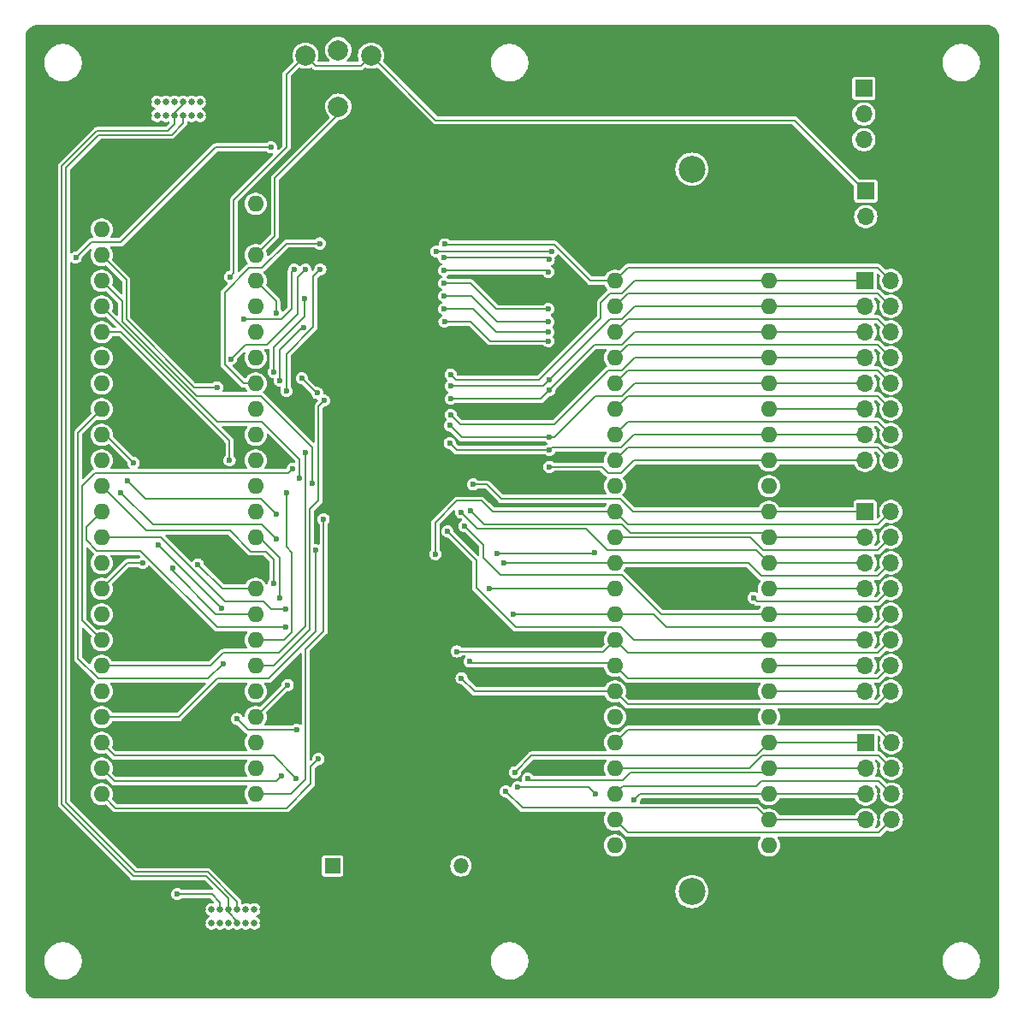
<source format=gbr>
G04 #@! TF.GenerationSoftware,KiCad,Pcbnew,8.0.4+dfsg-1*
G04 #@! TF.CreationDate,2024-12-18T13:49:38+09:00*
G04 #@! TF.ProjectId,base,62617365-2e6b-4696-9361-645f70636258,13*
G04 #@! TF.SameCoordinates,Original*
G04 #@! TF.FileFunction,Copper,L2,Bot*
G04 #@! TF.FilePolarity,Positive*
%FSLAX46Y46*%
G04 Gerber Fmt 4.6, Leading zero omitted, Abs format (unit mm)*
G04 Created by KiCad (PCBNEW 8.0.4+dfsg-1) date 2024-12-18 13:49:38*
%MOMM*%
%LPD*%
G01*
G04 APERTURE LIST*
G04 #@! TA.AperFunction,ComponentPad*
%ADD10R,1.600000X1.600000*%
G04 #@! TD*
G04 #@! TA.AperFunction,ComponentPad*
%ADD11O,1.600000X1.600000*%
G04 #@! TD*
G04 #@! TA.AperFunction,ComponentPad*
%ADD12R,1.500000X1.500000*%
G04 #@! TD*
G04 #@! TA.AperFunction,ComponentPad*
%ADD13O,1.500000X1.500000*%
G04 #@! TD*
G04 #@! TA.AperFunction,ComponentPad*
%ADD14R,1.700000X1.700000*%
G04 #@! TD*
G04 #@! TA.AperFunction,ComponentPad*
%ADD15O,1.700000X1.700000*%
G04 #@! TD*
G04 #@! TA.AperFunction,ComponentPad*
%ADD16C,2.670000*%
G04 #@! TD*
G04 #@! TA.AperFunction,ComponentPad*
%ADD17C,2.000000*%
G04 #@! TD*
G04 #@! TA.AperFunction,ComponentPad*
%ADD18C,0.650000*%
G04 #@! TD*
G04 #@! TA.AperFunction,ComponentPad*
%ADD19O,0.900000X1.700000*%
G04 #@! TD*
G04 #@! TA.AperFunction,ComponentPad*
%ADD20O,0.900000X2.400000*%
G04 #@! TD*
G04 #@! TA.AperFunction,ViaPad*
%ADD21C,0.600000*%
G04 #@! TD*
G04 #@! TA.AperFunction,Conductor*
%ADD22C,0.200000*%
G04 #@! TD*
G04 APERTURE END LIST*
D10*
X80680000Y-59840000D03*
D11*
X80680000Y-62380000D03*
X80680000Y-64920000D03*
X80680000Y-67460000D03*
X80680000Y-70000000D03*
X80680000Y-72540000D03*
X80680000Y-75080000D03*
X80680000Y-77620000D03*
X80680000Y-80160000D03*
X80680000Y-82700000D03*
X80680000Y-85240000D03*
X80680000Y-87780000D03*
X80680000Y-90320000D03*
X80680000Y-92860000D03*
X80680000Y-95400000D03*
X80680000Y-97940000D03*
X80680000Y-100480000D03*
X80680000Y-103020000D03*
X80680000Y-105560000D03*
X80680000Y-108100000D03*
X80680000Y-110640000D03*
X80680000Y-113180000D03*
X80680000Y-115720000D03*
X80680000Y-118260000D03*
X95920000Y-118260000D03*
X95920000Y-115720000D03*
X95920000Y-113180000D03*
X95920000Y-110640000D03*
X95920000Y-108100000D03*
X95920000Y-105560000D03*
X95920000Y-103020000D03*
X95920000Y-100480000D03*
X95920000Y-97940000D03*
X95920000Y-95400000D03*
X95920000Y-92860000D03*
X95920000Y-90320000D03*
X95920000Y-87780000D03*
X95920000Y-85240000D03*
X95920000Y-82700000D03*
X95920000Y-80160000D03*
X95920000Y-77620000D03*
X95920000Y-75080000D03*
X95920000Y-72540000D03*
X95920000Y-70000000D03*
X95920000Y-67460000D03*
X95920000Y-64920000D03*
X95920000Y-62380000D03*
X95920000Y-59840000D03*
D12*
X103540000Y-125372000D03*
D13*
X106080000Y-125372000D03*
X111160000Y-125372000D03*
X116240000Y-125372000D03*
D14*
X156310000Y-58565000D03*
D15*
X158850000Y-58565000D03*
X156310000Y-61105000D03*
X158850000Y-61105000D03*
D14*
X156245000Y-67450000D03*
D15*
X158785000Y-67450000D03*
X156245000Y-69990000D03*
X158785000Y-69990000D03*
X156245000Y-72530000D03*
X158785000Y-72530000D03*
X156245000Y-75070000D03*
X158785000Y-75070000D03*
X156245000Y-77610000D03*
X158785000Y-77610000D03*
X156245000Y-80150000D03*
X158785000Y-80150000D03*
X156245000Y-82690000D03*
X158785000Y-82690000D03*
X156245000Y-85230000D03*
X158785000Y-85230000D03*
D10*
X131480000Y-64920000D03*
D11*
X131480000Y-67460000D03*
X131480000Y-70000000D03*
X131480000Y-72540000D03*
X131480000Y-75080000D03*
X131480000Y-77620000D03*
X131480000Y-80160000D03*
X131480000Y-82700000D03*
X131480000Y-85240000D03*
X131480000Y-87780000D03*
X131480000Y-90320000D03*
X131480000Y-92860000D03*
X131480000Y-95400000D03*
X131480000Y-97940000D03*
X131480000Y-100480000D03*
X131480000Y-103020000D03*
X131480000Y-105560000D03*
X131480000Y-108100000D03*
X131480000Y-110640000D03*
X131480000Y-113180000D03*
X131480000Y-115720000D03*
X131480000Y-118260000D03*
X131480000Y-120800000D03*
X131480000Y-123340000D03*
X146720000Y-123340000D03*
X146720000Y-120800000D03*
X146720000Y-118260000D03*
X146720000Y-115720000D03*
X146720000Y-113180000D03*
X146720000Y-110640000D03*
X146720000Y-108100000D03*
X146720000Y-105560000D03*
X146720000Y-103020000D03*
X146720000Y-100480000D03*
X146720000Y-97940000D03*
X146720000Y-95400000D03*
X146720000Y-92860000D03*
X146720000Y-90320000D03*
X146720000Y-87780000D03*
X146720000Y-85240000D03*
X146720000Y-82700000D03*
X146720000Y-80160000D03*
X146720000Y-77620000D03*
X146720000Y-75080000D03*
X146720000Y-72540000D03*
X146720000Y-70000000D03*
X146720000Y-67460000D03*
X146720000Y-64920000D03*
D16*
X139100000Y-127910000D03*
X139100000Y-56410000D03*
D14*
X156310000Y-113180000D03*
D15*
X158850000Y-113180000D03*
X156310000Y-115720000D03*
X158850000Y-115720000D03*
X156310000Y-118260000D03*
X158850000Y-118260000D03*
X156310000Y-120800000D03*
X158850000Y-120800000D03*
D14*
X156245000Y-90310000D03*
D15*
X158785000Y-90310000D03*
X156245000Y-92850000D03*
X158785000Y-92850000D03*
X156245000Y-95390000D03*
X158785000Y-95390000D03*
X156245000Y-97930000D03*
X158785000Y-97930000D03*
X156245000Y-100470000D03*
X158785000Y-100470000D03*
X156245000Y-103010000D03*
X158785000Y-103010000D03*
X156245000Y-105550000D03*
X158785000Y-105550000D03*
X156245000Y-108090000D03*
X158785000Y-108090000D03*
D14*
X156118000Y-48425000D03*
D15*
X156118000Y-50965000D03*
X156118000Y-53505000D03*
D17*
X100850000Y-45180000D03*
X107350000Y-45180000D03*
X100850000Y-49680000D03*
X107350000Y-49680000D03*
X104100000Y-44630000D03*
X104100000Y-50230000D03*
D18*
X90703000Y-129700500D03*
X91553000Y-129700500D03*
X92403000Y-129700500D03*
X93253000Y-129700500D03*
X94103000Y-129700500D03*
X94953000Y-129700500D03*
X95803000Y-129700500D03*
X96653000Y-129700500D03*
X96653000Y-131050500D03*
X95803000Y-131050500D03*
X94953000Y-131050500D03*
X94103000Y-131050500D03*
X93253000Y-131050500D03*
X92403000Y-131050500D03*
X91553000Y-131050500D03*
X90703000Y-131050500D03*
D19*
X89353000Y-134060500D03*
X98003000Y-134060500D03*
D20*
X89353000Y-130680500D03*
X98003000Y-130680500D03*
D18*
X85325000Y-51119000D03*
X86175000Y-51119000D03*
X87025000Y-51119000D03*
X87875000Y-51119000D03*
X88725000Y-51119000D03*
X89575000Y-51119000D03*
X90425000Y-51119000D03*
X91275000Y-51119000D03*
X91275000Y-49769000D03*
X90425000Y-49769000D03*
X89575000Y-49769000D03*
X88725000Y-49769000D03*
X87875000Y-49769000D03*
X87025000Y-49769000D03*
X86175000Y-49769000D03*
X85325000Y-49769000D03*
D19*
X83975000Y-46759000D03*
X92625000Y-46759000D03*
D20*
X83975000Y-50139000D03*
X92625000Y-50139000D03*
D21*
X103413000Y-74064000D03*
X156880000Y-64285000D03*
X123860000Y-129690000D03*
X103413000Y-86510000D03*
X76870000Y-52347000D03*
X91602000Y-73556000D03*
X141640000Y-87780000D03*
X88300000Y-120927000D03*
X139100000Y-96670000D03*
X111668000Y-86510000D03*
X90205000Y-84351000D03*
X103413000Y-110894000D03*
X111668000Y-110894000D03*
X111668000Y-61872000D03*
X111668000Y-98702000D03*
X111668000Y-74064000D03*
X157515000Y-124229000D03*
X87030000Y-99210000D03*
X117510000Y-74572000D03*
X103413000Y-61872000D03*
X85125000Y-80160000D03*
X123860000Y-110767000D03*
X114970000Y-122705000D03*
X100492000Y-122451000D03*
X92999000Y-94638000D03*
X157769000Y-87780000D03*
X103413000Y-98702000D03*
X80553000Y-56411000D03*
X78267000Y-127150000D03*
X117510000Y-61872000D03*
X115097000Y-96670000D03*
X121447000Y-52601000D03*
X88173000Y-62380000D03*
X157642000Y-110513000D03*
X103667000Y-95654000D03*
X84490000Y-104290000D03*
X83220000Y-87272000D03*
X97952000Y-90574000D03*
X92110000Y-78001000D03*
X101508000Y-87526000D03*
X100238000Y-87018000D03*
X93345000Y-85240000D03*
X97952000Y-92987000D03*
X82585000Y-88415000D03*
X99984000Y-111910000D03*
X94078500Y-110830500D03*
X92678350Y-105366350D03*
X86268000Y-93622000D03*
X83855000Y-85494000D03*
X92554500Y-99880000D03*
X97698000Y-97432000D03*
X98933000Y-101750000D03*
X98933000Y-99972000D03*
X84744000Y-95400000D03*
X93380000Y-67079000D03*
X97444000Y-54252000D03*
X78121000Y-65174000D03*
X99568000Y-86090900D03*
X100873000Y-84478000D03*
X101889000Y-94130000D03*
X99930336Y-116703135D03*
X98460000Y-116482000D03*
X102143000Y-114805999D03*
X102651000Y-91072000D03*
X99095000Y-107465000D03*
X102701800Y-79321800D03*
X98968000Y-88415000D03*
X87685235Y-95887765D03*
X90205000Y-95527000D03*
X98333000Y-98829000D03*
X100869100Y-66363900D03*
X93472000Y-75207000D03*
X102320800Y-66342400D03*
X98968000Y-78382000D03*
X100702735Y-72115735D03*
X98333000Y-77366000D03*
X97698000Y-76477000D03*
X100746000Y-69238000D03*
X94777000Y-71270000D03*
X99738800Y-66351200D03*
X102270000Y-63773000D03*
X100492000Y-77112000D03*
X102016000Y-78576000D03*
X97952000Y-70670000D03*
X114677900Y-63840500D03*
X113827000Y-64569871D03*
X125257000Y-64569871D03*
X114563600Y-65174000D03*
X124939500Y-65364500D03*
X114589000Y-66444000D03*
X124876000Y-66571000D03*
X124876000Y-70263400D03*
X114589000Y-67714000D03*
X124906598Y-71524000D03*
X114589000Y-68984000D03*
X114589000Y-70254000D03*
X124876000Y-72540000D03*
X114614400Y-71524000D03*
X124876000Y-73429000D03*
X113700000Y-94511000D03*
X119796000Y-94472500D03*
X129448000Y-94384000D03*
X120507200Y-95400000D03*
X145196000Y-98829000D03*
X119034000Y-97940000D03*
X121447000Y-100480000D03*
X115833600Y-104150000D03*
X117103600Y-105153600D03*
X116290800Y-106779200D03*
X120685000Y-118006000D03*
X129575000Y-118260000D03*
X133395500Y-118850200D03*
X121868800Y-117584200D03*
X122844000Y-116736000D03*
X121574000Y-116101000D03*
X114919200Y-92272000D03*
X116595600Y-91742400D03*
X116240000Y-90370800D03*
X117179800Y-90243800D03*
X117459200Y-87620700D03*
X125003000Y-85875000D03*
X115127315Y-83507885D03*
X125003000Y-84224000D03*
X125003000Y-82954000D03*
X115173200Y-81785600D03*
X115224000Y-80718800D03*
X125003000Y-78255000D03*
X115224000Y-79144000D03*
X125003000Y-77239000D03*
X115224000Y-77874000D03*
X115224000Y-76731000D03*
X88173000Y-128166000D03*
D22*
X97952000Y-90574000D02*
X96428000Y-89050000D01*
X84998000Y-89050000D02*
X83220000Y-87272000D01*
X96428000Y-89050000D02*
X84998000Y-89050000D01*
X89824000Y-78001000D02*
X83112000Y-71289000D01*
X92110000Y-78001000D02*
X89824000Y-78001000D01*
X83112000Y-71289000D02*
X83112000Y-67352000D01*
X83112000Y-67352000D02*
X80680000Y-64920000D01*
X90135686Y-78890000D02*
X82712000Y-71466314D01*
X82712000Y-69492000D02*
X80680000Y-67460000D01*
X82712000Y-71466314D02*
X82712000Y-69492000D01*
X96428000Y-78890000D02*
X90135686Y-78890000D01*
X101508000Y-83970000D02*
X96428000Y-78890000D01*
X101508000Y-87526000D02*
X101508000Y-83970000D01*
X100238000Y-87018000D02*
X100238000Y-85113000D01*
X96555000Y-81430000D02*
X92110000Y-81430000D01*
X100238000Y-85113000D02*
X96555000Y-81430000D01*
X92110000Y-81430000D02*
X80680000Y-70000000D01*
X93345000Y-85240000D02*
X93345000Y-83300000D01*
X93345000Y-83300000D02*
X82585000Y-72540000D01*
X82585000Y-72540000D02*
X80680000Y-72540000D01*
X82585000Y-88415000D02*
X85760000Y-91590000D01*
X96555000Y-91590000D02*
X97952000Y-92987000D01*
X85760000Y-91590000D02*
X96555000Y-91590000D01*
X95158000Y-111910000D02*
X94078500Y-110830500D01*
X99984000Y-111910000D02*
X95158000Y-111910000D01*
X78356000Y-104854500D02*
X78356000Y-82484000D01*
X80331500Y-106830000D02*
X78356000Y-104854500D01*
X92678350Y-105366350D02*
X91214700Y-106830000D01*
X78356000Y-82484000D02*
X80680000Y-80160000D01*
X91214700Y-106830000D02*
X80331500Y-106830000D01*
X81061000Y-82700000D02*
X80680000Y-82700000D01*
X92526000Y-99880000D02*
X86268000Y-93622000D01*
X92554500Y-99880000D02*
X92526000Y-99880000D01*
X83855000Y-85494000D02*
X81061000Y-82700000D01*
X95412000Y-94257000D02*
X93362700Y-92207700D01*
X85107700Y-92207700D02*
X80680000Y-87780000D01*
X97698000Y-95044400D02*
X96910600Y-94257000D01*
X93362700Y-92207700D02*
X85107700Y-92207700D01*
X97698000Y-97432000D02*
X97698000Y-95044400D01*
X96910600Y-94257000D02*
X95412000Y-94257000D01*
X98933000Y-101750000D02*
X92110000Y-101750000D01*
X79156000Y-93114000D02*
X79156000Y-91844000D01*
X79156000Y-91844000D02*
X80680000Y-90320000D01*
X92110000Y-101750000D02*
X84543100Y-94183100D01*
X84543100Y-94183100D02*
X80225100Y-94183100D01*
X80225100Y-94183100D02*
X79156000Y-93114000D01*
X92872000Y-99210000D02*
X86522000Y-92860000D01*
X98933000Y-99972000D02*
X97444000Y-99972000D01*
X97444000Y-99972000D02*
X96682000Y-99210000D01*
X96682000Y-99210000D02*
X92872000Y-99210000D01*
X86522000Y-92860000D02*
X80680000Y-92860000D01*
X104100000Y-50230000D02*
X104100000Y-51025000D01*
X97825000Y-57300000D02*
X97825000Y-63015000D01*
X97825000Y-63015000D02*
X95920000Y-64920000D01*
X104100000Y-51025000D02*
X97825000Y-57300000D01*
X93761000Y-66698000D02*
X93761000Y-59459000D01*
X113755000Y-51585000D02*
X107350000Y-45180000D01*
X98968000Y-54252000D02*
X98968000Y-47062000D01*
X156310000Y-58565000D02*
X156240000Y-58565000D01*
X106350000Y-46180000D02*
X107350000Y-45180000D01*
X156240000Y-58565000D02*
X149260000Y-51585000D01*
X98968000Y-47062000D02*
X100850000Y-45180000D01*
X83220000Y-95400000D02*
X80680000Y-97940000D01*
X84744000Y-95400000D02*
X83220000Y-95400000D01*
X93380000Y-67079000D02*
X93761000Y-66698000D01*
X149260000Y-51585000D02*
X113755000Y-51585000D01*
X101850000Y-46180000D02*
X106350000Y-46180000D01*
X100850000Y-45180000D02*
X101850000Y-46180000D01*
X93761000Y-59459000D02*
X98968000Y-54252000D01*
X79645000Y-63650000D02*
X78121000Y-65174000D01*
X97444000Y-54252000D02*
X91983000Y-54252000D01*
X91983000Y-54252000D02*
X82585000Y-63650000D01*
X82585000Y-63650000D02*
X79645000Y-63650000D01*
X78756000Y-87799000D02*
X78756000Y-101096000D01*
X78756000Y-101096000D02*
X80680000Y-103020000D01*
X99568000Y-86090900D02*
X99148900Y-86510000D01*
X80045000Y-86510000D02*
X78756000Y-87799000D01*
X99148900Y-86510000D02*
X80045000Y-86510000D01*
X92745000Y-104290000D02*
X91475000Y-105560000D01*
X91475000Y-105560000D02*
X80680000Y-105560000D01*
X100873000Y-101623000D02*
X98206000Y-104290000D01*
X100873000Y-84478000D02*
X100873000Y-101623000D01*
X98206000Y-104290000D02*
X92745000Y-104290000D01*
X101889000Y-94130000D02*
X101889000Y-102131000D01*
X92110000Y-106830000D02*
X88300000Y-110640000D01*
X101889000Y-102131000D02*
X97190000Y-106830000D01*
X88300000Y-110640000D02*
X80680000Y-110640000D01*
X97190000Y-106830000D02*
X92110000Y-106830000D01*
X81950000Y-114450000D02*
X80680000Y-113180000D01*
X97698000Y-114450000D02*
X81950000Y-114450000D01*
X99930336Y-116682336D02*
X97698000Y-114450000D01*
X99930336Y-116703135D02*
X99930336Y-116682336D01*
X97952000Y-116990000D02*
X81950000Y-116990000D01*
X81950000Y-116990000D02*
X80680000Y-115720000D01*
X98460000Y-116482000D02*
X97952000Y-116990000D01*
X98968000Y-119657000D02*
X82077000Y-119657000D01*
X101381000Y-115567999D02*
X101381000Y-117244000D01*
X101381000Y-117244000D02*
X98968000Y-119657000D01*
X102143000Y-114805999D02*
X101381000Y-115567999D01*
X82077000Y-119657000D02*
X80680000Y-118260000D01*
X100873000Y-103909000D02*
X100873000Y-116812200D01*
X102651000Y-102131000D02*
X100873000Y-103909000D01*
X99425200Y-118260000D02*
X95920000Y-118260000D01*
X102651000Y-91072000D02*
X102651000Y-102131000D01*
X100873000Y-116812200D02*
X99425200Y-118260000D01*
X99095000Y-107465000D02*
X95920000Y-110640000D01*
X102701800Y-79321800D02*
X102143000Y-79880600D01*
X97698000Y-105560000D02*
X95920000Y-105560000D01*
X101273000Y-101985000D02*
X97698000Y-105560000D01*
X101273000Y-90047000D02*
X101273000Y-101985000D01*
X102143000Y-89177000D02*
X101273000Y-90047000D01*
X102143000Y-79880600D02*
X102143000Y-89177000D01*
X99533000Y-102201000D02*
X98714000Y-103020000D01*
X99533000Y-94374971D02*
X99533000Y-102201000D01*
X98968000Y-93809971D02*
X99533000Y-94374971D01*
X98968000Y-88415000D02*
X98968000Y-93809971D01*
X98714000Y-103020000D02*
X95920000Y-103020000D01*
X87685235Y-95887765D02*
X87685235Y-96182235D01*
X91983000Y-100480000D02*
X95920000Y-100480000D01*
X87685235Y-96182235D02*
X91983000Y-100480000D01*
X90205000Y-95527000D02*
X92618000Y-97940000D01*
X92618000Y-97940000D02*
X95920000Y-97940000D01*
X96275600Y-92860000D02*
X95920000Y-92860000D01*
X98333000Y-94917400D02*
X96275600Y-92860000D01*
X98333000Y-98829000D02*
X98333000Y-94917400D01*
X93507000Y-75207000D02*
X93472000Y-75207000D01*
X100869100Y-66363900D02*
X100092000Y-67141000D01*
X94904000Y-73810000D02*
X93507000Y-75207000D01*
X100092000Y-67141000D02*
X100092000Y-70781000D01*
X100092000Y-70781000D02*
X97063000Y-73810000D01*
X97063000Y-73810000D02*
X94904000Y-73810000D01*
X101635000Y-67028200D02*
X101635000Y-72032000D01*
X101635000Y-72032000D02*
X98968000Y-74699000D01*
X102320800Y-66342400D02*
X101635000Y-67028200D01*
X98968000Y-74699000D02*
X98968000Y-78382000D01*
X98333000Y-74318000D02*
X100535265Y-72115735D01*
X100535265Y-72115735D02*
X100702735Y-72115735D01*
X98333000Y-77366000D02*
X98333000Y-74318000D01*
X100746000Y-69238000D02*
X100746000Y-71016000D01*
X100746000Y-71016000D02*
X97698000Y-74064000D01*
X97698000Y-74064000D02*
X97698000Y-76477000D01*
X99476000Y-70254000D02*
X98460000Y-71270000D01*
X99476000Y-66614000D02*
X99476000Y-70254000D01*
X99738800Y-66351200D02*
X99476000Y-66614000D01*
X98460000Y-71270000D02*
X94777000Y-71270000D01*
X92872000Y-68603000D02*
X92872000Y-75715000D01*
X98962635Y-63773000D02*
X96545635Y-66190000D01*
X102270000Y-63773000D02*
X98962635Y-63773000D01*
X94777000Y-77620000D02*
X95920000Y-77620000D01*
X96545635Y-66190000D02*
X95285000Y-66190000D01*
X95285000Y-66190000D02*
X92872000Y-68603000D01*
X92872000Y-75715000D02*
X94777000Y-77620000D01*
X102016000Y-78576000D02*
X101956000Y-78576000D01*
X101956000Y-78576000D02*
X100492000Y-77112000D01*
X97952000Y-69492000D02*
X95920000Y-67460000D01*
X97952000Y-70670000D02*
X97952000Y-69492000D01*
X125511000Y-63904000D02*
X129067000Y-67460000D01*
X114677900Y-63840500D02*
X114741400Y-63904000D01*
X157525000Y-66190000D02*
X132750000Y-66190000D01*
X129067000Y-67460000D02*
X131480000Y-67460000D01*
X132750000Y-66190000D02*
X131480000Y-67460000D01*
X114741400Y-63904000D02*
X125511000Y-63904000D01*
X158785000Y-67450000D02*
X157525000Y-66190000D01*
X113857871Y-64539000D02*
X125226129Y-64539000D01*
X113827000Y-64569871D02*
X113857871Y-64539000D01*
X132750000Y-68730000D02*
X131480000Y-70000000D01*
X125226129Y-64539000D02*
X125257000Y-64569871D01*
X157525000Y-68730000D02*
X132750000Y-68730000D01*
X158785000Y-69990000D02*
X157525000Y-68730000D01*
X157525000Y-71270000D02*
X132750000Y-71270000D01*
X114563600Y-65174000D02*
X124749000Y-65174000D01*
X132750000Y-71270000D02*
X131480000Y-72540000D01*
X158785000Y-72530000D02*
X157525000Y-71270000D01*
X124749000Y-65174000D02*
X124939500Y-65364500D01*
X158785000Y-75070000D02*
X157525000Y-73810000D01*
X157525000Y-73810000D02*
X132750000Y-73810000D01*
X132750000Y-73810000D02*
X131480000Y-75080000D01*
X114589000Y-66444000D02*
X124749000Y-66444000D01*
X124749000Y-66444000D02*
X124876000Y-66571000D01*
X117205200Y-67714000D02*
X119754600Y-70263400D01*
X158785000Y-77610000D02*
X157525000Y-76350000D01*
X157525000Y-76350000D02*
X132750000Y-76350000D01*
X114589000Y-67714000D02*
X117205200Y-67714000D01*
X132750000Y-76350000D02*
X131480000Y-77620000D01*
X119754600Y-70263400D02*
X124876000Y-70263400D01*
X157525000Y-78890000D02*
X158785000Y-80150000D01*
X117256000Y-68984000D02*
X119796000Y-71524000D01*
X119796000Y-71524000D02*
X124906598Y-71524000D01*
X132750000Y-78890000D02*
X157525000Y-78890000D01*
X114589000Y-68984000D02*
X117256000Y-68984000D01*
X131480000Y-80160000D02*
X132750000Y-78890000D01*
X114589000Y-70254000D02*
X117408400Y-70254000D01*
X131480000Y-82700000D02*
X132750000Y-81430000D01*
X157525000Y-81430000D02*
X158785000Y-82690000D01*
X132750000Y-81430000D02*
X157525000Y-81430000D01*
X117408400Y-70254000D02*
X119694400Y-72540000D01*
X119694400Y-72540000D02*
X124876000Y-72540000D01*
X132750000Y-83970000D02*
X157525000Y-83970000D01*
X114614400Y-71524000D02*
X117205200Y-71524000D01*
X131480000Y-85240000D02*
X132750000Y-83970000D01*
X119110200Y-73429000D02*
X124876000Y-73429000D01*
X157525000Y-83970000D02*
X158785000Y-85230000D01*
X117205200Y-71524000D02*
X119110200Y-73429000D01*
X131537686Y-90320000D02*
X131480000Y-90320000D01*
X115851700Y-89235100D02*
X118297400Y-89235100D01*
X157505000Y-91590000D02*
X132807686Y-91590000D01*
X113700000Y-91386800D02*
X115851700Y-89235100D01*
X118297400Y-89235100D02*
X119382300Y-90320000D01*
X113700000Y-94511000D02*
X113700000Y-91386800D01*
X119382300Y-90320000D02*
X131480000Y-90320000D01*
X132807686Y-91590000D02*
X131537686Y-90320000D01*
X158785000Y-90310000D02*
X157505000Y-91590000D01*
X144863800Y-92861500D02*
X146132300Y-94130000D01*
X157505000Y-94130000D02*
X158785000Y-92850000D01*
X129359500Y-94472500D02*
X119796000Y-94472500D01*
X131481500Y-92861500D02*
X144863800Y-92861500D01*
X146132300Y-94130000D02*
X157505000Y-94130000D01*
X131480000Y-92860000D02*
X131481500Y-92861500D01*
X129448000Y-94384000D02*
X129359500Y-94472500D01*
X158785000Y-95390000D02*
X157505000Y-96670000D01*
X157505000Y-96670000D02*
X145958000Y-96670000D01*
X144688000Y-95400000D02*
X131480000Y-95400000D01*
X120507200Y-95400000D02*
X131480000Y-95400000D01*
X145958000Y-96670000D02*
X144688000Y-95400000D01*
X119034000Y-97940000D02*
X131480000Y-97940000D01*
X157505000Y-99210000D02*
X158785000Y-97930000D01*
X145577000Y-99210000D02*
X157505000Y-99210000D01*
X145196000Y-98829000D02*
X145577000Y-99210000D01*
X131480000Y-100480000D02*
X135290000Y-100480000D01*
X121447000Y-100480000D02*
X131480000Y-100480000D01*
X157505000Y-101750000D02*
X158785000Y-100470000D01*
X135290000Y-100480000D02*
X136560000Y-101750000D01*
X136560000Y-101750000D02*
X157505000Y-101750000D01*
X115833600Y-104150000D02*
X130350000Y-104150000D01*
X130350000Y-104150000D02*
X131480000Y-103020000D01*
X131480000Y-103020000D02*
X132750000Y-104290000D01*
X157505000Y-104290000D02*
X158785000Y-103010000D01*
X132750000Y-104290000D02*
X157505000Y-104290000D01*
X117103600Y-105153600D02*
X117281800Y-105331800D01*
X157505000Y-106830000D02*
X132750000Y-106830000D01*
X158785000Y-105550000D02*
X157505000Y-106830000D01*
X117281800Y-105331800D02*
X131251800Y-105331800D01*
X131251800Y-105331800D02*
X131480000Y-105560000D01*
X132750000Y-106830000D02*
X131480000Y-105560000D01*
X116290800Y-106779200D02*
X117611600Y-108100000D01*
X157505000Y-109370000D02*
X132750000Y-109370000D01*
X117611600Y-108100000D02*
X131480000Y-108100000D01*
X158785000Y-108090000D02*
X157505000Y-109370000D01*
X132750000Y-109370000D02*
X131480000Y-108100000D01*
X158850000Y-113180000D02*
X157580000Y-111910000D01*
X157580000Y-111910000D02*
X132750000Y-111910000D01*
X132750000Y-111910000D02*
X131480000Y-113180000D01*
X144756200Y-115718500D02*
X131481500Y-115718500D01*
X131481500Y-115718500D02*
X131480000Y-115720000D01*
X158850000Y-115720000D02*
X157580000Y-114450000D01*
X157580000Y-114450000D02*
X146024700Y-114450000D01*
X146024700Y-114450000D02*
X144756200Y-115718500D01*
X157580000Y-116990000D02*
X145958000Y-116990000D01*
X145958000Y-116990000D02*
X145500800Y-117447200D01*
X158850000Y-118260000D02*
X157580000Y-116990000D01*
X145500800Y-117447200D02*
X132292800Y-117447200D01*
X132292800Y-117447200D02*
X131480000Y-118260000D01*
X158850000Y-120800000D02*
X157580000Y-122070000D01*
X132750000Y-122070000D02*
X131480000Y-120800000D01*
X157580000Y-122070000D02*
X132750000Y-122070000D01*
X122316500Y-119637500D02*
X145557500Y-119637500D01*
X120685000Y-118006000D02*
X122316500Y-119637500D01*
X145557500Y-119637500D02*
X146720000Y-120800000D01*
X156310000Y-120800000D02*
X146720000Y-120800000D01*
X129575000Y-118260000D02*
X128899200Y-117584200D01*
X146720000Y-118260000D02*
X133985700Y-118260000D01*
X133985700Y-118260000D02*
X133395500Y-118850200D01*
X156310000Y-118260000D02*
X146720000Y-118260000D01*
X128899200Y-117584200D02*
X121868800Y-117584200D01*
X132256900Y-116908400D02*
X133044900Y-116120400D01*
X122844000Y-116736000D02*
X123016400Y-116908400D01*
X156310000Y-115720000D02*
X151515000Y-115720000D01*
X147247100Y-115720000D02*
X151515000Y-115720000D01*
X151515000Y-115720000D02*
X146720000Y-115720000D01*
X123016400Y-116908400D02*
X132256900Y-116908400D01*
X146846700Y-116120400D02*
X147247100Y-115720000D01*
X133044900Y-116120400D02*
X146846700Y-116120400D01*
X121574000Y-116101000D02*
X123225000Y-114450000D01*
X123225000Y-114450000D02*
X145450000Y-114450000D01*
X145450000Y-114450000D02*
X146720000Y-113180000D01*
X156310000Y-113180000D02*
X146720000Y-113180000D01*
X156245000Y-108090000D02*
X156235000Y-108100000D01*
X156235000Y-108100000D02*
X146720000Y-108100000D01*
X156235000Y-105560000D02*
X146720000Y-105560000D01*
X156245000Y-105550000D02*
X156235000Y-105560000D01*
X156235000Y-103020000D02*
X146720000Y-103020000D01*
X132101000Y-101750000D02*
X133371000Y-103020000D01*
X117764000Y-95116800D02*
X117764000Y-97813000D01*
X117764000Y-97813000D02*
X121701000Y-101750000D01*
X156245000Y-103010000D02*
X156235000Y-103020000D01*
X114919200Y-92272000D02*
X117764000Y-95116800D01*
X133371000Y-103020000D02*
X146720000Y-103020000D01*
X121701000Y-101750000D02*
X132101000Y-101750000D01*
X132162100Y-96590100D02*
X136052000Y-100480000D01*
X156235000Y-100480000D02*
X146720000Y-100480000D01*
X118424400Y-94841200D02*
X120173300Y-96590100D01*
X116595600Y-91742400D02*
X118424400Y-93571200D01*
X156245000Y-100470000D02*
X156235000Y-100480000D01*
X136052000Y-100480000D02*
X146720000Y-100480000D01*
X120173300Y-96590100D02*
X132162100Y-96590100D01*
X118424400Y-93571200D02*
X118424400Y-94841200D01*
X156235000Y-97940000D02*
X146720000Y-97940000D01*
X156245000Y-97930000D02*
X156235000Y-97940000D01*
X116240000Y-90370800D02*
X117889600Y-92020400D01*
X156245000Y-95390000D02*
X156235000Y-95400000D01*
X117889600Y-92020400D02*
X128608400Y-92020400D01*
X128608400Y-92020400D02*
X130718000Y-94130000D01*
X130718000Y-94130000D02*
X145450000Y-94130000D01*
X145450000Y-94130000D02*
X146720000Y-95400000D01*
X156235000Y-95400000D02*
X146720000Y-95400000D01*
X133048100Y-92459600D02*
X146929700Y-92459600D01*
X156235000Y-92860000D02*
X156245000Y-92850000D01*
X117179800Y-90243800D02*
X118527500Y-91591500D01*
X147330100Y-92860000D02*
X151477500Y-92860000D01*
X132180000Y-91591500D02*
X133048100Y-92459600D01*
X146929700Y-92459600D02*
X147330100Y-92860000D01*
X118527500Y-91591500D02*
X132180000Y-91591500D01*
X146720000Y-92860000D02*
X151477500Y-92860000D01*
X151477500Y-92860000D02*
X156235000Y-92860000D01*
X117459200Y-87620700D02*
X118810800Y-87620700D01*
X120240100Y-89050000D02*
X131988000Y-89050000D01*
X133258000Y-90320000D02*
X146720000Y-90320000D01*
X156245000Y-90310000D02*
X156235000Y-90320000D01*
X118810800Y-87620700D02*
X120240100Y-89050000D01*
X131988000Y-89050000D02*
X133258000Y-90320000D01*
X156235000Y-90320000D02*
X146720000Y-90320000D01*
X125003000Y-85875000D02*
X130210000Y-85875000D01*
X133385000Y-85240000D02*
X146720000Y-85240000D01*
X130210000Y-85875000D02*
X130845000Y-86510000D01*
X156235000Y-85240000D02*
X146720000Y-85240000D01*
X132115000Y-86510000D02*
X133385000Y-85240000D01*
X130845000Y-86510000D02*
X132115000Y-86510000D01*
X156245000Y-85230000D02*
X156235000Y-85240000D01*
X132115000Y-83970000D02*
X133385000Y-82700000D01*
X156245000Y-82690000D02*
X156235000Y-82700000D01*
X115127315Y-83517715D02*
X115833600Y-84224000D01*
X125003000Y-84224000D02*
X125257000Y-83970000D01*
X125257000Y-83970000D02*
X132115000Y-83970000D01*
X156235000Y-82700000D02*
X146720000Y-82700000D01*
X133385000Y-82700000D02*
X146720000Y-82700000D01*
X115127315Y-83507885D02*
X115127315Y-83517715D01*
X115833600Y-84224000D02*
X125003000Y-84224000D01*
X156235000Y-80160000D02*
X146720000Y-80160000D01*
X156245000Y-80150000D02*
X156235000Y-80160000D01*
X132175300Y-78890000D02*
X133445300Y-77620000D01*
X129575000Y-78890000D02*
X132175300Y-78890000D01*
X133445300Y-77620000D02*
X146720000Y-77620000D01*
X156245000Y-77610000D02*
X156235000Y-77620000D01*
X125003000Y-82954000D02*
X116341600Y-82954000D01*
X125003000Y-82954000D02*
X125511000Y-82954000D01*
X156235000Y-77620000D02*
X146720000Y-77620000D01*
X116341600Y-82954000D02*
X115173200Y-81785600D01*
X125511000Y-82954000D02*
X129575000Y-78890000D01*
X115224000Y-80718800D02*
X116189200Y-81684000D01*
X125511000Y-81684000D02*
X130845000Y-76350000D01*
X133445300Y-75080000D02*
X146720000Y-75080000D01*
X132175300Y-76350000D02*
X133445300Y-75080000D01*
X156245000Y-75070000D02*
X156235000Y-75080000D01*
X130845000Y-76350000D02*
X132175300Y-76350000D01*
X116189200Y-81684000D02*
X125511000Y-81684000D01*
X156235000Y-75080000D02*
X146720000Y-75080000D01*
X124114000Y-79144000D02*
X125003000Y-78255000D01*
X132175300Y-73810000D02*
X133445300Y-72540000D01*
X129448000Y-73810000D02*
X132175300Y-73810000D01*
X115224000Y-79144000D02*
X124114000Y-79144000D01*
X133445300Y-72540000D02*
X146720000Y-72540000D01*
X156245000Y-72530000D02*
X156235000Y-72540000D01*
X156235000Y-72540000D02*
X146720000Y-72540000D01*
X125003000Y-78255000D02*
X129448000Y-73810000D01*
X124368000Y-77874000D02*
X125003000Y-77239000D01*
X130978886Y-71270000D02*
X132175300Y-71270000D01*
X133445300Y-70000000D02*
X146720000Y-70000000D01*
X156235000Y-70000000D02*
X156245000Y-69990000D01*
X115224000Y-77874000D02*
X124368000Y-77874000D01*
X132175300Y-71270000D02*
X133445300Y-70000000D01*
X146720000Y-70000000D02*
X156235000Y-70000000D01*
X125003000Y-77239000D02*
X125009886Y-77239000D01*
X125009886Y-77239000D02*
X130978886Y-71270000D01*
X132175300Y-68730000D02*
X133445300Y-67460000D01*
X123987000Y-77239000D02*
X130083000Y-71143000D01*
X130083000Y-71143000D02*
X130083000Y-69619000D01*
X156235000Y-67460000D02*
X146720000Y-67460000D01*
X115224000Y-76731000D02*
X115732000Y-77239000D01*
X130972000Y-68730000D02*
X132175300Y-68730000D01*
X156245000Y-67450000D02*
X156235000Y-67460000D01*
X115732000Y-77239000D02*
X123987000Y-77239000D01*
X133445300Y-67460000D02*
X146720000Y-67460000D01*
X130083000Y-69619000D02*
X130972000Y-68730000D01*
X93253000Y-129969400D02*
X93253000Y-129700500D01*
X91036314Y-126388000D02*
X83855000Y-126388000D01*
X88725000Y-50017000D02*
X88725000Y-49769000D01*
X88725000Y-49769000D02*
X88725000Y-49912000D01*
X87185600Y-52623200D02*
X87875000Y-51933800D01*
X87875000Y-50867000D02*
X88725000Y-50017000D01*
X76743000Y-56099314D02*
X80219114Y-52623200D01*
X80219114Y-52623200D02*
X87185600Y-52623200D01*
X93253000Y-129700500D02*
X93253000Y-128604686D01*
X94103000Y-131050500D02*
X94103000Y-130819400D01*
X87875000Y-51119000D02*
X87875000Y-51192700D01*
X93253000Y-128604686D02*
X91036314Y-126388000D01*
X83855000Y-126388000D02*
X76743000Y-119276000D01*
X76743000Y-119276000D02*
X76743000Y-56099314D01*
X87875000Y-51933800D02*
X87875000Y-50867000D01*
X94103000Y-130819400D02*
X93253000Y-129969400D01*
X92403000Y-128967000D02*
X92403000Y-129700500D01*
X88173000Y-128166000D02*
X91602000Y-128166000D01*
X91602000Y-128166000D02*
X92403000Y-128967000D01*
X77143000Y-56265000D02*
X77143000Y-119110314D01*
X84020686Y-125988000D02*
X91202000Y-125988000D01*
X88725000Y-51119000D02*
X88725000Y-51896600D01*
X91202000Y-125988000D02*
X94103000Y-128889000D01*
X94103000Y-128889000D02*
X94103000Y-129700500D01*
X80384800Y-53023200D02*
X77143000Y-56265000D01*
X87598400Y-53023200D02*
X80384800Y-53023200D01*
X77143000Y-119110314D02*
X84020686Y-125988000D01*
X88725000Y-51896600D02*
X87598400Y-53023200D01*
G04 #@! TA.AperFunction,Conductor*
G36*
X79325504Y-93849896D02*
G01*
X79904618Y-94429010D01*
X79904620Y-94429013D01*
X79930008Y-94454401D01*
X79957784Y-94508916D01*
X79948213Y-94569348D01*
X79926700Y-94597564D01*
X79863236Y-94655419D01*
X79740328Y-94818177D01*
X79740323Y-94818186D01*
X79650647Y-94998281D01*
X79649418Y-95000750D01*
X79593603Y-95196917D01*
X79574785Y-95400000D01*
X79593603Y-95603083D01*
X79649418Y-95799250D01*
X79740327Y-95981821D01*
X79863236Y-96144579D01*
X80013959Y-96281981D01*
X80187363Y-96389348D01*
X80377544Y-96463024D01*
X80578024Y-96500500D01*
X80781976Y-96500500D01*
X80982456Y-96463024D01*
X81172637Y-96389348D01*
X81346041Y-96281981D01*
X81496764Y-96144579D01*
X81619673Y-95981821D01*
X81710582Y-95799250D01*
X81766397Y-95603083D01*
X81785215Y-95400000D01*
X81766397Y-95196917D01*
X81710582Y-95000750D01*
X81619673Y-94818179D01*
X81562341Y-94742259D01*
X81542363Y-94684429D01*
X81560192Y-94625899D01*
X81609019Y-94589027D01*
X81641346Y-94583600D01*
X84336199Y-94583600D01*
X84394390Y-94602507D01*
X84406203Y-94612596D01*
X84497549Y-94703942D01*
X84525326Y-94758459D01*
X84515755Y-94818891D01*
X84472490Y-94862156D01*
X84465431Y-94865410D01*
X84441160Y-94875463D01*
X84310570Y-94975668D01*
X84309509Y-94974286D01*
X84262416Y-94998281D01*
X84246929Y-94999500D01*
X83167273Y-94999500D01*
X83065413Y-95026793D01*
X83065412Y-95026793D01*
X83065410Y-95026794D01*
X83065409Y-95026794D01*
X82974089Y-95079518D01*
X81168025Y-96885580D01*
X81113508Y-96913357D01*
X81062259Y-96907891D01*
X80982460Y-96876977D01*
X80982447Y-96876974D01*
X80781976Y-96839500D01*
X80578024Y-96839500D01*
X80377546Y-96876975D01*
X80307632Y-96904059D01*
X80187363Y-96950652D01*
X80037881Y-97043207D01*
X80013959Y-97058019D01*
X79863237Y-97195420D01*
X79740328Y-97358177D01*
X79740323Y-97358186D01*
X79650040Y-97539500D01*
X79649418Y-97540750D01*
X79593603Y-97736917D01*
X79574785Y-97940000D01*
X79593603Y-98143083D01*
X79649418Y-98339250D01*
X79740327Y-98521821D01*
X79863236Y-98684579D01*
X80013959Y-98821981D01*
X80187363Y-98929348D01*
X80377544Y-99003024D01*
X80578024Y-99040500D01*
X80781976Y-99040500D01*
X80982456Y-99003024D01*
X81172637Y-98929348D01*
X81346041Y-98821981D01*
X81496764Y-98684579D01*
X81619673Y-98521821D01*
X81710582Y-98339250D01*
X81766397Y-98143083D01*
X81785215Y-97940000D01*
X81766397Y-97736917D01*
X81712118Y-97546148D01*
X81714379Y-97485010D01*
X81737333Y-97449058D01*
X83356897Y-95829496D01*
X83411414Y-95801719D01*
X83426901Y-95800500D01*
X84246929Y-95800500D01*
X84305120Y-95819407D01*
X84313687Y-95826723D01*
X84315716Y-95828280D01*
X84315718Y-95828282D01*
X84441159Y-95924536D01*
X84441160Y-95924536D01*
X84441161Y-95924537D01*
X84579438Y-95981813D01*
X84587238Y-95985044D01*
X84687586Y-95998255D01*
X84743999Y-96005682D01*
X84744000Y-96005682D01*
X84744001Y-96005682D01*
X84775352Y-96001554D01*
X84900762Y-95985044D01*
X85046841Y-95924536D01*
X85172282Y-95828282D01*
X85268536Y-95702841D01*
X85278590Y-95678569D01*
X85318327Y-95632044D01*
X85377821Y-95617760D01*
X85434349Y-95641175D01*
X85440058Y-95646451D01*
X88615588Y-98821980D01*
X91789518Y-101995910D01*
X91789520Y-101995913D01*
X91864087Y-102070480D01*
X91894343Y-102087948D01*
X91955413Y-102123207D01*
X92057270Y-102150500D01*
X92057272Y-102150501D01*
X92057273Y-102150501D01*
X92168790Y-102150501D01*
X92168806Y-102150500D01*
X94998754Y-102150500D01*
X95056945Y-102169407D01*
X95092909Y-102218907D01*
X95092909Y-102280093D01*
X95077760Y-102309155D01*
X95026595Y-102376910D01*
X94980328Y-102438177D01*
X94980323Y-102438186D01*
X94890647Y-102618281D01*
X94889418Y-102620750D01*
X94833603Y-102816917D01*
X94814785Y-103020000D01*
X94833603Y-103223083D01*
X94889418Y-103419250D01*
X94980327Y-103601821D01*
X95077759Y-103730842D01*
X95097737Y-103788670D01*
X95079908Y-103847201D01*
X95031082Y-103884073D01*
X94998754Y-103889500D01*
X92797727Y-103889500D01*
X92692273Y-103889500D01*
X92629929Y-103906204D01*
X92590407Y-103916794D01*
X92499091Y-103969516D01*
X91338103Y-105130504D01*
X91283586Y-105158281D01*
X91268099Y-105159500D01*
X81771258Y-105159500D01*
X81713067Y-105140593D01*
X81682637Y-105104628D01*
X81662162Y-105063509D01*
X81619673Y-104978179D01*
X81496764Y-104815421D01*
X81346041Y-104678019D01*
X81172637Y-104570652D01*
X80982456Y-104496976D01*
X80982455Y-104496975D01*
X80982453Y-104496975D01*
X80781976Y-104459500D01*
X80578024Y-104459500D01*
X80377546Y-104496975D01*
X80307632Y-104524059D01*
X80187363Y-104570652D01*
X80037881Y-104663207D01*
X80013959Y-104678019D01*
X80002345Y-104688607D01*
X79863236Y-104815421D01*
X79861577Y-104817618D01*
X79740328Y-104978177D01*
X79740323Y-104978186D01*
X79652978Y-105153600D01*
X79649418Y-105160750D01*
X79606849Y-105310366D01*
X79602318Y-105326289D01*
X79568207Y-105377084D01*
X79510755Y-105398128D01*
X79451905Y-105381384D01*
X79437093Y-105369200D01*
X78785496Y-104717603D01*
X78757719Y-104663086D01*
X78756500Y-104647599D01*
X78756500Y-101901901D01*
X78775407Y-101843710D01*
X78824907Y-101807746D01*
X78886093Y-101807746D01*
X78925504Y-101831897D01*
X79622663Y-102529056D01*
X79650440Y-102583573D01*
X79647880Y-102626152D01*
X79593603Y-102816915D01*
X79593603Y-102816917D01*
X79574785Y-103020000D01*
X79593603Y-103223083D01*
X79649418Y-103419250D01*
X79740327Y-103601821D01*
X79863236Y-103764579D01*
X80013959Y-103901981D01*
X80187363Y-104009348D01*
X80377544Y-104083024D01*
X80578024Y-104120500D01*
X80781976Y-104120500D01*
X80982456Y-104083024D01*
X81172637Y-104009348D01*
X81346041Y-103901981D01*
X81496764Y-103764579D01*
X81619673Y-103601821D01*
X81710582Y-103419250D01*
X81766397Y-103223083D01*
X81785215Y-103020000D01*
X81766397Y-102816917D01*
X81710582Y-102620750D01*
X81619673Y-102438179D01*
X81496764Y-102275421D01*
X81346041Y-102138019D01*
X81172637Y-102030652D01*
X80982456Y-101956976D01*
X80982455Y-101956975D01*
X80982453Y-101956975D01*
X80781976Y-101919500D01*
X80578024Y-101919500D01*
X80377552Y-101956974D01*
X80377546Y-101956975D01*
X80377544Y-101956976D01*
X80311296Y-101982639D01*
X80297738Y-101987892D01*
X80236647Y-101991281D01*
X80191973Y-101965580D01*
X79185496Y-100959103D01*
X79157719Y-100904586D01*
X79156500Y-100889099D01*
X79156500Y-100480000D01*
X79574785Y-100480000D01*
X79593603Y-100683083D01*
X79649418Y-100879250D01*
X79740327Y-101061821D01*
X79863236Y-101224579D01*
X80013959Y-101361981D01*
X80187363Y-101469348D01*
X80377544Y-101543024D01*
X80578024Y-101580500D01*
X80781976Y-101580500D01*
X80982456Y-101543024D01*
X81172637Y-101469348D01*
X81346041Y-101361981D01*
X81496764Y-101224579D01*
X81619673Y-101061821D01*
X81710582Y-100879250D01*
X81766397Y-100683083D01*
X81785215Y-100480000D01*
X81766397Y-100276917D01*
X81710582Y-100080750D01*
X81619673Y-99898179D01*
X81496764Y-99735421D01*
X81346041Y-99598019D01*
X81172637Y-99490652D01*
X80982456Y-99416976D01*
X80982455Y-99416975D01*
X80982453Y-99416975D01*
X80781976Y-99379500D01*
X80578024Y-99379500D01*
X80377546Y-99416975D01*
X80325195Y-99437256D01*
X80187363Y-99490652D01*
X80037881Y-99583207D01*
X80013959Y-99598019D01*
X79863237Y-99735420D01*
X79740328Y-99898177D01*
X79740323Y-99898186D01*
X79655413Y-100068710D01*
X79649418Y-100080750D01*
X79593603Y-100276917D01*
X79574785Y-100480000D01*
X79156500Y-100480000D01*
X79156500Y-93919900D01*
X79175407Y-93861709D01*
X79224907Y-93825745D01*
X79286093Y-93825745D01*
X79325504Y-93849896D01*
G37*
G04 #@! TD.AperFunction*
G04 #@! TA.AperFunction,Conductor*
G36*
X93213990Y-92627107D02*
G01*
X93225803Y-92637196D01*
X95166087Y-94577480D01*
X95166089Y-94577481D01*
X95166090Y-94577482D01*
X95166091Y-94577483D01*
X95257408Y-94630205D01*
X95257406Y-94630205D01*
X95257410Y-94630206D01*
X95257412Y-94630207D01*
X95359273Y-94657500D01*
X96703699Y-94657500D01*
X96761890Y-94676407D01*
X96773703Y-94686496D01*
X97268504Y-95181296D01*
X97296281Y-95235813D01*
X97297500Y-95251300D01*
X97297500Y-96934929D01*
X97278593Y-96993120D01*
X97271276Y-97001687D01*
X97173462Y-97129160D01*
X97173462Y-97129161D01*
X97112957Y-97275233D01*
X97112955Y-97275240D01*
X97093661Y-97421794D01*
X97067320Y-97477018D01*
X97013549Y-97506213D01*
X96952887Y-97498227D01*
X96908505Y-97456109D01*
X96906887Y-97452999D01*
X96859676Y-97358185D01*
X96859675Y-97358184D01*
X96859673Y-97358179D01*
X96736764Y-97195421D01*
X96586041Y-97058019D01*
X96412637Y-96950652D01*
X96222456Y-96876976D01*
X96222455Y-96876975D01*
X96222453Y-96876975D01*
X96021976Y-96839500D01*
X95818024Y-96839500D01*
X95617546Y-96876975D01*
X95547632Y-96904059D01*
X95427363Y-96950652D01*
X95277881Y-97043207D01*
X95253959Y-97058019D01*
X95103237Y-97195420D01*
X94980328Y-97358177D01*
X94980323Y-97358186D01*
X94917363Y-97484628D01*
X94874500Y-97528291D01*
X94828742Y-97539500D01*
X92824901Y-97539500D01*
X92766710Y-97520593D01*
X92754897Y-97510504D01*
X90839678Y-95595285D01*
X90811901Y-95540768D01*
X90811018Y-95529554D01*
X90810682Y-95527000D01*
X90790044Y-95370238D01*
X90758861Y-95294956D01*
X90729537Y-95224161D01*
X90729537Y-95224160D01*
X90633286Y-95098723D01*
X90633285Y-95098722D01*
X90633282Y-95098718D01*
X90633277Y-95098714D01*
X90633276Y-95098713D01*
X90550941Y-95035536D01*
X90507841Y-95002464D01*
X90507840Y-95002463D01*
X90507838Y-95002462D01*
X90361766Y-94941957D01*
X90361758Y-94941955D01*
X90205001Y-94921318D01*
X90204999Y-94921318D01*
X90048241Y-94941955D01*
X90048233Y-94941957D01*
X89902161Y-95002462D01*
X89902160Y-95002462D01*
X89776723Y-95098713D01*
X89776713Y-95098723D01*
X89680463Y-95224160D01*
X89670410Y-95248431D01*
X89630673Y-95294956D01*
X89571179Y-95309240D01*
X89514651Y-95285825D01*
X89508942Y-95280549D01*
X87005597Y-92777204D01*
X86977820Y-92722687D01*
X86987391Y-92662255D01*
X87030656Y-92618990D01*
X87075601Y-92608200D01*
X93155799Y-92608200D01*
X93213990Y-92627107D01*
G37*
G04 #@! TD.AperFunction*
G04 #@! TA.AperFunction,Conductor*
G36*
X97005120Y-54671407D02*
G01*
X97013687Y-54678723D01*
X97015716Y-54680280D01*
X97015718Y-54680282D01*
X97141159Y-54776536D01*
X97141160Y-54776536D01*
X97141161Y-54776537D01*
X97172797Y-54789641D01*
X97287238Y-54837044D01*
X97404809Y-54852522D01*
X97443999Y-54857682D01*
X97444000Y-54857682D01*
X97444001Y-54857682D01*
X97504341Y-54849738D01*
X97560131Y-54842393D01*
X97620292Y-54853543D01*
X97662409Y-54897925D01*
X97670395Y-54958587D01*
X97643057Y-55010550D01*
X93440516Y-59213091D01*
X93387793Y-59304411D01*
X93387792Y-59304411D01*
X93387793Y-59304412D01*
X93360500Y-59406273D01*
X93360500Y-66389064D01*
X93341593Y-66447255D01*
X93292093Y-66483219D01*
X93274423Y-66487217D01*
X93223240Y-66493955D01*
X93223233Y-66493957D01*
X93077161Y-66554462D01*
X93077160Y-66554462D01*
X92951723Y-66650713D01*
X92951713Y-66650723D01*
X92855462Y-66776160D01*
X92855462Y-66776161D01*
X92794957Y-66922233D01*
X92794955Y-66922241D01*
X92774318Y-67078999D01*
X92774318Y-67079000D01*
X92794955Y-67235758D01*
X92794957Y-67235766D01*
X92855462Y-67381838D01*
X92855462Y-67381839D01*
X92951713Y-67507276D01*
X92951718Y-67507282D01*
X92951722Y-67507285D01*
X92951723Y-67507286D01*
X93016822Y-67557238D01*
X93077159Y-67603536D01*
X93101429Y-67613589D01*
X93147955Y-67653324D01*
X93162239Y-67712819D01*
X93138825Y-67769347D01*
X93133548Y-67775056D01*
X92551520Y-68357086D01*
X92551516Y-68357091D01*
X92498793Y-68448411D01*
X92498792Y-68448411D01*
X92498793Y-68448412D01*
X92498542Y-68449348D01*
X92471500Y-68550273D01*
X92471500Y-75662273D01*
X92471500Y-75767727D01*
X92486733Y-75824579D01*
X92498794Y-75869592D01*
X92551516Y-75960908D01*
X92551518Y-75960910D01*
X92551520Y-75960913D01*
X94531087Y-77940480D01*
X94531089Y-77940481D01*
X94531091Y-77940483D01*
X94622408Y-77993205D01*
X94622406Y-77993205D01*
X94622410Y-77993206D01*
X94622412Y-77993207D01*
X94724273Y-78020500D01*
X94828742Y-78020500D01*
X94886933Y-78039407D01*
X94917362Y-78075371D01*
X94980327Y-78201821D01*
X95077759Y-78330842D01*
X95097737Y-78388670D01*
X95079908Y-78447201D01*
X95031082Y-78484073D01*
X94998754Y-78489500D01*
X92692827Y-78489500D01*
X92634636Y-78470593D01*
X92598672Y-78421093D01*
X92598672Y-78359907D01*
X92614282Y-78330236D01*
X92634536Y-78303841D01*
X92695044Y-78157762D01*
X92715682Y-78001000D01*
X92695044Y-77844238D01*
X92634537Y-77698161D01*
X92634537Y-77698160D01*
X92538286Y-77572723D01*
X92538285Y-77572722D01*
X92538282Y-77572718D01*
X92538277Y-77572714D01*
X92538276Y-77572713D01*
X92412838Y-77476462D01*
X92266766Y-77415957D01*
X92266758Y-77415955D01*
X92110001Y-77395318D01*
X92109999Y-77395318D01*
X91953241Y-77415955D01*
X91953233Y-77415957D01*
X91807161Y-77476462D01*
X91807160Y-77476462D01*
X91676570Y-77576668D01*
X91675509Y-77575286D01*
X91628416Y-77599281D01*
X91612929Y-77600500D01*
X90030901Y-77600500D01*
X89972710Y-77581593D01*
X89960897Y-77571504D01*
X83541496Y-71152103D01*
X83513719Y-71097586D01*
X83512500Y-71082099D01*
X83512500Y-67299274D01*
X83508868Y-67285718D01*
X83485207Y-67197413D01*
X83480616Y-67189462D01*
X83432480Y-67106087D01*
X83357913Y-67031519D01*
X83357913Y-67031520D01*
X81737336Y-65410943D01*
X81709559Y-65356426D01*
X81712118Y-65313848D01*
X81766397Y-65123083D01*
X81785215Y-64920000D01*
X81766397Y-64716917D01*
X81710582Y-64520750D01*
X81619673Y-64338179D01*
X81522240Y-64209157D01*
X81502263Y-64151330D01*
X81520092Y-64092799D01*
X81568918Y-64055927D01*
X81601246Y-64050500D01*
X82637725Y-64050500D01*
X82637727Y-64050500D01*
X82739588Y-64023207D01*
X82739590Y-64023205D01*
X82739592Y-64023205D01*
X82830908Y-63970483D01*
X82830908Y-63970482D01*
X82830913Y-63970480D01*
X92119897Y-54681496D01*
X92174414Y-54653719D01*
X92189901Y-54652500D01*
X96946929Y-54652500D01*
X97005120Y-54671407D01*
G37*
G04 #@! TD.AperFunction*
G04 #@! TA.AperFunction,Conductor*
G36*
X144539290Y-95819407D02*
G01*
X144551103Y-95829496D01*
X145712087Y-96990480D01*
X145712089Y-96990481D01*
X145712090Y-96990482D01*
X145712091Y-96990483D01*
X145803408Y-97043205D01*
X145803409Y-97043205D01*
X145803412Y-97043207D01*
X145840109Y-97053039D01*
X145891423Y-97086363D01*
X145913350Y-97143484D01*
X145897515Y-97202584D01*
X145893490Y-97208327D01*
X145780328Y-97358177D01*
X145780323Y-97358186D01*
X145690040Y-97539500D01*
X145689418Y-97540750D01*
X145633603Y-97736917D01*
X145614785Y-97940000D01*
X145633603Y-98143083D01*
X145648175Y-98194300D01*
X145645915Y-98255441D01*
X145608147Y-98303579D01*
X145549297Y-98320323D01*
X145503455Y-98307128D01*
X145498836Y-98304461D01*
X145352766Y-98243957D01*
X145352758Y-98243955D01*
X145196001Y-98223318D01*
X145195999Y-98223318D01*
X145039241Y-98243955D01*
X145039233Y-98243957D01*
X144893161Y-98304462D01*
X144893160Y-98304462D01*
X144767723Y-98400713D01*
X144767713Y-98400723D01*
X144671462Y-98526160D01*
X144671462Y-98526161D01*
X144610957Y-98672233D01*
X144610955Y-98672241D01*
X144590318Y-98828999D01*
X144590318Y-98829000D01*
X144610955Y-98985758D01*
X144610957Y-98985766D01*
X144671462Y-99131838D01*
X144671462Y-99131839D01*
X144671464Y-99131841D01*
X144767718Y-99257282D01*
X144893159Y-99353536D01*
X144893160Y-99353536D01*
X144893161Y-99353537D01*
X144973842Y-99386956D01*
X145039238Y-99414044D01*
X145196000Y-99434682D01*
X145202433Y-99435529D01*
X145202205Y-99437256D01*
X145252472Y-99453589D01*
X145264284Y-99463678D01*
X145331087Y-99530480D01*
X145422413Y-99583207D01*
X145524273Y-99610500D01*
X145629727Y-99610500D01*
X145798754Y-99610500D01*
X145856945Y-99629407D01*
X145892909Y-99678907D01*
X145892909Y-99740093D01*
X145877760Y-99769155D01*
X145808783Y-99860496D01*
X145780328Y-99898177D01*
X145780323Y-99898186D01*
X145717363Y-100024628D01*
X145674500Y-100068291D01*
X145628742Y-100079500D01*
X136258901Y-100079500D01*
X136200710Y-100060593D01*
X136188897Y-100050504D01*
X134332691Y-98194298D01*
X132408013Y-96269620D01*
X132408010Y-96269618D01*
X132361791Y-96242933D01*
X132320851Y-96197463D01*
X132314456Y-96136613D01*
X132332286Y-96097539D01*
X132419673Y-95981821D01*
X132482637Y-95855371D01*
X132525500Y-95811709D01*
X132571258Y-95800500D01*
X144481099Y-95800500D01*
X144539290Y-95819407D01*
G37*
G04 #@! TD.AperFunction*
G04 #@! TA.AperFunction,Conductor*
G36*
X168313875Y-42135805D02*
G01*
X168489097Y-42149594D01*
X168504430Y-42152023D01*
X168671550Y-42192145D01*
X168686317Y-42196943D01*
X168845104Y-42262715D01*
X168858926Y-42269758D01*
X169005469Y-42359560D01*
X169018032Y-42368688D01*
X169148717Y-42480303D01*
X169159699Y-42491285D01*
X169271311Y-42621967D01*
X169280440Y-42634532D01*
X169370238Y-42781068D01*
X169377287Y-42794902D01*
X169443054Y-42953678D01*
X169447855Y-42968453D01*
X169487975Y-43135564D01*
X169490405Y-43150907D01*
X169504195Y-43326123D01*
X169504500Y-43333891D01*
X169504500Y-137306108D01*
X169504195Y-137313876D01*
X169490405Y-137489092D01*
X169487975Y-137504435D01*
X169447855Y-137671546D01*
X169443054Y-137686321D01*
X169377287Y-137845097D01*
X169370234Y-137858939D01*
X169280442Y-138005465D01*
X169271311Y-138018032D01*
X169159699Y-138148714D01*
X169148714Y-138159699D01*
X169018032Y-138271311D01*
X169005465Y-138280442D01*
X168858939Y-138370234D01*
X168845097Y-138377287D01*
X168686321Y-138443054D01*
X168671546Y-138447855D01*
X168504435Y-138487975D01*
X168489092Y-138490405D01*
X168329743Y-138502946D01*
X168313874Y-138504195D01*
X168306108Y-138504500D01*
X74333892Y-138504500D01*
X74326125Y-138504195D01*
X74307014Y-138502691D01*
X74150907Y-138490405D01*
X74135564Y-138487975D01*
X73968453Y-138447855D01*
X73953678Y-138443054D01*
X73794902Y-138377287D01*
X73781068Y-138370238D01*
X73634532Y-138280440D01*
X73621967Y-138271311D01*
X73522706Y-138186535D01*
X73491282Y-138159696D01*
X73480303Y-138148717D01*
X73368688Y-138018032D01*
X73359560Y-138005469D01*
X73269758Y-137858926D01*
X73262715Y-137845104D01*
X73196943Y-137686317D01*
X73192144Y-137671546D01*
X73152024Y-137504435D01*
X73149594Y-137489097D01*
X73135805Y-137313875D01*
X73135500Y-137306108D01*
X73135500Y-134648710D01*
X75019500Y-134648710D01*
X75019500Y-134891289D01*
X75051161Y-135131781D01*
X75051161Y-135131786D01*
X75113944Y-135366092D01*
X75113948Y-135366105D01*
X75206772Y-135590204D01*
X75206774Y-135590208D01*
X75206776Y-135590212D01*
X75328064Y-135800289D01*
X75328066Y-135800292D01*
X75475729Y-135992731D01*
X75475731Y-135992733D01*
X75475735Y-135992738D01*
X75647262Y-136164265D01*
X75647266Y-136164268D01*
X75647268Y-136164270D01*
X75839707Y-136311933D01*
X75839711Y-136311936D01*
X76049788Y-136433224D01*
X76273900Y-136526054D01*
X76508211Y-136588838D01*
X76748712Y-136620500D01*
X76748713Y-136620500D01*
X76991287Y-136620500D01*
X76991288Y-136620500D01*
X77231789Y-136588838D01*
X77466100Y-136526054D01*
X77690212Y-136433224D01*
X77900289Y-136311936D01*
X78092738Y-136164265D01*
X78264265Y-135992738D01*
X78411936Y-135800289D01*
X78533224Y-135590212D01*
X78626054Y-135366100D01*
X78688838Y-135131789D01*
X78720500Y-134891288D01*
X78720500Y-134648712D01*
X78720500Y-134648710D01*
X119215500Y-134648710D01*
X119215500Y-134891289D01*
X119247161Y-135131781D01*
X119247161Y-135131786D01*
X119309944Y-135366092D01*
X119309948Y-135366105D01*
X119402772Y-135590204D01*
X119402774Y-135590208D01*
X119402776Y-135590212D01*
X119524064Y-135800289D01*
X119524066Y-135800292D01*
X119671729Y-135992731D01*
X119671731Y-135992733D01*
X119671735Y-135992738D01*
X119843262Y-136164265D01*
X119843266Y-136164268D01*
X119843268Y-136164270D01*
X120035707Y-136311933D01*
X120035711Y-136311936D01*
X120245788Y-136433224D01*
X120469900Y-136526054D01*
X120704211Y-136588838D01*
X120944712Y-136620500D01*
X120944713Y-136620500D01*
X121187287Y-136620500D01*
X121187288Y-136620500D01*
X121427789Y-136588838D01*
X121662100Y-136526054D01*
X121886212Y-136433224D01*
X122096289Y-136311936D01*
X122288738Y-136164265D01*
X122460265Y-135992738D01*
X122607936Y-135800289D01*
X122729224Y-135590212D01*
X122822054Y-135366100D01*
X122884838Y-135131789D01*
X122916500Y-134891288D01*
X122916500Y-134648712D01*
X122916500Y-134648710D01*
X163919500Y-134648710D01*
X163919500Y-134891289D01*
X163951161Y-135131781D01*
X163951161Y-135131786D01*
X164013944Y-135366092D01*
X164013948Y-135366105D01*
X164106772Y-135590204D01*
X164106774Y-135590208D01*
X164106776Y-135590212D01*
X164228064Y-135800289D01*
X164228066Y-135800292D01*
X164375729Y-135992731D01*
X164375731Y-135992733D01*
X164375735Y-135992738D01*
X164547262Y-136164265D01*
X164547266Y-136164268D01*
X164547268Y-136164270D01*
X164739707Y-136311933D01*
X164739711Y-136311936D01*
X164949788Y-136433224D01*
X165173900Y-136526054D01*
X165408211Y-136588838D01*
X165648712Y-136620500D01*
X165648713Y-136620500D01*
X165891287Y-136620500D01*
X165891288Y-136620500D01*
X166131789Y-136588838D01*
X166366100Y-136526054D01*
X166590212Y-136433224D01*
X166800289Y-136311936D01*
X166992738Y-136164265D01*
X167164265Y-135992738D01*
X167311936Y-135800289D01*
X167433224Y-135590212D01*
X167526054Y-135366100D01*
X167588838Y-135131789D01*
X167620500Y-134891288D01*
X167620500Y-134648712D01*
X167588838Y-134408211D01*
X167526054Y-134173900D01*
X167433224Y-133949788D01*
X167311936Y-133739711D01*
X167164265Y-133547262D01*
X166992738Y-133375735D01*
X166992733Y-133375731D01*
X166992731Y-133375729D01*
X166800292Y-133228066D01*
X166800289Y-133228064D01*
X166590212Y-133106776D01*
X166590208Y-133106774D01*
X166590204Y-133106772D01*
X166366105Y-133013948D01*
X166366104Y-133013947D01*
X166366100Y-133013946D01*
X166131789Y-132951162D01*
X166131786Y-132951161D01*
X166131784Y-132951161D01*
X165891289Y-132919500D01*
X165891288Y-132919500D01*
X165648712Y-132919500D01*
X165648710Y-132919500D01*
X165408218Y-132951161D01*
X165408213Y-132951161D01*
X165173907Y-133013944D01*
X165173894Y-133013948D01*
X164949795Y-133106772D01*
X164739707Y-133228066D01*
X164547268Y-133375729D01*
X164375729Y-133547268D01*
X164228066Y-133739707D01*
X164106772Y-133949795D01*
X164013948Y-134173894D01*
X164013944Y-134173907D01*
X163951161Y-134408213D01*
X163951161Y-134408218D01*
X163919500Y-134648710D01*
X122916500Y-134648710D01*
X122884838Y-134408211D01*
X122822054Y-134173900D01*
X122729224Y-133949788D01*
X122607936Y-133739711D01*
X122460265Y-133547262D01*
X122288738Y-133375735D01*
X122288733Y-133375731D01*
X122288731Y-133375729D01*
X122096292Y-133228066D01*
X122096289Y-133228064D01*
X121886212Y-133106776D01*
X121886208Y-133106774D01*
X121886204Y-133106772D01*
X121662105Y-133013948D01*
X121662104Y-133013947D01*
X121662100Y-133013946D01*
X121427789Y-132951162D01*
X121427786Y-132951161D01*
X121427784Y-132951161D01*
X121187289Y-132919500D01*
X121187288Y-132919500D01*
X120944712Y-132919500D01*
X120944710Y-132919500D01*
X120704218Y-132951161D01*
X120704213Y-132951161D01*
X120469907Y-133013944D01*
X120469894Y-133013948D01*
X120245795Y-133106772D01*
X120035707Y-133228066D01*
X119843268Y-133375729D01*
X119671729Y-133547268D01*
X119524066Y-133739707D01*
X119402772Y-133949795D01*
X119309948Y-134173894D01*
X119309944Y-134173907D01*
X119247161Y-134408213D01*
X119247161Y-134408218D01*
X119215500Y-134648710D01*
X78720500Y-134648710D01*
X78688838Y-134408211D01*
X78626054Y-134173900D01*
X78533224Y-133949788D01*
X78411936Y-133739711D01*
X78264265Y-133547262D01*
X78092738Y-133375735D01*
X78092733Y-133375731D01*
X78092731Y-133375729D01*
X77900292Y-133228066D01*
X77900289Y-133228064D01*
X77690212Y-133106776D01*
X77690208Y-133106774D01*
X77690204Y-133106772D01*
X77466105Y-133013948D01*
X77466104Y-133013947D01*
X77466100Y-133013946D01*
X77231789Y-132951162D01*
X77231786Y-132951161D01*
X77231784Y-132951161D01*
X76991289Y-132919500D01*
X76991288Y-132919500D01*
X76748712Y-132919500D01*
X76748710Y-132919500D01*
X76508218Y-132951161D01*
X76508213Y-132951161D01*
X76273907Y-133013944D01*
X76273894Y-133013948D01*
X76049795Y-133106772D01*
X75839707Y-133228066D01*
X75647268Y-133375729D01*
X75475729Y-133547268D01*
X75328066Y-133739707D01*
X75206772Y-133949795D01*
X75113948Y-134173894D01*
X75113944Y-134173907D01*
X75051161Y-134408213D01*
X75051161Y-134408218D01*
X75019500Y-134648710D01*
X73135500Y-134648710D01*
X73135500Y-56046587D01*
X76342500Y-56046587D01*
X76342500Y-119223273D01*
X76342500Y-119328727D01*
X76353913Y-119371321D01*
X76369794Y-119430592D01*
X76422516Y-119521908D01*
X76422518Y-119521910D01*
X76422520Y-119521913D01*
X83609087Y-126708480D01*
X83609089Y-126708481D01*
X83609091Y-126708483D01*
X83700408Y-126761205D01*
X83700406Y-126761205D01*
X83700410Y-126761206D01*
X83700412Y-126761207D01*
X83802273Y-126788500D01*
X83907727Y-126788500D01*
X90829413Y-126788500D01*
X90887604Y-126807407D01*
X90899417Y-126817496D01*
X91678417Y-127596496D01*
X91706194Y-127651013D01*
X91696623Y-127711445D01*
X91653358Y-127754710D01*
X91608413Y-127765500D01*
X88670071Y-127765500D01*
X88611880Y-127746593D01*
X88603312Y-127739276D01*
X88491345Y-127653361D01*
X88475841Y-127641464D01*
X88475840Y-127641463D01*
X88475838Y-127641462D01*
X88329766Y-127580957D01*
X88329758Y-127580955D01*
X88173001Y-127560318D01*
X88172999Y-127560318D01*
X88016241Y-127580955D01*
X88016233Y-127580957D01*
X87870161Y-127641462D01*
X87870160Y-127641462D01*
X87744723Y-127737713D01*
X87744713Y-127737723D01*
X87648462Y-127863160D01*
X87648462Y-127863161D01*
X87587957Y-128009233D01*
X87587955Y-128009241D01*
X87567318Y-128165999D01*
X87567318Y-128166000D01*
X87587955Y-128322758D01*
X87587957Y-128322766D01*
X87648462Y-128468838D01*
X87648462Y-128468839D01*
X87744713Y-128594276D01*
X87744718Y-128594282D01*
X87870159Y-128690536D01*
X87870160Y-128690536D01*
X87870161Y-128690537D01*
X87976075Y-128734408D01*
X88016238Y-128751044D01*
X88133809Y-128766522D01*
X88172999Y-128771682D01*
X88173000Y-128771682D01*
X88173001Y-128771682D01*
X88204352Y-128767554D01*
X88329762Y-128751044D01*
X88475841Y-128690536D01*
X88601282Y-128594282D01*
X88601281Y-128594282D01*
X88606430Y-128590332D01*
X88607490Y-128591713D01*
X88654584Y-128567719D01*
X88670071Y-128566500D01*
X91395099Y-128566500D01*
X91453290Y-128585407D01*
X91465103Y-128595496D01*
X91796743Y-128927136D01*
X91824520Y-128981653D01*
X91814949Y-129042085D01*
X91771684Y-129085350D01*
X91711252Y-129094921D01*
X91703047Y-129093263D01*
X91628952Y-129075000D01*
X91628949Y-129075000D01*
X91477051Y-129075000D01*
X91477048Y-129075000D01*
X91329567Y-129111351D01*
X91195064Y-129181944D01*
X91081366Y-129282671D01*
X90995079Y-129407680D01*
X90941215Y-129549709D01*
X90941214Y-129549710D01*
X90922906Y-129700498D01*
X90922906Y-129700501D01*
X90941214Y-129851289D01*
X90941215Y-129851290D01*
X90995079Y-129993319D01*
X91081366Y-130118328D01*
X91081367Y-130118329D01*
X91081368Y-130118330D01*
X91195066Y-130219057D01*
X91316615Y-130282851D01*
X91326121Y-130287840D01*
X91368859Y-130331624D01*
X91377700Y-130392168D01*
X91349265Y-130446344D01*
X91326121Y-130463160D01*
X91195064Y-130531944D01*
X91081366Y-130632671D01*
X90995079Y-130757680D01*
X90941215Y-130899709D01*
X90941214Y-130899710D01*
X90922906Y-131050498D01*
X90922906Y-131050501D01*
X90941214Y-131201289D01*
X90941215Y-131201290D01*
X90995079Y-131343319D01*
X91081366Y-131468328D01*
X91081367Y-131468329D01*
X91081368Y-131468330D01*
X91195066Y-131569057D01*
X91329566Y-131639648D01*
X91477051Y-131676000D01*
X91477054Y-131676000D01*
X91628946Y-131676000D01*
X91628949Y-131676000D01*
X91776434Y-131639648D01*
X91910934Y-131569057D01*
X91912345Y-131567806D01*
X91913434Y-131567331D01*
X91915867Y-131565653D01*
X91916195Y-131566128D01*
X91968436Y-131543367D01*
X92028181Y-131556565D01*
X92043650Y-131567803D01*
X92045066Y-131569057D01*
X92179566Y-131639648D01*
X92327051Y-131676000D01*
X92327054Y-131676000D01*
X92478946Y-131676000D01*
X92478949Y-131676000D01*
X92626434Y-131639648D01*
X92760934Y-131569057D01*
X92762345Y-131567806D01*
X92763434Y-131567331D01*
X92765867Y-131565653D01*
X92766195Y-131566128D01*
X92818436Y-131543367D01*
X92878181Y-131556565D01*
X92893650Y-131567803D01*
X92895066Y-131569057D01*
X93029566Y-131639648D01*
X93177051Y-131676000D01*
X93177054Y-131676000D01*
X93328946Y-131676000D01*
X93328949Y-131676000D01*
X93476434Y-131639648D01*
X93610934Y-131569057D01*
X93612345Y-131567806D01*
X93613434Y-131567331D01*
X93615867Y-131565653D01*
X93616195Y-131566128D01*
X93668436Y-131543367D01*
X93728181Y-131556565D01*
X93743650Y-131567803D01*
X93745066Y-131569057D01*
X93879566Y-131639648D01*
X94027051Y-131676000D01*
X94027054Y-131676000D01*
X94178946Y-131676000D01*
X94178949Y-131676000D01*
X94326434Y-131639648D01*
X94460934Y-131569057D01*
X94462345Y-131567806D01*
X94463434Y-131567331D01*
X94465867Y-131565653D01*
X94466195Y-131566128D01*
X94518436Y-131543367D01*
X94578181Y-131556565D01*
X94593650Y-131567803D01*
X94595066Y-131569057D01*
X94729566Y-131639648D01*
X94877051Y-131676000D01*
X94877054Y-131676000D01*
X95028946Y-131676000D01*
X95028949Y-131676000D01*
X95176434Y-131639648D01*
X95310934Y-131569057D01*
X95312345Y-131567806D01*
X95313434Y-131567331D01*
X95315867Y-131565653D01*
X95316195Y-131566128D01*
X95368436Y-131543367D01*
X95428181Y-131556565D01*
X95443650Y-131567803D01*
X95445066Y-131569057D01*
X95579566Y-131639648D01*
X95727051Y-131676000D01*
X95727054Y-131676000D01*
X95878946Y-131676000D01*
X95878949Y-131676000D01*
X96026434Y-131639648D01*
X96160934Y-131569057D01*
X96274632Y-131468330D01*
X96360921Y-131343319D01*
X96414785Y-131201291D01*
X96433094Y-131050500D01*
X96414785Y-130899709D01*
X96360921Y-130757681D01*
X96274632Y-130632670D01*
X96227999Y-130591357D01*
X96160934Y-130531942D01*
X96029879Y-130463160D01*
X95987140Y-130419376D01*
X95978299Y-130358833D01*
X96006733Y-130304656D01*
X96029879Y-130287840D01*
X96160934Y-130219057D01*
X96164776Y-130215653D01*
X96274632Y-130118330D01*
X96360921Y-129993319D01*
X96414785Y-129851291D01*
X96433094Y-129700500D01*
X96414785Y-129549709D01*
X96360921Y-129407681D01*
X96274632Y-129282670D01*
X96160934Y-129181943D01*
X96026434Y-129111352D01*
X96026433Y-129111351D01*
X96026432Y-129111351D01*
X95878951Y-129075000D01*
X95878949Y-129075000D01*
X95727051Y-129075000D01*
X95727048Y-129075000D01*
X95579567Y-129111351D01*
X95445067Y-129181942D01*
X95445061Y-129181946D01*
X95443643Y-129183203D01*
X95442554Y-129183677D01*
X95440138Y-129185345D01*
X95439811Y-129184871D01*
X95387546Y-129207634D01*
X95327803Y-129194425D01*
X95312357Y-129183203D01*
X95310938Y-129181946D01*
X95310932Y-129181942D01*
X95176432Y-129111351D01*
X95028951Y-129075000D01*
X95028949Y-129075000D01*
X94877051Y-129075000D01*
X94877048Y-129075000D01*
X94729567Y-129111351D01*
X94729564Y-129111352D01*
X94648507Y-129153894D01*
X94588195Y-129164195D01*
X94533347Y-129137078D01*
X94504913Y-129082901D01*
X94503500Y-129066234D01*
X94503500Y-128949714D01*
X94503501Y-128949701D01*
X94503501Y-128836275D01*
X94503501Y-128836273D01*
X94476207Y-128734413D01*
X94474943Y-128732224D01*
X94468513Y-128721086D01*
X94423481Y-128643089D01*
X94423480Y-128643087D01*
X94348913Y-128568520D01*
X94348910Y-128568518D01*
X93690392Y-127910000D01*
X137459443Y-127910000D01*
X137479640Y-128166638D01*
X137539738Y-128416961D01*
X137638251Y-128654794D01*
X137638254Y-128654800D01*
X137772760Y-128874293D01*
X137936692Y-129066234D01*
X137939951Y-129070049D01*
X137939957Y-129070054D01*
X137939960Y-129070057D01*
X138135706Y-129237239D01*
X138355199Y-129371745D01*
X138355205Y-129371748D01*
X138593038Y-129470261D01*
X138593040Y-129470262D01*
X138843360Y-129530359D01*
X139100000Y-129550557D01*
X139356640Y-129530359D01*
X139606960Y-129470262D01*
X139844797Y-129371747D01*
X140064295Y-129237238D01*
X140260049Y-129070049D01*
X140427238Y-128874295D01*
X140561747Y-128654797D01*
X140660262Y-128416960D01*
X140720359Y-128166640D01*
X140740557Y-127910000D01*
X140720359Y-127653360D01*
X140660262Y-127403040D01*
X140561747Y-127165203D01*
X140427238Y-126945705D01*
X140292973Y-126788500D01*
X140260057Y-126749960D01*
X140260054Y-126749957D01*
X140260049Y-126749951D01*
X140260042Y-126749945D01*
X140260039Y-126749942D01*
X140064293Y-126582760D01*
X139844800Y-126448254D01*
X139844794Y-126448251D01*
X139606961Y-126349738D01*
X139606962Y-126349738D01*
X139356638Y-126289640D01*
X139100000Y-126269443D01*
X138843361Y-126289640D01*
X138593038Y-126349738D01*
X138355205Y-126448251D01*
X138355199Y-126448254D01*
X138135706Y-126582760D01*
X137939960Y-126749942D01*
X137939942Y-126749960D01*
X137772760Y-126945706D01*
X137638254Y-127165199D01*
X137638251Y-127165205D01*
X137539738Y-127403038D01*
X137479640Y-127653361D01*
X137459443Y-127910000D01*
X93690392Y-127910000D01*
X91447913Y-125667520D01*
X91447910Y-125667518D01*
X91447908Y-125667516D01*
X91356591Y-125614794D01*
X91356593Y-125614794D01*
X91317070Y-125604204D01*
X91254727Y-125587500D01*
X91254725Y-125587500D01*
X84227587Y-125587500D01*
X84169396Y-125568593D01*
X84157583Y-125558504D01*
X83176209Y-124577130D01*
X102489500Y-124577130D01*
X102489500Y-126166860D01*
X102489501Y-126166863D01*
X102492414Y-126191990D01*
X102517756Y-126249385D01*
X102537794Y-126294765D01*
X102617235Y-126374206D01*
X102720009Y-126419585D01*
X102745135Y-126422500D01*
X104334864Y-126422499D01*
X104359991Y-126419585D01*
X104462765Y-126374206D01*
X104542206Y-126294765D01*
X104587585Y-126191991D01*
X104590500Y-126166865D01*
X104590499Y-125371996D01*
X115184417Y-125371996D01*
X115184417Y-125372003D01*
X115204698Y-125577929D01*
X115204699Y-125577934D01*
X115264768Y-125775954D01*
X115362316Y-125958452D01*
X115493585Y-126118404D01*
X115493590Y-126118410D01*
X115493595Y-126118414D01*
X115653547Y-126249683D01*
X115653548Y-126249683D01*
X115653550Y-126249685D01*
X115836046Y-126347232D01*
X115973997Y-126389078D01*
X116034065Y-126407300D01*
X116034070Y-126407301D01*
X116239997Y-126427583D01*
X116240000Y-126427583D01*
X116240003Y-126427583D01*
X116445929Y-126407301D01*
X116445934Y-126407300D01*
X116643954Y-126347232D01*
X116826450Y-126249685D01*
X116986410Y-126118410D01*
X117117685Y-125958450D01*
X117215232Y-125775954D01*
X117275300Y-125577934D01*
X117275301Y-125577929D01*
X117295583Y-125372003D01*
X117295583Y-125371996D01*
X117275301Y-125166070D01*
X117275300Y-125166065D01*
X117257078Y-125105997D01*
X117215232Y-124968046D01*
X117117685Y-124785550D01*
X116986410Y-124625590D01*
X116927372Y-124577139D01*
X116826452Y-124494316D01*
X116643954Y-124396768D01*
X116445934Y-124336699D01*
X116445929Y-124336698D01*
X116240003Y-124316417D01*
X116239997Y-124316417D01*
X116034070Y-124336698D01*
X116034065Y-124336699D01*
X115836045Y-124396768D01*
X115653547Y-124494316D01*
X115493595Y-124625585D01*
X115493585Y-124625595D01*
X115362316Y-124785547D01*
X115264768Y-124968045D01*
X115204699Y-125166065D01*
X115204698Y-125166070D01*
X115184417Y-125371996D01*
X104590499Y-125371996D01*
X104590499Y-124577136D01*
X104587585Y-124552009D01*
X104542206Y-124449235D01*
X104462765Y-124369794D01*
X104359991Y-124324415D01*
X104359990Y-124324414D01*
X104359988Y-124324414D01*
X104334868Y-124321500D01*
X102745139Y-124321500D01*
X102745136Y-124321501D01*
X102720009Y-124324414D01*
X102617235Y-124369794D01*
X102537794Y-124449235D01*
X102492414Y-124552011D01*
X102489500Y-124577130D01*
X83176209Y-124577130D01*
X81939079Y-123340000D01*
X130374785Y-123340000D01*
X130393603Y-123543083D01*
X130449418Y-123739250D01*
X130540327Y-123921821D01*
X130663236Y-124084579D01*
X130813959Y-124221981D01*
X130987363Y-124329348D01*
X131177544Y-124403024D01*
X131378024Y-124440500D01*
X131581976Y-124440500D01*
X131782456Y-124403024D01*
X131972637Y-124329348D01*
X132146041Y-124221981D01*
X132296764Y-124084579D01*
X132419673Y-123921821D01*
X132510582Y-123739250D01*
X132566397Y-123543083D01*
X132585215Y-123340000D01*
X132566397Y-123136917D01*
X132510582Y-122940750D01*
X132419673Y-122758179D01*
X132296764Y-122595421D01*
X132146041Y-122458019D01*
X131972637Y-122350652D01*
X131782456Y-122276976D01*
X131782455Y-122276975D01*
X131782453Y-122276975D01*
X131581976Y-122239500D01*
X131378024Y-122239500D01*
X131177546Y-122276975D01*
X131107632Y-122304059D01*
X130987363Y-122350652D01*
X130837881Y-122443207D01*
X130813959Y-122458019D01*
X130663237Y-122595420D01*
X130540328Y-122758177D01*
X130540323Y-122758186D01*
X130449419Y-122940747D01*
X130449418Y-122940750D01*
X130393603Y-123136917D01*
X130374785Y-123340000D01*
X81939079Y-123340000D01*
X77572496Y-118973417D01*
X77544719Y-118918900D01*
X77543500Y-118903413D01*
X77543500Y-77620000D01*
X79574785Y-77620000D01*
X79593603Y-77823083D01*
X79649418Y-78019250D01*
X79740327Y-78201821D01*
X79863236Y-78364579D01*
X80013959Y-78501981D01*
X80187363Y-78609348D01*
X80377544Y-78683024D01*
X80578024Y-78720500D01*
X80781976Y-78720500D01*
X80982456Y-78683024D01*
X81172637Y-78609348D01*
X81346041Y-78501981D01*
X81496764Y-78364579D01*
X81619673Y-78201821D01*
X81710582Y-78019250D01*
X81766397Y-77823083D01*
X81785215Y-77620000D01*
X81766397Y-77416917D01*
X81710582Y-77220750D01*
X81619673Y-77038179D01*
X81496764Y-76875421D01*
X81346041Y-76738019D01*
X81172637Y-76630652D01*
X80982456Y-76556976D01*
X80982455Y-76556975D01*
X80982453Y-76556975D01*
X80781976Y-76519500D01*
X80578024Y-76519500D01*
X80377546Y-76556975D01*
X80307632Y-76584059D01*
X80187363Y-76630652D01*
X80013959Y-76738019D01*
X79863236Y-76875421D01*
X79840691Y-76905276D01*
X79740328Y-77038177D01*
X79740323Y-77038186D01*
X79650040Y-77219500D01*
X79649418Y-77220750D01*
X79593603Y-77416917D01*
X79574785Y-77620000D01*
X77543500Y-77620000D01*
X77543500Y-75080000D01*
X79574785Y-75080000D01*
X79593603Y-75283083D01*
X79649418Y-75479250D01*
X79740327Y-75661821D01*
X79863236Y-75824579D01*
X80013959Y-75961981D01*
X80187363Y-76069348D01*
X80377544Y-76143024D01*
X80578024Y-76180500D01*
X80781976Y-76180500D01*
X80982456Y-76143024D01*
X81172637Y-76069348D01*
X81346041Y-75961981D01*
X81496764Y-75824579D01*
X81619673Y-75661821D01*
X81710582Y-75479250D01*
X81766397Y-75283083D01*
X81785215Y-75080000D01*
X81766397Y-74876917D01*
X81710582Y-74680750D01*
X81619673Y-74498179D01*
X81496764Y-74335421D01*
X81346041Y-74198019D01*
X81172637Y-74090652D01*
X80982456Y-74016976D01*
X80982455Y-74016975D01*
X80982453Y-74016975D01*
X80781976Y-73979500D01*
X80578024Y-73979500D01*
X80377546Y-74016975D01*
X80307632Y-74044059D01*
X80187363Y-74090652D01*
X80037881Y-74183207D01*
X80013959Y-74198019D01*
X79863237Y-74335420D01*
X79740328Y-74498177D01*
X79740323Y-74498186D01*
X79650040Y-74679500D01*
X79649418Y-74680750D01*
X79593603Y-74876917D01*
X79574785Y-75080000D01*
X77543500Y-75080000D01*
X77543500Y-65688534D01*
X77562407Y-65630343D01*
X77611907Y-65594379D01*
X77673093Y-65594379D01*
X77702761Y-65609988D01*
X77818159Y-65698536D01*
X77818162Y-65698537D01*
X77818163Y-65698538D01*
X77910338Y-65736718D01*
X77964238Y-65759044D01*
X78081809Y-65774522D01*
X78120999Y-65779682D01*
X78121000Y-65779682D01*
X78121001Y-65779682D01*
X78152352Y-65775554D01*
X78277762Y-65759044D01*
X78423841Y-65698536D01*
X78549282Y-65602282D01*
X78645536Y-65476841D01*
X78706044Y-65330762D01*
X78726682Y-65174000D01*
X78727529Y-65167567D01*
X78729256Y-65167794D01*
X78745589Y-65117527D01*
X78755678Y-65105714D01*
X79211930Y-64649462D01*
X79526516Y-64334876D01*
X79581032Y-64307100D01*
X79641464Y-64316671D01*
X79684729Y-64359936D01*
X79694300Y-64420368D01*
X79685140Y-64449008D01*
X79649418Y-64520750D01*
X79593603Y-64716917D01*
X79574785Y-64920000D01*
X79593603Y-65123083D01*
X79649418Y-65319250D01*
X79740327Y-65501821D01*
X79863236Y-65664579D01*
X80013959Y-65801981D01*
X80187363Y-65909348D01*
X80377544Y-65983024D01*
X80578024Y-66020500D01*
X80781976Y-66020500D01*
X80982456Y-65983024D01*
X81062259Y-65952107D01*
X81123351Y-65948718D01*
X81168026Y-65974419D01*
X82682504Y-67488897D01*
X82710281Y-67543414D01*
X82711500Y-67558901D01*
X82711500Y-68686099D01*
X82692593Y-68744290D01*
X82643093Y-68780254D01*
X82581907Y-68780254D01*
X82542496Y-68756103D01*
X81737336Y-67950943D01*
X81709559Y-67896426D01*
X81712118Y-67853848D01*
X81766397Y-67663083D01*
X81785215Y-67460000D01*
X81766397Y-67256917D01*
X81710582Y-67060750D01*
X81619673Y-66878179D01*
X81496764Y-66715421D01*
X81346041Y-66578019D01*
X81172637Y-66470652D01*
X80982456Y-66396976D01*
X80982455Y-66396975D01*
X80982453Y-66396975D01*
X80781976Y-66359500D01*
X80578024Y-66359500D01*
X80377546Y-66396975D01*
X80309359Y-66423391D01*
X80187363Y-66470652D01*
X80013959Y-66578019D01*
X79863236Y-66715421D01*
X79839511Y-66746838D01*
X79740328Y-66878177D01*
X79740323Y-66878186D01*
X79650040Y-67059500D01*
X79649418Y-67060750D01*
X79593603Y-67256917D01*
X79574785Y-67460000D01*
X79593603Y-67663083D01*
X79649418Y-67859250D01*
X79740327Y-68041821D01*
X79863236Y-68204579D01*
X80013959Y-68341981D01*
X80187363Y-68449348D01*
X80377544Y-68523024D01*
X80578024Y-68560500D01*
X80781976Y-68560500D01*
X80982456Y-68523024D01*
X81062259Y-68492107D01*
X81123351Y-68488718D01*
X81168026Y-68514419D01*
X82282504Y-69628897D01*
X82310281Y-69683414D01*
X82311500Y-69698901D01*
X82311500Y-70826099D01*
X82292593Y-70884290D01*
X82243093Y-70920254D01*
X82181907Y-70920254D01*
X82142496Y-70896103D01*
X81737336Y-70490943D01*
X81709559Y-70436426D01*
X81712118Y-70393848D01*
X81766397Y-70203083D01*
X81785215Y-70000000D01*
X81766397Y-69796917D01*
X81710582Y-69600750D01*
X81619673Y-69418179D01*
X81496764Y-69255421D01*
X81346041Y-69118019D01*
X81172637Y-69010652D01*
X80982456Y-68936976D01*
X80982455Y-68936975D01*
X80982453Y-68936975D01*
X80781976Y-68899500D01*
X80578024Y-68899500D01*
X80377546Y-68936975D01*
X80307632Y-68964059D01*
X80187363Y-69010652D01*
X80013959Y-69118019D01*
X79863237Y-69255420D01*
X79740328Y-69418177D01*
X79740323Y-69418186D01*
X79654929Y-69589682D01*
X79649418Y-69600750D01*
X79593603Y-69796917D01*
X79574785Y-70000000D01*
X79593603Y-70203083D01*
X79649418Y-70399250D01*
X79740327Y-70581821D01*
X79863236Y-70744579D01*
X80013959Y-70881981D01*
X80187363Y-70989348D01*
X80377544Y-71063024D01*
X80578024Y-71100500D01*
X80781976Y-71100500D01*
X80982456Y-71063024D01*
X81062259Y-71032107D01*
X81123351Y-71028718D01*
X81168026Y-71054419D01*
X82084103Y-71970496D01*
X82111880Y-72025013D01*
X82102309Y-72085445D01*
X82059044Y-72128710D01*
X82014099Y-72139500D01*
X81771258Y-72139500D01*
X81713067Y-72120593D01*
X81682637Y-72084628D01*
X81619673Y-71958179D01*
X81496764Y-71795421D01*
X81346041Y-71658019D01*
X81172637Y-71550652D01*
X80982456Y-71476976D01*
X80982455Y-71476975D01*
X80982453Y-71476975D01*
X80781976Y-71439500D01*
X80578024Y-71439500D01*
X80377546Y-71476975D01*
X80307632Y-71504059D01*
X80187363Y-71550652D01*
X80068422Y-71624297D01*
X80013959Y-71658019D01*
X79863237Y-71795420D01*
X79740328Y-71958177D01*
X79740323Y-71958186D01*
X79655413Y-72128710D01*
X79649418Y-72140750D01*
X79593603Y-72336917D01*
X79574785Y-72540000D01*
X79593603Y-72743083D01*
X79649418Y-72939250D01*
X79740327Y-73121821D01*
X79863236Y-73284579D01*
X80013959Y-73421981D01*
X80187363Y-73529348D01*
X80377544Y-73603024D01*
X80578024Y-73640500D01*
X80781976Y-73640500D01*
X80982456Y-73603024D01*
X81172637Y-73529348D01*
X81346041Y-73421981D01*
X81496764Y-73284579D01*
X81619673Y-73121821D01*
X81682637Y-72995371D01*
X81725500Y-72951709D01*
X81771258Y-72940500D01*
X82378099Y-72940500D01*
X82436290Y-72959407D01*
X82448103Y-72969496D01*
X92915504Y-83436897D01*
X92943281Y-83491414D01*
X92944500Y-83506901D01*
X92944500Y-84742929D01*
X92925593Y-84801120D01*
X92918276Y-84809687D01*
X92820462Y-84937160D01*
X92820462Y-84937161D01*
X92759957Y-85083233D01*
X92759955Y-85083241D01*
X92739318Y-85239999D01*
X92739318Y-85240000D01*
X92759955Y-85396758D01*
X92759957Y-85396766D01*
X92820462Y-85542838D01*
X92820462Y-85542839D01*
X92916713Y-85668276D01*
X92916718Y-85668282D01*
X93042159Y-85764536D01*
X93188238Y-85825044D01*
X93288586Y-85838255D01*
X93344999Y-85845682D01*
X93345000Y-85845682D01*
X93345001Y-85845682D01*
X93401406Y-85838256D01*
X93501762Y-85825044D01*
X93647841Y-85764536D01*
X93773282Y-85668282D01*
X93869536Y-85542841D01*
X93930044Y-85396762D01*
X93950682Y-85240000D01*
X93949365Y-85230000D01*
X93930044Y-85083241D01*
X93930044Y-85083238D01*
X93882917Y-84969464D01*
X93869537Y-84937161D01*
X93869537Y-84937160D01*
X93769332Y-84806570D01*
X93770713Y-84805509D01*
X93746719Y-84758416D01*
X93745500Y-84742929D01*
X93745500Y-83247274D01*
X93745500Y-83247273D01*
X93729459Y-83187405D01*
X93729459Y-83187404D01*
X93729459Y-83187403D01*
X93718207Y-83145412D01*
X93718205Y-83145408D01*
X93665483Y-83054091D01*
X93665482Y-83054090D01*
X93665481Y-83054089D01*
X93665480Y-83054087D01*
X92610897Y-81999504D01*
X92583120Y-81944987D01*
X92592691Y-81884555D01*
X92635956Y-81841290D01*
X92680901Y-81830500D01*
X94998754Y-81830500D01*
X95056945Y-81849407D01*
X95092909Y-81898907D01*
X95092909Y-81960093D01*
X95077760Y-81989155D01*
X95026371Y-82057207D01*
X94980328Y-82118177D01*
X94980323Y-82118186D01*
X94890040Y-82299500D01*
X94889418Y-82300750D01*
X94833603Y-82496917D01*
X94814785Y-82700000D01*
X94833603Y-82903083D01*
X94889418Y-83099250D01*
X94980327Y-83281821D01*
X95103236Y-83444579D01*
X95253959Y-83581981D01*
X95427363Y-83689348D01*
X95617544Y-83763024D01*
X95818024Y-83800500D01*
X96021976Y-83800500D01*
X96222456Y-83763024D01*
X96412637Y-83689348D01*
X96586041Y-83581981D01*
X96736764Y-83444579D01*
X96859673Y-83281821D01*
X96950582Y-83099250D01*
X97006397Y-82903083D01*
X97025215Y-82700000D01*
X97025214Y-82699992D01*
X97025548Y-82696392D01*
X97049744Y-82640194D01*
X97102351Y-82608950D01*
X97163275Y-82614596D01*
X97194130Y-82635522D01*
X99808504Y-85249896D01*
X99836281Y-85304413D01*
X99837500Y-85319900D01*
X99837500Y-85407810D01*
X99818593Y-85466001D01*
X99769093Y-85501965D01*
X99725578Y-85505963D01*
X99568001Y-85485218D01*
X99567999Y-85485218D01*
X99411241Y-85505855D01*
X99411233Y-85505857D01*
X99265161Y-85566362D01*
X99265160Y-85566362D01*
X99139723Y-85662613D01*
X99139713Y-85662623D01*
X99043462Y-85788060D01*
X99043462Y-85788061D01*
X98982957Y-85934133D01*
X98982955Y-85934140D01*
X98976315Y-85984579D01*
X98973179Y-86008407D01*
X98971202Y-86023422D01*
X98944861Y-86078647D01*
X98891091Y-86107842D01*
X98873049Y-86109500D01*
X96841246Y-86109500D01*
X96783055Y-86090593D01*
X96747091Y-86041093D01*
X96747091Y-85979907D01*
X96762239Y-85950844D01*
X96859673Y-85821821D01*
X96950582Y-85639250D01*
X97006397Y-85443083D01*
X97025215Y-85240000D01*
X97006397Y-85036917D01*
X96950582Y-84840750D01*
X96859673Y-84658179D01*
X96736764Y-84495421D01*
X96586041Y-84358019D01*
X96412637Y-84250652D01*
X96222456Y-84176976D01*
X96222455Y-84176975D01*
X96222453Y-84176975D01*
X96021976Y-84139500D01*
X95818024Y-84139500D01*
X95617546Y-84176975D01*
X95547632Y-84204059D01*
X95427363Y-84250652D01*
X95313358Y-84321241D01*
X95253959Y-84358019D01*
X95103237Y-84495420D01*
X94980328Y-84658177D01*
X94980323Y-84658186D01*
X94894929Y-84829682D01*
X94889418Y-84840750D01*
X94833603Y-85036917D01*
X94814785Y-85240000D01*
X94833603Y-85443083D01*
X94889418Y-85639250D01*
X94980327Y-85821821D01*
X95077759Y-85950842D01*
X95097737Y-86008670D01*
X95079908Y-86067201D01*
X95031082Y-86104073D01*
X94998754Y-86109500D01*
X84330939Y-86109500D01*
X84272748Y-86090593D01*
X84236784Y-86041093D01*
X84236784Y-85979907D01*
X84270672Y-85931958D01*
X84271154Y-85931587D01*
X84283282Y-85922282D01*
X84379536Y-85796841D01*
X84440044Y-85650762D01*
X84460682Y-85494000D01*
X84440044Y-85337238D01*
X84426473Y-85304475D01*
X84379537Y-85191161D01*
X84379537Y-85191160D01*
X84283286Y-85065723D01*
X84283285Y-85065722D01*
X84283282Y-85065718D01*
X84283277Y-85065714D01*
X84283276Y-85065713D01*
X84157838Y-84969462D01*
X84011766Y-84908957D01*
X84011758Y-84908955D01*
X83848567Y-84887471D01*
X83848794Y-84885743D01*
X83798527Y-84869411D01*
X83786714Y-84859322D01*
X81804692Y-82877299D01*
X81776915Y-82822782D01*
X81776118Y-82798169D01*
X81785215Y-82700000D01*
X81766397Y-82496917D01*
X81710582Y-82300750D01*
X81619673Y-82118179D01*
X81496764Y-81955421D01*
X81346041Y-81818019D01*
X81172637Y-81710652D01*
X80982456Y-81636976D01*
X80982455Y-81636975D01*
X80982453Y-81636975D01*
X80781976Y-81599500D01*
X80578024Y-81599500D01*
X80377546Y-81636975D01*
X80307632Y-81664059D01*
X80187363Y-81710652D01*
X80066318Y-81785600D01*
X80013959Y-81818019D01*
X79863237Y-81955420D01*
X79740328Y-82118177D01*
X79740323Y-82118186D01*
X79650040Y-82299500D01*
X79649418Y-82300750D01*
X79593603Y-82496917D01*
X79574785Y-82700000D01*
X79593603Y-82903083D01*
X79649418Y-83099250D01*
X79740327Y-83281821D01*
X79863236Y-83444579D01*
X80013959Y-83581981D01*
X80187363Y-83689348D01*
X80377544Y-83763024D01*
X80578024Y-83800500D01*
X80781976Y-83800500D01*
X80982456Y-83763024D01*
X81172637Y-83689348D01*
X81298236Y-83611580D01*
X81357662Y-83597022D01*
X81414298Y-83620175D01*
X81420355Y-83625748D01*
X83220322Y-85425714D01*
X83248099Y-85480231D01*
X83248981Y-85491447D01*
X83269955Y-85650758D01*
X83269957Y-85650766D01*
X83330462Y-85796838D01*
X83330462Y-85796839D01*
X83390437Y-85875000D01*
X83426718Y-85922282D01*
X83426722Y-85922285D01*
X83439328Y-85931958D01*
X83473984Y-85982382D01*
X83472383Y-86043546D01*
X83435136Y-86092088D01*
X83379061Y-86109500D01*
X81601246Y-86109500D01*
X81543055Y-86090593D01*
X81507091Y-86041093D01*
X81507091Y-85979907D01*
X81522239Y-85950844D01*
X81619673Y-85821821D01*
X81710582Y-85639250D01*
X81766397Y-85443083D01*
X81785215Y-85240000D01*
X81766397Y-85036917D01*
X81710582Y-84840750D01*
X81619673Y-84658179D01*
X81496764Y-84495421D01*
X81346041Y-84358019D01*
X81172637Y-84250652D01*
X80982456Y-84176976D01*
X80982455Y-84176975D01*
X80982453Y-84176975D01*
X80781976Y-84139500D01*
X80578024Y-84139500D01*
X80377546Y-84176975D01*
X80307632Y-84204059D01*
X80187363Y-84250652D01*
X80073358Y-84321241D01*
X80013959Y-84358019D01*
X79863237Y-84495420D01*
X79740328Y-84658177D01*
X79740323Y-84658186D01*
X79654929Y-84829682D01*
X79649418Y-84840750D01*
X79593603Y-85036917D01*
X79574785Y-85240000D01*
X79593603Y-85443083D01*
X79649418Y-85639250D01*
X79740327Y-85821821D01*
X79863236Y-85984579D01*
X79863238Y-85984581D01*
X79863239Y-85984582D01*
X79875951Y-85996170D01*
X79906217Y-86049345D01*
X79899448Y-86110154D01*
X79858757Y-86155068D01*
X79799089Y-86189518D01*
X78925504Y-87063103D01*
X78870987Y-87090880D01*
X78810555Y-87081309D01*
X78767290Y-87038044D01*
X78756500Y-86993099D01*
X78756500Y-82690900D01*
X78775407Y-82632709D01*
X78785490Y-82620902D01*
X80191975Y-81214416D01*
X80246490Y-81186641D01*
X80297735Y-81192106D01*
X80377544Y-81223024D01*
X80578024Y-81260500D01*
X80781976Y-81260500D01*
X80982456Y-81223024D01*
X81172637Y-81149348D01*
X81346041Y-81041981D01*
X81496764Y-80904579D01*
X81619673Y-80741821D01*
X81710582Y-80559250D01*
X81766397Y-80363083D01*
X81785215Y-80160000D01*
X81766397Y-79956917D01*
X81710582Y-79760750D01*
X81619673Y-79578179D01*
X81496764Y-79415421D01*
X81346041Y-79278019D01*
X81172637Y-79170652D01*
X80982456Y-79096976D01*
X80982455Y-79096975D01*
X80982453Y-79096975D01*
X80781976Y-79059500D01*
X80578024Y-79059500D01*
X80377546Y-79096975D01*
X80307632Y-79124059D01*
X80187363Y-79170652D01*
X80040433Y-79261627D01*
X80013959Y-79278019D01*
X79863237Y-79415420D01*
X79740328Y-79578177D01*
X79740323Y-79578186D01*
X79654730Y-79750082D01*
X79649418Y-79760750D01*
X79593603Y-79956917D01*
X79574785Y-80160000D01*
X79593531Y-80362311D01*
X79593603Y-80363082D01*
X79647880Y-80553845D01*
X79645619Y-80614989D01*
X79622663Y-80650942D01*
X78035517Y-82238090D01*
X78035516Y-82238091D01*
X77982794Y-82329408D01*
X77982792Y-82329412D01*
X77972045Y-82369518D01*
X77972046Y-82369519D01*
X77955985Y-82429464D01*
X77955500Y-82431273D01*
X77955500Y-104801773D01*
X77955500Y-104907227D01*
X77964751Y-104941752D01*
X77982794Y-105009092D01*
X78035516Y-105100408D01*
X78035518Y-105100410D01*
X78035520Y-105100413D01*
X80013446Y-107078339D01*
X80041222Y-107132854D01*
X80031651Y-107193286D01*
X80010137Y-107221503D01*
X79863237Y-107355420D01*
X79863236Y-107355421D01*
X79839044Y-107387456D01*
X79740328Y-107518177D01*
X79740323Y-107518186D01*
X79650040Y-107699500D01*
X79649418Y-107700750D01*
X79593603Y-107896917D01*
X79574785Y-108100000D01*
X79593603Y-108303083D01*
X79649418Y-108499250D01*
X79740327Y-108681821D01*
X79863236Y-108844579D01*
X80013959Y-108981981D01*
X80187363Y-109089348D01*
X80377544Y-109163024D01*
X80578024Y-109200500D01*
X80781976Y-109200500D01*
X80982456Y-109163024D01*
X81172637Y-109089348D01*
X81346041Y-108981981D01*
X81496764Y-108844579D01*
X81619673Y-108681821D01*
X81710582Y-108499250D01*
X81766397Y-108303083D01*
X81785215Y-108100000D01*
X81766397Y-107896917D01*
X81710582Y-107700750D01*
X81619673Y-107518179D01*
X81522240Y-107389157D01*
X81502263Y-107331330D01*
X81520092Y-107272799D01*
X81568918Y-107235927D01*
X81601246Y-107230500D01*
X90904100Y-107230500D01*
X90962291Y-107249407D01*
X90998255Y-107298907D01*
X90998255Y-107360093D01*
X90974104Y-107399504D01*
X88163103Y-110210504D01*
X88108586Y-110238281D01*
X88093099Y-110239500D01*
X81771258Y-110239500D01*
X81713067Y-110220593D01*
X81682637Y-110184628D01*
X81619676Y-110058186D01*
X81619673Y-110058179D01*
X81496764Y-109895421D01*
X81346041Y-109758019D01*
X81172637Y-109650652D01*
X80982456Y-109576976D01*
X80982455Y-109576975D01*
X80982453Y-109576975D01*
X80781976Y-109539500D01*
X80578024Y-109539500D01*
X80377546Y-109576975D01*
X80377541Y-109576977D01*
X80187363Y-109650652D01*
X80037881Y-109743207D01*
X80013959Y-109758019D01*
X79863237Y-109895420D01*
X79740328Y-110058177D01*
X79740323Y-110058186D01*
X79657351Y-110224818D01*
X79649418Y-110240750D01*
X79593603Y-110436917D01*
X79574785Y-110640000D01*
X79593603Y-110843083D01*
X79649418Y-111039250D01*
X79740327Y-111221821D01*
X79863236Y-111384579D01*
X80013959Y-111521981D01*
X80187363Y-111629348D01*
X80377544Y-111703024D01*
X80578024Y-111740500D01*
X80781976Y-111740500D01*
X80982456Y-111703024D01*
X81172637Y-111629348D01*
X81346041Y-111521981D01*
X81496764Y-111384579D01*
X81619673Y-111221821D01*
X81682637Y-111095371D01*
X81725500Y-111051709D01*
X81771258Y-111040500D01*
X88352725Y-111040500D01*
X88352727Y-111040500D01*
X88454588Y-111013207D01*
X88454590Y-111013205D01*
X88454592Y-111013205D01*
X88545908Y-110960483D01*
X88545908Y-110960482D01*
X88545913Y-110960480D01*
X92246896Y-107259495D01*
X92301413Y-107231719D01*
X92316900Y-107230500D01*
X94998754Y-107230500D01*
X95056945Y-107249407D01*
X95092909Y-107298907D01*
X95092909Y-107360093D01*
X95077760Y-107389155D01*
X95020487Y-107464999D01*
X94980328Y-107518177D01*
X94980323Y-107518186D01*
X94890040Y-107699500D01*
X94889418Y-107700750D01*
X94833603Y-107896917D01*
X94814785Y-108100000D01*
X94833603Y-108303083D01*
X94889418Y-108499250D01*
X94980327Y-108681821D01*
X95103236Y-108844579D01*
X95253959Y-108981981D01*
X95427363Y-109089348D01*
X95617544Y-109163024D01*
X95818024Y-109200500D01*
X96021976Y-109200500D01*
X96222456Y-109163024D01*
X96412637Y-109089348D01*
X96586041Y-108981981D01*
X96736764Y-108844579D01*
X96859673Y-108681821D01*
X96950582Y-108499250D01*
X97006397Y-108303083D01*
X97025215Y-108100000D01*
X97006397Y-107896917D01*
X96950582Y-107700750D01*
X96859673Y-107518179D01*
X96762240Y-107389157D01*
X96742263Y-107331330D01*
X96760092Y-107272799D01*
X96808918Y-107235927D01*
X96841246Y-107230500D01*
X97242725Y-107230500D01*
X97242727Y-107230500D01*
X97344588Y-107203207D01*
X97344590Y-107203205D01*
X97344592Y-107203205D01*
X97435908Y-107150483D01*
X97435908Y-107150482D01*
X97435913Y-107150480D01*
X100303496Y-104282895D01*
X100358013Y-104255119D01*
X100418445Y-104264690D01*
X100461710Y-104307955D01*
X100472500Y-104352900D01*
X100472500Y-111327173D01*
X100453593Y-111385364D01*
X100404093Y-111421328D01*
X100342907Y-111421328D01*
X100313236Y-111405717D01*
X100286841Y-111385464D01*
X100286838Y-111385463D01*
X100286836Y-111385461D01*
X100140766Y-111324957D01*
X100140758Y-111324955D01*
X99984001Y-111304318D01*
X99983999Y-111304318D01*
X99827241Y-111324955D01*
X99827233Y-111324957D01*
X99681161Y-111385462D01*
X99681160Y-111385462D01*
X99550570Y-111485668D01*
X99549509Y-111484286D01*
X99502416Y-111508281D01*
X99486929Y-111509500D01*
X96841246Y-111509500D01*
X96783055Y-111490593D01*
X96747091Y-111441093D01*
X96747091Y-111379907D01*
X96762239Y-111350844D01*
X96859673Y-111221821D01*
X96950582Y-111039250D01*
X97006397Y-110843083D01*
X97025215Y-110640000D01*
X97006397Y-110436917D01*
X96952118Y-110246148D01*
X96954379Y-110185010D01*
X96977333Y-110149058D01*
X99026714Y-108099678D01*
X99081231Y-108071901D01*
X99092447Y-108071018D01*
X99094999Y-108070681D01*
X99095000Y-108070682D01*
X99251762Y-108050044D01*
X99397841Y-107989536D01*
X99523282Y-107893282D01*
X99619536Y-107767841D01*
X99680044Y-107621762D01*
X99700682Y-107465000D01*
X99680044Y-107308238D01*
X99638311Y-107207486D01*
X99619537Y-107162161D01*
X99619537Y-107162160D01*
X99523286Y-107036723D01*
X99523285Y-107036722D01*
X99523282Y-107036718D01*
X99523277Y-107036714D01*
X99523276Y-107036713D01*
X99397838Y-106940462D01*
X99251766Y-106879957D01*
X99251758Y-106879955D01*
X99095001Y-106859318D01*
X99094999Y-106859318D01*
X98938241Y-106879955D01*
X98938233Y-106879957D01*
X98792161Y-106940462D01*
X98792160Y-106940462D01*
X98666723Y-107036713D01*
X98666713Y-107036723D01*
X98570462Y-107162160D01*
X98570462Y-107162161D01*
X98509957Y-107308233D01*
X98509955Y-107308241D01*
X98488471Y-107471433D01*
X98486742Y-107471205D01*
X98470411Y-107521471D01*
X98460322Y-107533284D01*
X96408025Y-109585580D01*
X96353508Y-109613357D01*
X96302259Y-109607891D01*
X96222460Y-109576977D01*
X96222447Y-109576974D01*
X96021976Y-109539500D01*
X95818024Y-109539500D01*
X95617546Y-109576975D01*
X95617541Y-109576977D01*
X95427363Y-109650652D01*
X95277881Y-109743207D01*
X95253959Y-109758019D01*
X95103237Y-109895420D01*
X94980328Y-110058177D01*
X94980323Y-110058186D01*
X94889419Y-110240747D01*
X94833603Y-110436917D01*
X94821500Y-110567526D01*
X94797303Y-110623724D01*
X94744696Y-110654967D01*
X94683772Y-110649321D01*
X94637801Y-110608943D01*
X94631458Y-110596276D01*
X94603037Y-110527661D01*
X94603037Y-110527660D01*
X94506786Y-110402223D01*
X94506785Y-110402222D01*
X94506782Y-110402218D01*
X94506777Y-110402214D01*
X94506776Y-110402213D01*
X94381338Y-110305962D01*
X94235266Y-110245457D01*
X94235258Y-110245455D01*
X94078501Y-110224818D01*
X94078499Y-110224818D01*
X93921741Y-110245455D01*
X93921733Y-110245457D01*
X93775661Y-110305962D01*
X93775660Y-110305962D01*
X93650223Y-110402213D01*
X93650213Y-110402223D01*
X93553962Y-110527660D01*
X93553962Y-110527661D01*
X93493457Y-110673733D01*
X93493455Y-110673741D01*
X93472818Y-110830499D01*
X93472818Y-110830500D01*
X93493455Y-110987258D01*
X93493457Y-110987266D01*
X93553962Y-111133338D01*
X93553962Y-111133339D01*
X93650213Y-111258776D01*
X93650218Y-111258782D01*
X93775659Y-111355036D01*
X93775660Y-111355036D01*
X93775661Y-111355037D01*
X93898011Y-111405716D01*
X93921738Y-111415544D01*
X94078500Y-111436182D01*
X94084933Y-111437029D01*
X94084705Y-111438756D01*
X94134972Y-111455089D01*
X94146785Y-111465178D01*
X94837518Y-112155910D01*
X94837520Y-112155913D01*
X94912087Y-112230480D01*
X94963233Y-112260009D01*
X95003413Y-112283207D01*
X95040111Y-112293040D01*
X95091423Y-112326363D01*
X95113350Y-112383484D01*
X95097515Y-112442585D01*
X95093491Y-112448324D01*
X95077757Y-112469161D01*
X94980328Y-112598177D01*
X94980323Y-112598186D01*
X94890040Y-112779500D01*
X94889418Y-112780750D01*
X94833603Y-112976917D01*
X94814785Y-113180000D01*
X94833603Y-113383083D01*
X94889418Y-113579250D01*
X94980327Y-113761821D01*
X95077759Y-113890842D01*
X95097737Y-113948670D01*
X95079908Y-114007201D01*
X95031082Y-114044073D01*
X94998754Y-114049500D01*
X82156901Y-114049500D01*
X82098710Y-114030593D01*
X82086897Y-114020504D01*
X81737336Y-113670943D01*
X81709559Y-113616426D01*
X81712119Y-113573847D01*
X81766397Y-113383083D01*
X81785215Y-113180000D01*
X81766397Y-112976917D01*
X81710582Y-112780750D01*
X81619673Y-112598179D01*
X81496764Y-112435421D01*
X81346041Y-112298019D01*
X81172637Y-112190652D01*
X80982456Y-112116976D01*
X80982455Y-112116975D01*
X80982453Y-112116975D01*
X80781976Y-112079500D01*
X80578024Y-112079500D01*
X80377546Y-112116975D01*
X80377541Y-112116977D01*
X80187363Y-112190652D01*
X80013959Y-112298019D01*
X79863236Y-112435421D01*
X79837757Y-112469161D01*
X79740328Y-112598177D01*
X79740323Y-112598186D01*
X79650040Y-112779500D01*
X79649418Y-112780750D01*
X79593603Y-112976917D01*
X79574785Y-113180000D01*
X79593603Y-113383083D01*
X79649418Y-113579250D01*
X79740327Y-113761821D01*
X79863236Y-113924579D01*
X80013959Y-114061981D01*
X80187363Y-114169348D01*
X80377544Y-114243024D01*
X80578024Y-114280500D01*
X80781976Y-114280500D01*
X80982456Y-114243024D01*
X81062259Y-114212107D01*
X81123351Y-114208718D01*
X81168026Y-114234419D01*
X81704087Y-114770480D01*
X81704089Y-114770481D01*
X81704090Y-114770482D01*
X81704091Y-114770483D01*
X81795408Y-114823205D01*
X81795406Y-114823205D01*
X81795410Y-114823206D01*
X81795412Y-114823207D01*
X81897273Y-114850500D01*
X94998754Y-114850500D01*
X95056945Y-114869407D01*
X95092909Y-114918907D01*
X95092909Y-114980093D01*
X95077760Y-115009155D01*
X95008783Y-115100496D01*
X94980328Y-115138177D01*
X94980323Y-115138186D01*
X94898450Y-115302611D01*
X94889418Y-115320750D01*
X94833603Y-115516917D01*
X94814785Y-115720000D01*
X94833603Y-115923083D01*
X94889418Y-116119250D01*
X94980327Y-116301821D01*
X95077759Y-116430842D01*
X95097737Y-116488670D01*
X95079908Y-116547201D01*
X95031082Y-116584073D01*
X94998754Y-116589500D01*
X82156901Y-116589500D01*
X82098710Y-116570593D01*
X82086897Y-116560504D01*
X81737336Y-116210943D01*
X81709559Y-116156426D01*
X81712118Y-116113848D01*
X81766397Y-115923083D01*
X81785215Y-115720000D01*
X81766397Y-115516917D01*
X81710582Y-115320750D01*
X81619673Y-115138179D01*
X81496764Y-114975421D01*
X81346041Y-114838019D01*
X81172637Y-114730652D01*
X80982456Y-114656976D01*
X80982455Y-114656975D01*
X80982453Y-114656975D01*
X80781976Y-114619500D01*
X80578024Y-114619500D01*
X80377546Y-114656975D01*
X80337353Y-114672546D01*
X80187363Y-114730652D01*
X80037881Y-114823207D01*
X80013959Y-114838019D01*
X79863237Y-114975420D01*
X79740328Y-115138177D01*
X79740323Y-115138186D01*
X79658450Y-115302611D01*
X79649418Y-115320750D01*
X79593603Y-115516917D01*
X79574785Y-115720000D01*
X79593603Y-115923083D01*
X79649418Y-116119250D01*
X79740327Y-116301821D01*
X79863236Y-116464579D01*
X80013959Y-116601981D01*
X80187363Y-116709348D01*
X80377544Y-116783024D01*
X80578024Y-116820500D01*
X80781976Y-116820500D01*
X80982456Y-116783024D01*
X81062259Y-116752107D01*
X81123351Y-116748718D01*
X81168026Y-116774419D01*
X81704087Y-117310480D01*
X81704089Y-117310481D01*
X81704090Y-117310482D01*
X81704091Y-117310483D01*
X81795408Y-117363205D01*
X81795406Y-117363205D01*
X81795410Y-117363206D01*
X81795412Y-117363207D01*
X81897273Y-117390500D01*
X82002727Y-117390500D01*
X94998754Y-117390500D01*
X95056945Y-117409407D01*
X95092909Y-117458907D01*
X95092909Y-117520093D01*
X95077760Y-117549155D01*
X95020243Y-117625322D01*
X94980328Y-117678177D01*
X94980323Y-117678186D01*
X94890647Y-117858281D01*
X94889418Y-117860750D01*
X94833603Y-118056917D01*
X94814785Y-118260000D01*
X94833603Y-118463083D01*
X94889418Y-118659250D01*
X94980327Y-118841821D01*
X95103236Y-119004579D01*
X95190730Y-119084340D01*
X95220995Y-119137513D01*
X95214224Y-119198323D01*
X95173004Y-119243540D01*
X95124033Y-119256500D01*
X82283901Y-119256500D01*
X82225710Y-119237593D01*
X82213897Y-119227504D01*
X81737336Y-118750943D01*
X81709559Y-118696426D01*
X81712118Y-118653848D01*
X81766397Y-118463083D01*
X81785215Y-118260000D01*
X81766397Y-118056917D01*
X81710582Y-117860750D01*
X81619673Y-117678179D01*
X81496764Y-117515421D01*
X81346041Y-117378019D01*
X81172637Y-117270652D01*
X80982456Y-117196976D01*
X80982455Y-117196975D01*
X80982453Y-117196975D01*
X80781976Y-117159500D01*
X80578024Y-117159500D01*
X80377546Y-117196975D01*
X80337353Y-117212546D01*
X80187363Y-117270652D01*
X80037881Y-117363207D01*
X80013959Y-117378019D01*
X79863237Y-117515420D01*
X79740328Y-117678177D01*
X79740323Y-117678186D01*
X79650647Y-117858281D01*
X79649418Y-117860750D01*
X79593603Y-118056917D01*
X79574785Y-118260000D01*
X79593603Y-118463083D01*
X79649418Y-118659250D01*
X79740327Y-118841821D01*
X79863236Y-119004579D01*
X80013959Y-119141981D01*
X80187363Y-119249348D01*
X80377544Y-119323024D01*
X80578024Y-119360500D01*
X80781976Y-119360500D01*
X80982456Y-119323024D01*
X81062259Y-119292107D01*
X81123351Y-119288718D01*
X81168026Y-119314419D01*
X81756520Y-119902913D01*
X81756519Y-119902913D01*
X81811587Y-119957980D01*
X81831087Y-119977480D01*
X81922413Y-120030207D01*
X82024273Y-120057500D01*
X82024275Y-120057500D01*
X99020725Y-120057500D01*
X99020727Y-120057500D01*
X99122588Y-120030207D01*
X99122590Y-120030205D01*
X99122592Y-120030205D01*
X99213908Y-119977483D01*
X99213908Y-119977482D01*
X99213913Y-119977480D01*
X101701480Y-117489913D01*
X101736294Y-117429613D01*
X101754207Y-117398587D01*
X101781500Y-117296727D01*
X101781500Y-115774899D01*
X101800407Y-115716708D01*
X101810496Y-115704895D01*
X102074714Y-115440677D01*
X102129231Y-115412900D01*
X102140447Y-115412017D01*
X102142999Y-115411680D01*
X102143000Y-115411681D01*
X102299762Y-115391043D01*
X102445841Y-115330535D01*
X102571282Y-115234281D01*
X102667536Y-115108840D01*
X102728044Y-114962761D01*
X102748682Y-114805999D01*
X102728044Y-114649237D01*
X102667537Y-114503160D01*
X102667537Y-114503159D01*
X102571286Y-114377722D01*
X102571285Y-114377721D01*
X102571282Y-114377717D01*
X102571277Y-114377713D01*
X102571276Y-114377712D01*
X102445838Y-114281461D01*
X102299766Y-114220956D01*
X102299758Y-114220954D01*
X102143001Y-114200317D01*
X102142999Y-114200317D01*
X101986241Y-114220954D01*
X101986233Y-114220956D01*
X101840161Y-114281461D01*
X101840160Y-114281461D01*
X101714723Y-114377712D01*
X101714713Y-114377722D01*
X101618462Y-114503159D01*
X101618462Y-114503160D01*
X101557957Y-114649232D01*
X101557955Y-114649240D01*
X101536471Y-114812432D01*
X101534743Y-114812204D01*
X101518411Y-114862471D01*
X101508327Y-114874278D01*
X101442502Y-114940102D01*
X101387987Y-114967879D01*
X101327555Y-114958308D01*
X101284290Y-114915043D01*
X101273500Y-114870098D01*
X101273500Y-110640000D01*
X130374785Y-110640000D01*
X130393603Y-110843083D01*
X130449418Y-111039250D01*
X130540327Y-111221821D01*
X130663236Y-111384579D01*
X130813959Y-111521981D01*
X130987363Y-111629348D01*
X131177544Y-111703024D01*
X131378024Y-111740500D01*
X131581976Y-111740500D01*
X131782456Y-111703024D01*
X131972637Y-111629348D01*
X132146041Y-111521981D01*
X132296764Y-111384579D01*
X132419673Y-111221821D01*
X132510582Y-111039250D01*
X132566397Y-110843083D01*
X132585215Y-110640000D01*
X132566397Y-110436917D01*
X132510582Y-110240750D01*
X132419673Y-110058179D01*
X132296764Y-109895421D01*
X132146041Y-109758019D01*
X131972637Y-109650652D01*
X131782456Y-109576976D01*
X131782455Y-109576975D01*
X131782453Y-109576975D01*
X131581976Y-109539500D01*
X131378024Y-109539500D01*
X131177546Y-109576975D01*
X131177541Y-109576977D01*
X130987363Y-109650652D01*
X130837881Y-109743207D01*
X130813959Y-109758019D01*
X130663237Y-109895420D01*
X130540328Y-110058177D01*
X130540323Y-110058186D01*
X130457351Y-110224818D01*
X130449418Y-110240750D01*
X130393603Y-110436917D01*
X130374785Y-110640000D01*
X101273500Y-110640000D01*
X101273500Y-104115899D01*
X101292407Y-104057708D01*
X101302490Y-104045901D01*
X102896910Y-102451481D01*
X102896913Y-102451480D01*
X102971480Y-102376913D01*
X103024207Y-102285587D01*
X103032744Y-102253727D01*
X103051501Y-102183727D01*
X103051501Y-102078273D01*
X103051501Y-102072211D01*
X103051500Y-102072193D01*
X103051500Y-94510999D01*
X113094318Y-94510999D01*
X113094318Y-94511000D01*
X113114955Y-94667758D01*
X113114957Y-94667766D01*
X113175462Y-94813838D01*
X113175462Y-94813839D01*
X113265434Y-94931093D01*
X113271718Y-94939282D01*
X113271722Y-94939285D01*
X113271723Y-94939286D01*
X113275203Y-94941956D01*
X113397159Y-95035536D01*
X113397160Y-95035536D01*
X113397161Y-95035537D01*
X113515675Y-95084627D01*
X113543238Y-95096044D01*
X113660809Y-95111522D01*
X113699999Y-95116682D01*
X113700000Y-95116682D01*
X113700001Y-95116682D01*
X113731352Y-95112554D01*
X113856762Y-95096044D01*
X114002841Y-95035536D01*
X114128282Y-94939282D01*
X114224536Y-94813841D01*
X114285044Y-94667762D01*
X114305682Y-94511000D01*
X114285044Y-94354238D01*
X114269095Y-94315733D01*
X114224537Y-94208161D01*
X114224537Y-94208160D01*
X114124332Y-94077570D01*
X114125713Y-94076509D01*
X114101719Y-94029416D01*
X114100500Y-94013929D01*
X114100500Y-91593701D01*
X114119407Y-91535510D01*
X114129496Y-91523697D01*
X114776355Y-90876838D01*
X115481451Y-90171741D01*
X115535966Y-90143966D01*
X115596398Y-90153537D01*
X115639663Y-90196802D01*
X115649606Y-90254668D01*
X115634318Y-90370798D01*
X115634318Y-90370800D01*
X115654955Y-90527558D01*
X115654957Y-90527566D01*
X115715462Y-90673638D01*
X115715462Y-90673639D01*
X115811713Y-90799076D01*
X115811718Y-90799082D01*
X115937159Y-90895336D01*
X115937160Y-90895336D01*
X115937161Y-90895337D01*
X116042679Y-90939044D01*
X116083238Y-90955844D01*
X116240000Y-90976482D01*
X116246433Y-90977329D01*
X116246205Y-90979056D01*
X116296472Y-90995389D01*
X116308285Y-91005478D01*
X116349149Y-91046342D01*
X116376926Y-91100859D01*
X116367355Y-91161291D01*
X116324090Y-91204556D01*
X116317031Y-91207810D01*
X116292760Y-91217863D01*
X116167323Y-91314113D01*
X116167313Y-91314123D01*
X116071062Y-91439560D01*
X116071062Y-91439561D01*
X116010557Y-91585633D01*
X116010555Y-91585641D01*
X115989918Y-91742399D01*
X115989918Y-91742400D01*
X116010555Y-91899158D01*
X116010557Y-91899166D01*
X116071062Y-92045238D01*
X116071062Y-92045239D01*
X116167313Y-92170676D01*
X116167318Y-92170682D01*
X116292759Y-92266936D01*
X116292760Y-92266936D01*
X116292761Y-92266937D01*
X116351016Y-92291067D01*
X116438838Y-92327444D01*
X116595600Y-92348082D01*
X116602033Y-92348929D01*
X116601805Y-92350656D01*
X116652072Y-92366989D01*
X116663885Y-92377078D01*
X117994904Y-93708096D01*
X118022681Y-93762613D01*
X118023900Y-93778100D01*
X118023900Y-94571299D01*
X118004993Y-94629490D01*
X117955493Y-94665454D01*
X117894307Y-94665454D01*
X117854896Y-94641303D01*
X115553878Y-92340285D01*
X115526101Y-92285768D01*
X115525218Y-92274554D01*
X115520900Y-92241752D01*
X115504244Y-92115238D01*
X115477594Y-92050900D01*
X115443737Y-91969161D01*
X115443737Y-91969160D01*
X115347486Y-91843723D01*
X115347485Y-91843722D01*
X115347482Y-91843718D01*
X115347477Y-91843714D01*
X115347476Y-91843713D01*
X115276304Y-91789101D01*
X115222041Y-91747464D01*
X115222040Y-91747463D01*
X115222038Y-91747462D01*
X115075966Y-91686957D01*
X115075958Y-91686955D01*
X114919201Y-91666318D01*
X114919199Y-91666318D01*
X114762441Y-91686955D01*
X114762433Y-91686957D01*
X114616361Y-91747462D01*
X114616360Y-91747462D01*
X114490923Y-91843713D01*
X114490913Y-91843723D01*
X114394662Y-91969160D01*
X114394662Y-91969161D01*
X114334157Y-92115233D01*
X114334155Y-92115241D01*
X114313518Y-92271999D01*
X114313518Y-92272000D01*
X114334155Y-92428758D01*
X114334157Y-92428766D01*
X114394662Y-92574838D01*
X114394662Y-92574839D01*
X114457643Y-92656917D01*
X114490918Y-92700282D01*
X114616359Y-92796536D01*
X114616360Y-92796536D01*
X114616361Y-92796537D01*
X114745432Y-92850000D01*
X114762438Y-92857044D01*
X114919200Y-92877682D01*
X114925633Y-92878529D01*
X114925405Y-92880256D01*
X114975672Y-92896589D01*
X114987485Y-92906678D01*
X117334504Y-95253696D01*
X117362281Y-95308213D01*
X117363500Y-95323700D01*
X117363500Y-97760273D01*
X117363500Y-97865727D01*
X117376517Y-97914307D01*
X117390794Y-97967592D01*
X117443516Y-98058908D01*
X117443518Y-98058910D01*
X117443520Y-98058913D01*
X121455087Y-102070480D01*
X121455089Y-102070481D01*
X121455091Y-102070483D01*
X121546408Y-102123205D01*
X121546406Y-102123205D01*
X121546410Y-102123206D01*
X121546412Y-102123207D01*
X121648273Y-102150500D01*
X130558754Y-102150500D01*
X130616945Y-102169407D01*
X130652909Y-102218907D01*
X130652909Y-102280093D01*
X130637760Y-102309155D01*
X130586595Y-102376910D01*
X130540328Y-102438177D01*
X130540323Y-102438186D01*
X130450647Y-102618281D01*
X130449418Y-102620750D01*
X130399074Y-102797688D01*
X130393603Y-102816917D01*
X130374785Y-103020000D01*
X130393603Y-103223084D01*
X130447880Y-103413847D01*
X130445619Y-103474990D01*
X130422663Y-103510942D01*
X130213104Y-103720503D01*
X130158587Y-103748281D01*
X130143100Y-103749500D01*
X116330671Y-103749500D01*
X116272480Y-103730593D01*
X116263912Y-103723276D01*
X116260298Y-103720503D01*
X116136441Y-103625464D01*
X116136440Y-103625463D01*
X116136438Y-103625462D01*
X115990366Y-103564957D01*
X115990358Y-103564955D01*
X115833601Y-103544318D01*
X115833599Y-103544318D01*
X115676841Y-103564955D01*
X115676833Y-103564957D01*
X115530761Y-103625462D01*
X115530760Y-103625462D01*
X115405323Y-103721713D01*
X115405313Y-103721723D01*
X115309062Y-103847160D01*
X115309062Y-103847161D01*
X115248557Y-103993233D01*
X115248555Y-103993241D01*
X115227918Y-104149999D01*
X115227918Y-104150000D01*
X115248555Y-104306758D01*
X115248557Y-104306766D01*
X115309062Y-104452838D01*
X115309062Y-104452839D01*
X115405313Y-104578276D01*
X115405318Y-104578282D01*
X115530759Y-104674536D01*
X115530760Y-104674536D01*
X115530761Y-104674537D01*
X115614945Y-104709407D01*
X115676838Y-104735044D01*
X115794409Y-104750522D01*
X115833599Y-104755682D01*
X115833600Y-104755682D01*
X115833601Y-104755682D01*
X115864952Y-104751554D01*
X115990362Y-104735044D01*
X116136441Y-104674536D01*
X116261882Y-104578282D01*
X116261881Y-104578282D01*
X116267030Y-104574332D01*
X116268090Y-104575713D01*
X116315184Y-104551719D01*
X116330671Y-104550500D01*
X116611501Y-104550500D01*
X116669692Y-104569407D01*
X116705656Y-104618907D01*
X116705656Y-104680093D01*
X116678165Y-104718988D01*
X116679907Y-104720730D01*
X116675313Y-104725323D01*
X116579062Y-104850760D01*
X116579062Y-104850761D01*
X116518557Y-104996833D01*
X116518555Y-104996841D01*
X116497918Y-105153599D01*
X116497918Y-105153600D01*
X116518555Y-105310358D01*
X116518557Y-105310366D01*
X116579062Y-105456438D01*
X116579062Y-105456439D01*
X116630219Y-105523108D01*
X116675318Y-105581882D01*
X116800759Y-105678136D01*
X116800760Y-105678136D01*
X116800761Y-105678137D01*
X116945194Y-105737963D01*
X116946838Y-105738644D01*
X117064409Y-105754122D01*
X117103599Y-105759282D01*
X117103600Y-105759282D01*
X117103601Y-105759282D01*
X117181981Y-105748963D01*
X117260362Y-105738644D01*
X117260363Y-105738643D01*
X117266627Y-105736965D01*
X117266894Y-105737963D01*
X117295369Y-105732300D01*
X130310084Y-105732300D01*
X130368275Y-105751207D01*
X130404239Y-105800707D01*
X130405288Y-105804153D01*
X130449418Y-105959250D01*
X130540327Y-106141821D01*
X130663236Y-106304579D01*
X130813959Y-106441981D01*
X130987363Y-106549348D01*
X131177544Y-106623024D01*
X131378024Y-106660500D01*
X131581976Y-106660500D01*
X131782456Y-106623024D01*
X131862259Y-106592107D01*
X131923351Y-106588718D01*
X131968026Y-106614419D01*
X132504087Y-107150480D01*
X132504089Y-107150481D01*
X132504090Y-107150482D01*
X132504091Y-107150483D01*
X132595408Y-107203205D01*
X132595406Y-107203205D01*
X132595410Y-107203206D01*
X132595412Y-107203207D01*
X132697273Y-107230500D01*
X132802727Y-107230500D01*
X145798754Y-107230500D01*
X145856945Y-107249407D01*
X145892909Y-107298907D01*
X145892909Y-107360093D01*
X145877760Y-107389155D01*
X145820487Y-107464999D01*
X145780328Y-107518177D01*
X145780323Y-107518186D01*
X145690040Y-107699500D01*
X145689418Y-107700750D01*
X145633603Y-107896917D01*
X145614785Y-108100000D01*
X145633603Y-108303083D01*
X145689418Y-108499250D01*
X145780327Y-108681821D01*
X145877759Y-108810842D01*
X145897737Y-108868670D01*
X145879908Y-108927201D01*
X145831082Y-108964073D01*
X145798754Y-108969500D01*
X132956901Y-108969500D01*
X132898710Y-108950593D01*
X132886897Y-108940504D01*
X132537336Y-108590943D01*
X132509559Y-108536426D01*
X132512118Y-108493848D01*
X132566397Y-108303083D01*
X132585215Y-108100000D01*
X132566397Y-107896917D01*
X132510582Y-107700750D01*
X132419673Y-107518179D01*
X132296764Y-107355421D01*
X132146041Y-107218019D01*
X131972637Y-107110652D01*
X131782456Y-107036976D01*
X131782455Y-107036975D01*
X131782453Y-107036975D01*
X131581976Y-106999500D01*
X131378024Y-106999500D01*
X131177546Y-107036975D01*
X131107632Y-107064059D01*
X130987363Y-107110652D01*
X130813959Y-107218019D01*
X130663236Y-107355421D01*
X130639044Y-107387456D01*
X130540328Y-107518177D01*
X130540323Y-107518186D01*
X130477363Y-107644628D01*
X130434500Y-107688291D01*
X130388742Y-107699500D01*
X117818501Y-107699500D01*
X117760310Y-107680593D01*
X117748497Y-107670504D01*
X116925478Y-106847485D01*
X116897701Y-106792968D01*
X116896818Y-106781754D01*
X116880855Y-106660500D01*
X116875844Y-106622438D01*
X116860046Y-106584298D01*
X116815337Y-106476361D01*
X116815337Y-106476360D01*
X116719086Y-106350923D01*
X116719085Y-106350922D01*
X116719082Y-106350918D01*
X116719077Y-106350914D01*
X116719076Y-106350913D01*
X116647904Y-106296301D01*
X116593641Y-106254664D01*
X116593640Y-106254663D01*
X116593638Y-106254662D01*
X116447566Y-106194157D01*
X116447558Y-106194155D01*
X116290801Y-106173518D01*
X116290799Y-106173518D01*
X116134041Y-106194155D01*
X116134033Y-106194157D01*
X115987961Y-106254662D01*
X115987960Y-106254662D01*
X115862523Y-106350913D01*
X115862513Y-106350923D01*
X115766262Y-106476360D01*
X115766262Y-106476361D01*
X115705757Y-106622433D01*
X115705755Y-106622441D01*
X115685118Y-106779199D01*
X115685118Y-106779200D01*
X115705755Y-106935958D01*
X115705757Y-106935966D01*
X115766262Y-107082038D01*
X115766262Y-107082039D01*
X115862513Y-107207476D01*
X115862518Y-107207482D01*
X115862522Y-107207485D01*
X115862523Y-107207486D01*
X115891882Y-107230013D01*
X115987959Y-107303736D01*
X115987960Y-107303736D01*
X115987961Y-107303737D01*
X116134033Y-107364242D01*
X116134038Y-107364244D01*
X116290800Y-107384882D01*
X116297233Y-107385729D01*
X116297005Y-107387456D01*
X116347272Y-107403789D01*
X116359085Y-107413878D01*
X117365687Y-108420480D01*
X117365689Y-108420481D01*
X117365690Y-108420482D01*
X117365691Y-108420483D01*
X117457008Y-108473205D01*
X117457006Y-108473205D01*
X117457010Y-108473206D01*
X117457012Y-108473207D01*
X117558873Y-108500500D01*
X130388742Y-108500500D01*
X130446933Y-108519407D01*
X130477362Y-108555371D01*
X130540327Y-108681821D01*
X130663236Y-108844579D01*
X130813959Y-108981981D01*
X130987363Y-109089348D01*
X131177544Y-109163024D01*
X131378024Y-109200500D01*
X131581976Y-109200500D01*
X131782456Y-109163024D01*
X131862259Y-109132107D01*
X131923351Y-109128718D01*
X131968026Y-109154419D01*
X132504087Y-109690480D01*
X132504089Y-109690481D01*
X132504090Y-109690482D01*
X132504091Y-109690483D01*
X132595408Y-109743205D01*
X132595406Y-109743205D01*
X132595410Y-109743206D01*
X132595412Y-109743207D01*
X132697273Y-109770500D01*
X132802727Y-109770500D01*
X145798754Y-109770500D01*
X145856945Y-109789407D01*
X145892909Y-109838907D01*
X145892909Y-109900093D01*
X145877760Y-109929155D01*
X145808783Y-110020496D01*
X145780328Y-110058177D01*
X145780323Y-110058186D01*
X145697351Y-110224818D01*
X145689418Y-110240750D01*
X145633603Y-110436917D01*
X145614785Y-110640000D01*
X145633603Y-110843083D01*
X145689418Y-111039250D01*
X145780327Y-111221821D01*
X145877759Y-111350842D01*
X145897737Y-111408670D01*
X145879908Y-111467201D01*
X145831082Y-111504073D01*
X145798754Y-111509500D01*
X132802727Y-111509500D01*
X132697273Y-111509500D01*
X132634929Y-111526204D01*
X132595407Y-111536794D01*
X132504091Y-111589516D01*
X132504086Y-111589520D01*
X131968024Y-112125580D01*
X131913508Y-112153357D01*
X131862259Y-112147891D01*
X131782460Y-112116977D01*
X131782447Y-112116974D01*
X131581976Y-112079500D01*
X131378024Y-112079500D01*
X131177546Y-112116975D01*
X131177541Y-112116977D01*
X130987363Y-112190652D01*
X130813959Y-112298019D01*
X130663236Y-112435421D01*
X130637757Y-112469161D01*
X130540328Y-112598177D01*
X130540323Y-112598186D01*
X130450040Y-112779500D01*
X130449418Y-112780750D01*
X130393603Y-112976917D01*
X130374785Y-113180000D01*
X130393603Y-113383083D01*
X130449418Y-113579250D01*
X130540327Y-113761821D01*
X130637759Y-113890842D01*
X130657737Y-113948670D01*
X130639908Y-114007201D01*
X130591082Y-114044073D01*
X130558754Y-114049500D01*
X123283806Y-114049500D01*
X123283790Y-114049499D01*
X123277727Y-114049499D01*
X123172273Y-114049499D01*
X123125691Y-114061981D01*
X123077611Y-114074864D01*
X123077610Y-114074863D01*
X123070415Y-114076791D01*
X123070409Y-114076794D01*
X122979087Y-114129519D01*
X122904519Y-114204086D01*
X122904520Y-114204087D01*
X122904518Y-114204089D01*
X121642284Y-115466322D01*
X121587767Y-115494099D01*
X121576555Y-115494981D01*
X121417241Y-115515955D01*
X121417233Y-115515957D01*
X121271161Y-115576462D01*
X121271160Y-115576462D01*
X121145723Y-115672713D01*
X121145713Y-115672723D01*
X121049462Y-115798160D01*
X121049462Y-115798161D01*
X120988957Y-115944233D01*
X120988955Y-115944241D01*
X120968318Y-116100999D01*
X120968318Y-116101000D01*
X120988955Y-116257758D01*
X120988957Y-116257766D01*
X121049462Y-116403838D01*
X121049462Y-116403839D01*
X121145713Y-116529276D01*
X121145718Y-116529282D01*
X121145722Y-116529285D01*
X121145723Y-116529286D01*
X121175082Y-116551813D01*
X121271159Y-116625536D01*
X121271160Y-116625536D01*
X121271161Y-116625537D01*
X121417233Y-116686042D01*
X121417238Y-116686044D01*
X121511335Y-116698432D01*
X121573999Y-116706682D01*
X121574000Y-116706682D01*
X121574001Y-116706682D01*
X121605352Y-116702554D01*
X121730762Y-116686044D01*
X121876841Y-116625536D01*
X122002282Y-116529282D01*
X122098536Y-116403841D01*
X122159044Y-116257762D01*
X122179682Y-116101000D01*
X122179682Y-116100999D01*
X122180529Y-116094567D01*
X122182256Y-116094794D01*
X122198589Y-116044527D01*
X122208678Y-116032714D01*
X123361896Y-114879496D01*
X123416413Y-114851719D01*
X123431900Y-114850500D01*
X130558754Y-114850500D01*
X130616945Y-114869407D01*
X130652909Y-114918907D01*
X130652909Y-114980093D01*
X130637760Y-115009155D01*
X130568783Y-115100496D01*
X130540328Y-115138177D01*
X130540323Y-115138186D01*
X130458450Y-115302611D01*
X130449418Y-115320750D01*
X130393603Y-115516917D01*
X130374785Y-115720000D01*
X130393603Y-115923083D01*
X130449418Y-116119250D01*
X130540327Y-116301821D01*
X130576136Y-116349240D01*
X130596115Y-116407071D01*
X130578286Y-116465601D01*
X130529459Y-116502473D01*
X130497132Y-116507900D01*
X123465645Y-116507900D01*
X123407454Y-116488993D01*
X123374181Y-116446787D01*
X123373915Y-116446145D01*
X123368536Y-116433159D01*
X123272282Y-116307718D01*
X123272277Y-116307714D01*
X123272276Y-116307713D01*
X123146838Y-116211462D01*
X123000766Y-116150957D01*
X123000758Y-116150955D01*
X122844001Y-116130318D01*
X122843999Y-116130318D01*
X122687241Y-116150955D01*
X122687233Y-116150957D01*
X122541161Y-116211462D01*
X122541160Y-116211462D01*
X122415723Y-116307713D01*
X122415713Y-116307723D01*
X122319462Y-116433160D01*
X122319462Y-116433161D01*
X122258957Y-116579233D01*
X122258955Y-116579241D01*
X122238318Y-116735999D01*
X122238318Y-116736000D01*
X122258955Y-116892758D01*
X122258957Y-116892767D01*
X122269026Y-116917074D01*
X122273827Y-116978071D01*
X122241857Y-117030239D01*
X122185329Y-117053654D01*
X122139677Y-117046423D01*
X122025567Y-116999157D01*
X122025558Y-116999155D01*
X121868801Y-116978518D01*
X121868799Y-116978518D01*
X121712041Y-116999155D01*
X121712033Y-116999157D01*
X121565961Y-117059662D01*
X121565960Y-117059662D01*
X121440523Y-117155913D01*
X121440513Y-117155923D01*
X121344262Y-117281360D01*
X121344262Y-117281361D01*
X121283757Y-117427433D01*
X121283755Y-117427441D01*
X121272527Y-117512730D01*
X121246186Y-117567955D01*
X121192415Y-117597150D01*
X121131753Y-117589164D01*
X121114107Y-117578350D01*
X121016187Y-117503214D01*
X120987841Y-117481464D01*
X120987840Y-117481463D01*
X120987838Y-117481462D01*
X120841766Y-117420957D01*
X120841758Y-117420955D01*
X120685001Y-117400318D01*
X120684999Y-117400318D01*
X120528241Y-117420955D01*
X120528233Y-117420957D01*
X120382161Y-117481462D01*
X120382160Y-117481462D01*
X120256723Y-117577713D01*
X120256713Y-117577723D01*
X120160462Y-117703160D01*
X120160462Y-117703161D01*
X120099957Y-117849233D01*
X120099955Y-117849241D01*
X120079318Y-118005999D01*
X120079318Y-118006000D01*
X120099955Y-118162758D01*
X120099957Y-118162766D01*
X120160462Y-118308838D01*
X120160462Y-118308839D01*
X120256713Y-118434276D01*
X120256718Y-118434282D01*
X120382159Y-118530536D01*
X120382160Y-118530536D01*
X120382161Y-118530537D01*
X120422778Y-118547361D01*
X120528238Y-118591044D01*
X120685000Y-118611682D01*
X120691433Y-118612529D01*
X120691205Y-118614256D01*
X120741472Y-118630589D01*
X120753285Y-118640678D01*
X121996020Y-119883413D01*
X121996019Y-119883413D01*
X122070587Y-119957980D01*
X122161913Y-120010707D01*
X122263773Y-120038000D01*
X122369227Y-120038000D01*
X130477573Y-120038000D01*
X130535764Y-120056907D01*
X130571728Y-120106407D01*
X130571728Y-120167593D01*
X130556577Y-120196660D01*
X130540332Y-120218171D01*
X130540323Y-120218186D01*
X130458450Y-120382611D01*
X130449418Y-120400750D01*
X130393603Y-120596917D01*
X130374785Y-120800000D01*
X130393603Y-121003083D01*
X130449418Y-121199250D01*
X130540327Y-121381821D01*
X130663236Y-121544579D01*
X130813959Y-121681981D01*
X130987363Y-121789348D01*
X131177544Y-121863024D01*
X131378024Y-121900500D01*
X131581976Y-121900500D01*
X131782456Y-121863024D01*
X131862259Y-121832107D01*
X131923351Y-121828718D01*
X131968026Y-121854419D01*
X132504087Y-122390480D01*
X132504089Y-122390481D01*
X132504090Y-122390482D01*
X132504091Y-122390483D01*
X132595408Y-122443205D01*
X132595406Y-122443205D01*
X132595410Y-122443206D01*
X132595412Y-122443207D01*
X132697273Y-122470500D01*
X145798754Y-122470500D01*
X145856945Y-122489407D01*
X145892909Y-122538907D01*
X145892909Y-122600093D01*
X145877760Y-122629155D01*
X145808783Y-122720496D01*
X145780328Y-122758177D01*
X145780323Y-122758186D01*
X145689419Y-122940747D01*
X145689418Y-122940750D01*
X145633603Y-123136917D01*
X145614785Y-123340000D01*
X145633603Y-123543083D01*
X145689418Y-123739250D01*
X145780327Y-123921821D01*
X145903236Y-124084579D01*
X146053959Y-124221981D01*
X146227363Y-124329348D01*
X146417544Y-124403024D01*
X146618024Y-124440500D01*
X146821976Y-124440500D01*
X147022456Y-124403024D01*
X147212637Y-124329348D01*
X147386041Y-124221981D01*
X147536764Y-124084579D01*
X147659673Y-123921821D01*
X147750582Y-123739250D01*
X147806397Y-123543083D01*
X147825215Y-123340000D01*
X147806397Y-123136917D01*
X147750582Y-122940750D01*
X147659673Y-122758179D01*
X147562240Y-122629157D01*
X147542263Y-122571330D01*
X147560092Y-122512799D01*
X147608918Y-122475927D01*
X147641246Y-122470500D01*
X157632725Y-122470500D01*
X157632727Y-122470500D01*
X157734588Y-122443207D01*
X157734590Y-122443205D01*
X157734592Y-122443205D01*
X157825908Y-122390483D01*
X157825908Y-122390482D01*
X157825913Y-122390480D01*
X158323326Y-121893065D01*
X158377841Y-121865290D01*
X158429090Y-121870756D01*
X158533802Y-121911321D01*
X158743390Y-121950500D01*
X158956610Y-121950500D01*
X159166198Y-121911321D01*
X159365019Y-121834298D01*
X159546302Y-121722052D01*
X159703872Y-121578407D01*
X159832366Y-121408255D01*
X159927405Y-121217389D01*
X159985756Y-121012310D01*
X160005429Y-120800000D01*
X159985756Y-120587690D01*
X159927405Y-120382611D01*
X159832366Y-120191745D01*
X159703872Y-120021593D01*
X159634092Y-119957980D01*
X159546307Y-119877952D01*
X159546300Y-119877946D01*
X159365024Y-119765705D01*
X159365019Y-119765702D01*
X159166195Y-119688678D01*
X158956610Y-119649500D01*
X158743390Y-119649500D01*
X158533804Y-119688678D01*
X158334980Y-119765702D01*
X158334975Y-119765705D01*
X158153699Y-119877946D01*
X158153692Y-119877952D01*
X157996135Y-120021586D01*
X157996131Y-120021589D01*
X157996128Y-120021593D01*
X157996125Y-120021597D01*
X157867635Y-120191743D01*
X157867630Y-120191752D01*
X157772596Y-120382608D01*
X157714244Y-120587688D01*
X157694571Y-120800000D01*
X157714244Y-121012311D01*
X157772598Y-121217401D01*
X157774249Y-121221661D01*
X157772873Y-121222193D01*
X157780975Y-121276662D01*
X157753348Y-121330257D01*
X157443104Y-121640503D01*
X157388587Y-121668281D01*
X157373100Y-121669500D01*
X157293901Y-121669500D01*
X157235710Y-121650593D01*
X157199746Y-121601093D01*
X157199746Y-121539907D01*
X157214897Y-121510839D01*
X157292366Y-121408255D01*
X157387405Y-121217389D01*
X157445756Y-121012310D01*
X157465429Y-120800000D01*
X157445756Y-120587690D01*
X157387405Y-120382611D01*
X157292366Y-120191745D01*
X157163872Y-120021593D01*
X157094092Y-119957980D01*
X157006307Y-119877952D01*
X157006300Y-119877946D01*
X156825024Y-119765705D01*
X156825019Y-119765702D01*
X156626195Y-119688678D01*
X156416610Y-119649500D01*
X156203390Y-119649500D01*
X155993804Y-119688678D01*
X155794980Y-119765702D01*
X155794975Y-119765705D01*
X155613699Y-119877946D01*
X155613692Y-119877952D01*
X155456135Y-120021586D01*
X155456131Y-120021589D01*
X155456128Y-120021593D01*
X155456125Y-120021597D01*
X155327635Y-120191743D01*
X155327630Y-120191752D01*
X155251508Y-120344628D01*
X155208646Y-120388290D01*
X155162887Y-120399500D01*
X147811258Y-120399500D01*
X147753067Y-120380593D01*
X147722637Y-120344628D01*
X147659676Y-120218186D01*
X147659673Y-120218179D01*
X147536764Y-120055421D01*
X147386041Y-119918019D01*
X147212637Y-119810652D01*
X147022456Y-119736976D01*
X147022455Y-119736975D01*
X147022453Y-119736975D01*
X146821976Y-119699500D01*
X146618024Y-119699500D01*
X146417552Y-119736974D01*
X146417546Y-119736975D01*
X146417544Y-119736976D01*
X146351296Y-119762639D01*
X146337738Y-119767892D01*
X146276647Y-119771281D01*
X146231974Y-119745580D01*
X145803413Y-119317020D01*
X145803408Y-119317016D01*
X145712091Y-119264294D01*
X145712093Y-119264294D01*
X145656311Y-119249348D01*
X145610227Y-119237000D01*
X145610225Y-119237000D01*
X134033423Y-119237000D01*
X133975232Y-119218093D01*
X133939268Y-119168593D01*
X133939268Y-119107407D01*
X133941959Y-119100114D01*
X133980544Y-119006962D01*
X134001182Y-118850200D01*
X134001182Y-118850199D01*
X134002029Y-118843767D01*
X134003756Y-118843994D01*
X134020089Y-118793726D01*
X134030179Y-118781913D01*
X134122597Y-118689496D01*
X134177114Y-118661719D01*
X134192600Y-118660500D01*
X145628742Y-118660500D01*
X145686933Y-118679407D01*
X145717362Y-118715371D01*
X145780327Y-118841821D01*
X145903236Y-119004579D01*
X146053959Y-119141981D01*
X146227363Y-119249348D01*
X146417544Y-119323024D01*
X146618024Y-119360500D01*
X146821976Y-119360500D01*
X147022456Y-119323024D01*
X147212637Y-119249348D01*
X147386041Y-119141981D01*
X147536764Y-119004579D01*
X147659673Y-118841821D01*
X147722637Y-118715371D01*
X147765500Y-118671709D01*
X147811258Y-118660500D01*
X155162887Y-118660500D01*
X155221078Y-118679407D01*
X155251508Y-118715372D01*
X155327634Y-118868255D01*
X155456128Y-119038407D01*
X155456135Y-119038413D01*
X155613692Y-119182047D01*
X155613699Y-119182053D01*
X155713004Y-119243540D01*
X155794981Y-119294298D01*
X155993802Y-119371321D01*
X156203390Y-119410500D01*
X156416610Y-119410500D01*
X156626198Y-119371321D01*
X156825019Y-119294298D01*
X157006302Y-119182052D01*
X157163872Y-119038407D01*
X157292366Y-118868255D01*
X157387405Y-118677389D01*
X157445756Y-118472310D01*
X157465429Y-118260000D01*
X157445756Y-118047690D01*
X157387405Y-117842611D01*
X157292366Y-117651745D01*
X157214896Y-117549159D01*
X157194918Y-117491330D01*
X157212747Y-117432799D01*
X157261573Y-117395927D01*
X157293901Y-117390500D01*
X157373099Y-117390500D01*
X157431290Y-117409407D01*
X157443103Y-117419496D01*
X157753348Y-117729741D01*
X157781125Y-117784258D01*
X157772904Y-117837818D01*
X157774249Y-117838339D01*
X157772598Y-117842598D01*
X157714244Y-118047688D01*
X157694571Y-118260000D01*
X157709096Y-118416759D01*
X157714244Y-118472310D01*
X157772595Y-118677389D01*
X157867634Y-118868255D01*
X157996128Y-119038407D01*
X157996135Y-119038413D01*
X158153692Y-119182047D01*
X158153699Y-119182053D01*
X158253004Y-119243540D01*
X158334981Y-119294298D01*
X158533802Y-119371321D01*
X158743390Y-119410500D01*
X158956610Y-119410500D01*
X159166198Y-119371321D01*
X159365019Y-119294298D01*
X159546302Y-119182052D01*
X159703872Y-119038407D01*
X159832366Y-118868255D01*
X159927405Y-118677389D01*
X159985756Y-118472310D01*
X160005429Y-118260000D01*
X159985756Y-118047690D01*
X159927405Y-117842611D01*
X159832366Y-117651745D01*
X159703872Y-117481593D01*
X159649623Y-117432139D01*
X159546307Y-117337952D01*
X159546300Y-117337946D01*
X159365024Y-117225705D01*
X159365019Y-117225702D01*
X159279657Y-117192633D01*
X159166198Y-117148679D01*
X159166197Y-117148678D01*
X159166195Y-117148678D01*
X158956610Y-117109500D01*
X158743390Y-117109500D01*
X158533802Y-117148678D01*
X158429091Y-117189243D01*
X158368000Y-117192633D01*
X158323325Y-117166932D01*
X158134464Y-116978071D01*
X157825913Y-116669520D01*
X157825910Y-116669518D01*
X157825909Y-116669517D01*
X157825908Y-116669516D01*
X157734591Y-116616794D01*
X157734593Y-116616794D01*
X157695070Y-116606204D01*
X157632727Y-116589500D01*
X157632725Y-116589500D01*
X157293901Y-116589500D01*
X157235710Y-116570593D01*
X157199746Y-116521093D01*
X157199746Y-116459907D01*
X157214897Y-116430839D01*
X157232846Y-116407071D01*
X157292366Y-116328255D01*
X157387405Y-116137389D01*
X157445756Y-115932310D01*
X157465429Y-115720000D01*
X157445756Y-115507690D01*
X157387405Y-115302611D01*
X157292366Y-115111745D01*
X157214896Y-115009159D01*
X157194918Y-114951330D01*
X157212747Y-114892799D01*
X157261573Y-114855927D01*
X157293901Y-114850500D01*
X157373099Y-114850500D01*
X157431290Y-114869407D01*
X157443103Y-114879496D01*
X157753348Y-115189741D01*
X157781125Y-115244258D01*
X157772904Y-115297818D01*
X157774249Y-115298339D01*
X157772598Y-115302598D01*
X157714244Y-115507688D01*
X157694571Y-115720000D01*
X157714244Y-115932311D01*
X157721400Y-115957462D01*
X157772595Y-116137389D01*
X157867634Y-116328255D01*
X157996128Y-116498407D01*
X158038923Y-116537420D01*
X158153692Y-116642047D01*
X158153699Y-116642053D01*
X158252340Y-116703129D01*
X158334981Y-116754298D01*
X158533802Y-116831321D01*
X158743390Y-116870500D01*
X158956610Y-116870500D01*
X159166198Y-116831321D01*
X159365019Y-116754298D01*
X159546302Y-116642052D01*
X159703872Y-116498407D01*
X159832366Y-116328255D01*
X159927405Y-116137389D01*
X159985756Y-115932310D01*
X160005429Y-115720000D01*
X159985756Y-115507690D01*
X159927405Y-115302611D01*
X159832366Y-115111745D01*
X159703872Y-114941593D01*
X159605286Y-114851719D01*
X159546307Y-114797952D01*
X159546300Y-114797946D01*
X159365024Y-114685705D01*
X159365019Y-114685702D01*
X159279657Y-114652633D01*
X159166198Y-114608679D01*
X159166197Y-114608678D01*
X159166195Y-114608678D01*
X158956610Y-114569500D01*
X158743390Y-114569500D01*
X158533802Y-114608678D01*
X158429091Y-114649243D01*
X158368000Y-114652633D01*
X158323325Y-114626932D01*
X158199551Y-114503158D01*
X157825913Y-114129520D01*
X157825910Y-114129518D01*
X157825909Y-114129517D01*
X157825908Y-114129516D01*
X157734591Y-114076794D01*
X157734593Y-114076794D01*
X157695070Y-114066204D01*
X157632727Y-114049500D01*
X157632725Y-114049500D01*
X157559500Y-114049500D01*
X157501309Y-114030593D01*
X157465345Y-113981093D01*
X157460500Y-113950500D01*
X157460499Y-112595900D01*
X157479406Y-112537709D01*
X157528906Y-112501745D01*
X157590092Y-112501745D01*
X157629503Y-112525896D01*
X157753348Y-112649741D01*
X157781125Y-112704258D01*
X157772904Y-112757818D01*
X157774249Y-112758339D01*
X157772598Y-112762598D01*
X157714244Y-112967688D01*
X157714244Y-112967690D01*
X157694571Y-113180000D01*
X157714244Y-113392310D01*
X157772595Y-113597389D01*
X157867634Y-113788255D01*
X157996128Y-113958407D01*
X157996135Y-113958413D01*
X158153692Y-114102047D01*
X158153699Y-114102053D01*
X158198060Y-114129520D01*
X158334981Y-114214298D01*
X158533802Y-114291321D01*
X158743390Y-114330500D01*
X158956610Y-114330500D01*
X159166198Y-114291321D01*
X159365019Y-114214298D01*
X159546302Y-114102052D01*
X159703872Y-113958407D01*
X159832366Y-113788255D01*
X159927405Y-113597389D01*
X159985756Y-113392310D01*
X160005429Y-113180000D01*
X159985756Y-112967690D01*
X159927405Y-112762611D01*
X159832366Y-112571745D01*
X159703872Y-112401593D01*
X159634424Y-112338282D01*
X159546307Y-112257952D01*
X159546300Y-112257946D01*
X159365024Y-112145705D01*
X159365019Y-112145702D01*
X159313078Y-112125580D01*
X159166198Y-112068679D01*
X159166197Y-112068678D01*
X159166195Y-112068678D01*
X158956610Y-112029500D01*
X158743390Y-112029500D01*
X158533802Y-112068678D01*
X158429091Y-112109243D01*
X158368000Y-112112633D01*
X158323325Y-112086932D01*
X158265893Y-112029500D01*
X157825913Y-111589520D01*
X157825910Y-111589518D01*
X157825909Y-111589517D01*
X157825908Y-111589516D01*
X157734591Y-111536794D01*
X157734593Y-111536794D01*
X157695070Y-111526204D01*
X157632727Y-111509500D01*
X157632725Y-111509500D01*
X147641246Y-111509500D01*
X147583055Y-111490593D01*
X147547091Y-111441093D01*
X147547091Y-111379907D01*
X147562239Y-111350844D01*
X147659673Y-111221821D01*
X147750582Y-111039250D01*
X147806397Y-110843083D01*
X147825215Y-110640000D01*
X147806397Y-110436917D01*
X147750582Y-110240750D01*
X147659673Y-110058179D01*
X147562240Y-109929157D01*
X147542263Y-109871330D01*
X147560092Y-109812799D01*
X147608918Y-109775927D01*
X147641246Y-109770500D01*
X157557725Y-109770500D01*
X157557727Y-109770500D01*
X157659588Y-109743207D01*
X157659590Y-109743205D01*
X157659592Y-109743205D01*
X157750908Y-109690483D01*
X157750908Y-109690482D01*
X157750913Y-109690480D01*
X158258326Y-109183065D01*
X158312841Y-109155290D01*
X158364090Y-109160756D01*
X158466683Y-109200500D01*
X158468802Y-109201321D01*
X158678390Y-109240500D01*
X158891610Y-109240500D01*
X159101198Y-109201321D01*
X159300019Y-109124298D01*
X159481302Y-109012052D01*
X159638872Y-108868407D01*
X159767366Y-108698255D01*
X159862405Y-108507389D01*
X159920756Y-108302310D01*
X159940429Y-108090000D01*
X159920756Y-107877690D01*
X159862405Y-107672611D01*
X159767366Y-107481745D01*
X159638872Y-107311593D01*
X159524673Y-107207486D01*
X159481307Y-107167952D01*
X159481300Y-107167946D01*
X159300024Y-107055705D01*
X159300019Y-107055702D01*
X159251002Y-107036713D01*
X159101198Y-106978679D01*
X159101197Y-106978678D01*
X159101195Y-106978678D01*
X158891610Y-106939500D01*
X158678390Y-106939500D01*
X158468804Y-106978678D01*
X158269980Y-107055702D01*
X158269975Y-107055705D01*
X158088699Y-107167946D01*
X158088692Y-107167952D01*
X157931135Y-107311586D01*
X157931131Y-107311589D01*
X157931128Y-107311593D01*
X157931125Y-107311597D01*
X157802635Y-107481743D01*
X157802630Y-107481752D01*
X157708644Y-107670504D01*
X157707595Y-107672611D01*
X157699589Y-107700750D01*
X157649244Y-107877688D01*
X157629571Y-108090000D01*
X157649244Y-108302311D01*
X157707598Y-108507401D01*
X157709249Y-108511661D01*
X157707873Y-108512193D01*
X157715975Y-108566662D01*
X157688348Y-108620257D01*
X157368104Y-108940503D01*
X157313587Y-108968281D01*
X157298100Y-108969500D01*
X157221349Y-108969500D01*
X157163158Y-108950593D01*
X157127194Y-108901093D01*
X157127194Y-108839907D01*
X157142346Y-108810839D01*
X157160874Y-108786303D01*
X157227366Y-108698255D01*
X157322405Y-108507389D01*
X157380756Y-108302310D01*
X157400429Y-108090000D01*
X157380756Y-107877690D01*
X157322405Y-107672611D01*
X157227366Y-107481745D01*
X157157448Y-107389160D01*
X157137470Y-107331330D01*
X157155299Y-107272799D01*
X157204126Y-107235927D01*
X157236453Y-107230500D01*
X157557725Y-107230500D01*
X157557727Y-107230500D01*
X157659588Y-107203207D01*
X157659590Y-107203205D01*
X157659592Y-107203205D01*
X157750908Y-107150483D01*
X157750908Y-107150482D01*
X157750913Y-107150480D01*
X158258326Y-106643065D01*
X158312841Y-106615290D01*
X158364090Y-106620756D01*
X158466683Y-106660500D01*
X158468802Y-106661321D01*
X158678390Y-106700500D01*
X158891610Y-106700500D01*
X159101198Y-106661321D01*
X159300019Y-106584298D01*
X159481302Y-106472052D01*
X159638872Y-106328407D01*
X159767366Y-106158255D01*
X159862405Y-105967389D01*
X159920756Y-105762310D01*
X159940429Y-105550000D01*
X159920756Y-105337690D01*
X159862405Y-105132611D01*
X159767366Y-104941745D01*
X159638872Y-104771593D01*
X159549918Y-104690500D01*
X159481307Y-104627952D01*
X159481300Y-104627946D01*
X159300024Y-104515705D01*
X159300019Y-104515702D01*
X159183294Y-104470483D01*
X159101198Y-104438679D01*
X159101197Y-104438678D01*
X159101195Y-104438678D01*
X158891610Y-104399500D01*
X158678390Y-104399500D01*
X158468804Y-104438678D01*
X158269980Y-104515702D01*
X158269975Y-104515705D01*
X158088699Y-104627946D01*
X158088692Y-104627952D01*
X157931135Y-104771586D01*
X157931131Y-104771589D01*
X157931128Y-104771593D01*
X157931125Y-104771597D01*
X157802635Y-104941743D01*
X157802630Y-104941752D01*
X157708644Y-105130504D01*
X157707595Y-105132611D01*
X157699589Y-105160750D01*
X157649244Y-105337688D01*
X157629571Y-105550000D01*
X157649244Y-105762311D01*
X157707598Y-105967401D01*
X157709249Y-105971661D01*
X157707873Y-105972193D01*
X157715975Y-106026662D01*
X157688348Y-106080257D01*
X157368104Y-106400503D01*
X157313587Y-106428281D01*
X157298100Y-106429500D01*
X157221349Y-106429500D01*
X157163158Y-106410593D01*
X157127194Y-106361093D01*
X157127194Y-106299907D01*
X157142346Y-106270839D01*
X157160874Y-106246303D01*
X157227366Y-106158255D01*
X157322405Y-105967389D01*
X157380756Y-105762310D01*
X157400429Y-105550000D01*
X157380756Y-105337690D01*
X157322405Y-105132611D01*
X157227366Y-104941745D01*
X157157448Y-104849160D01*
X157137470Y-104791330D01*
X157155299Y-104732799D01*
X157204126Y-104695927D01*
X157236453Y-104690500D01*
X157557725Y-104690500D01*
X157557727Y-104690500D01*
X157659588Y-104663207D01*
X157659590Y-104663205D01*
X157659592Y-104663205D01*
X157750908Y-104610483D01*
X157750908Y-104610482D01*
X157750913Y-104610480D01*
X158258326Y-104103065D01*
X158312841Y-104075290D01*
X158364090Y-104080756D01*
X158449625Y-104113892D01*
X158468802Y-104121321D01*
X158678390Y-104160500D01*
X158891610Y-104160500D01*
X159101198Y-104121321D01*
X159300019Y-104044298D01*
X159481302Y-103932052D01*
X159638872Y-103788407D01*
X159767366Y-103618255D01*
X159862405Y-103427389D01*
X159920756Y-103222310D01*
X159940429Y-103010000D01*
X159920756Y-102797690D01*
X159862405Y-102592611D01*
X159767366Y-102401745D01*
X159638872Y-102231593D01*
X159519977Y-102123205D01*
X159481307Y-102087952D01*
X159481300Y-102087946D01*
X159300024Y-101975705D01*
X159300019Y-101975702D01*
X159251676Y-101956974D01*
X159101198Y-101898679D01*
X159101197Y-101898678D01*
X159101195Y-101898678D01*
X158891610Y-101859500D01*
X158678390Y-101859500D01*
X158468804Y-101898678D01*
X158269980Y-101975702D01*
X158269975Y-101975705D01*
X158088699Y-102087946D01*
X158088692Y-102087952D01*
X157931135Y-102231586D01*
X157931131Y-102231589D01*
X157931128Y-102231593D01*
X157931125Y-102231597D01*
X157802635Y-102401743D01*
X157802630Y-102401752D01*
X157708644Y-102590504D01*
X157707595Y-102592611D01*
X157699589Y-102620750D01*
X157649244Y-102797688D01*
X157629571Y-103010000D01*
X157649244Y-103222311D01*
X157707598Y-103427401D01*
X157709249Y-103431661D01*
X157707873Y-103432193D01*
X157715975Y-103486662D01*
X157688348Y-103540257D01*
X157368104Y-103860503D01*
X157313587Y-103888281D01*
X157298100Y-103889500D01*
X157221349Y-103889500D01*
X157163158Y-103870593D01*
X157127194Y-103821093D01*
X157127194Y-103759907D01*
X157142346Y-103730839D01*
X157160874Y-103706303D01*
X157227366Y-103618255D01*
X157322405Y-103427389D01*
X157380756Y-103222310D01*
X157400429Y-103010000D01*
X157380756Y-102797690D01*
X157322405Y-102592611D01*
X157227366Y-102401745D01*
X157157448Y-102309160D01*
X157137470Y-102251330D01*
X157155299Y-102192799D01*
X157204126Y-102155927D01*
X157236453Y-102150500D01*
X157557725Y-102150500D01*
X157557727Y-102150500D01*
X157659588Y-102123207D01*
X157659590Y-102123205D01*
X157659592Y-102123205D01*
X157750908Y-102070483D01*
X157750908Y-102070482D01*
X157750913Y-102070480D01*
X158258326Y-101563065D01*
X158312841Y-101535290D01*
X158364090Y-101540756D01*
X158466683Y-101580500D01*
X158468802Y-101581321D01*
X158678390Y-101620500D01*
X158891610Y-101620500D01*
X159101198Y-101581321D01*
X159300019Y-101504298D01*
X159481302Y-101392052D01*
X159638872Y-101248407D01*
X159767366Y-101078255D01*
X159862405Y-100887389D01*
X159920756Y-100682310D01*
X159940429Y-100470000D01*
X159920756Y-100257690D01*
X159862405Y-100052611D01*
X159767366Y-99861745D01*
X159638872Y-99691593D01*
X159519977Y-99583205D01*
X159481307Y-99547952D01*
X159481300Y-99547946D01*
X159300024Y-99435705D01*
X159300019Y-99435702D01*
X159244113Y-99414044D01*
X159101198Y-99358679D01*
X159101197Y-99358678D01*
X159101195Y-99358678D01*
X158891610Y-99319500D01*
X158678390Y-99319500D01*
X158468804Y-99358678D01*
X158269980Y-99435702D01*
X158269975Y-99435705D01*
X158088699Y-99547946D01*
X158088692Y-99547952D01*
X157931135Y-99691586D01*
X157931131Y-99691589D01*
X157931128Y-99691593D01*
X157931125Y-99691597D01*
X157802635Y-99861743D01*
X157802630Y-99861752D01*
X157708037Y-100051723D01*
X157707595Y-100052611D01*
X157699589Y-100080750D01*
X157649244Y-100257688D01*
X157629571Y-100470000D01*
X157649244Y-100682311D01*
X157707598Y-100887401D01*
X157709249Y-100891661D01*
X157707873Y-100892193D01*
X157715975Y-100946662D01*
X157688348Y-101000257D01*
X157368104Y-101320503D01*
X157313587Y-101348281D01*
X157298100Y-101349500D01*
X157221349Y-101349500D01*
X157163158Y-101330593D01*
X157127194Y-101281093D01*
X157127194Y-101219907D01*
X157142346Y-101190839D01*
X157177477Y-101144318D01*
X157227366Y-101078255D01*
X157322405Y-100887389D01*
X157380756Y-100682310D01*
X157400429Y-100470000D01*
X157380756Y-100257690D01*
X157322405Y-100052611D01*
X157227366Y-99861745D01*
X157157448Y-99769160D01*
X157137470Y-99711330D01*
X157155299Y-99652799D01*
X157204126Y-99615927D01*
X157236453Y-99610500D01*
X157557725Y-99610500D01*
X157557727Y-99610500D01*
X157659588Y-99583207D01*
X157659590Y-99583205D01*
X157659592Y-99583205D01*
X157750908Y-99530483D01*
X157750908Y-99530482D01*
X157750913Y-99530480D01*
X158258326Y-99023065D01*
X158312841Y-98995290D01*
X158364090Y-99000756D01*
X158466683Y-99040500D01*
X158468802Y-99041321D01*
X158678390Y-99080500D01*
X158891610Y-99080500D01*
X159101198Y-99041321D01*
X159300019Y-98964298D01*
X159481302Y-98852052D01*
X159638872Y-98708407D01*
X159767366Y-98538255D01*
X159862405Y-98347389D01*
X159920756Y-98142310D01*
X159940429Y-97930000D01*
X159920756Y-97717690D01*
X159862405Y-97512611D01*
X159767366Y-97321745D01*
X159638872Y-97151593D01*
X159519977Y-97043205D01*
X159481307Y-97007952D01*
X159481300Y-97007946D01*
X159300024Y-96895705D01*
X159300019Y-96895702D01*
X159251676Y-96876974D01*
X159101198Y-96818679D01*
X159101197Y-96818678D01*
X159101195Y-96818678D01*
X158891610Y-96779500D01*
X158678390Y-96779500D01*
X158468804Y-96818678D01*
X158269980Y-96895702D01*
X158269975Y-96895705D01*
X158088699Y-97007946D01*
X158088692Y-97007952D01*
X157931135Y-97151586D01*
X157931131Y-97151589D01*
X157931128Y-97151593D01*
X157931125Y-97151597D01*
X157802635Y-97321743D01*
X157802630Y-97321752D01*
X157708037Y-97511723D01*
X157707595Y-97512611D01*
X157699589Y-97540750D01*
X157649244Y-97717688D01*
X157629571Y-97930000D01*
X157649244Y-98142311D01*
X157707598Y-98347401D01*
X157709249Y-98351661D01*
X157707873Y-98352193D01*
X157715975Y-98406662D01*
X157688348Y-98460257D01*
X157368104Y-98780503D01*
X157313587Y-98808281D01*
X157298100Y-98809500D01*
X157221349Y-98809500D01*
X157163158Y-98790593D01*
X157127194Y-98741093D01*
X157127194Y-98679907D01*
X157142346Y-98650839D01*
X157160874Y-98626303D01*
X157227366Y-98538255D01*
X157322405Y-98347389D01*
X157380756Y-98142310D01*
X157400429Y-97930000D01*
X157380756Y-97717690D01*
X157322405Y-97512611D01*
X157227366Y-97321745D01*
X157157448Y-97229160D01*
X157137470Y-97171330D01*
X157155299Y-97112799D01*
X157204126Y-97075927D01*
X157236453Y-97070500D01*
X157557725Y-97070500D01*
X157557727Y-97070500D01*
X157659588Y-97043207D01*
X157659590Y-97043205D01*
X157659592Y-97043205D01*
X157750908Y-96990483D01*
X157750908Y-96990482D01*
X157750913Y-96990480D01*
X158258326Y-96483065D01*
X158312841Y-96455290D01*
X158364090Y-96460756D01*
X158466683Y-96500500D01*
X158468802Y-96501321D01*
X158678390Y-96540500D01*
X158891610Y-96540500D01*
X159101198Y-96501321D01*
X159300019Y-96424298D01*
X159481302Y-96312052D01*
X159638872Y-96168407D01*
X159767366Y-95998255D01*
X159862405Y-95807389D01*
X159920756Y-95602310D01*
X159940429Y-95390000D01*
X159920756Y-95177690D01*
X159862405Y-94972611D01*
X159767366Y-94781745D01*
X159638872Y-94611593D01*
X159567319Y-94546363D01*
X159481307Y-94467952D01*
X159481300Y-94467946D01*
X159300024Y-94355705D01*
X159300019Y-94355702D01*
X159213653Y-94322244D01*
X159101198Y-94278679D01*
X159101197Y-94278678D01*
X159101195Y-94278678D01*
X158891610Y-94239500D01*
X158678390Y-94239500D01*
X158468804Y-94278678D01*
X158269980Y-94355702D01*
X158269975Y-94355705D01*
X158088699Y-94467946D01*
X158088692Y-94467952D01*
X157931135Y-94611586D01*
X157931131Y-94611589D01*
X157931128Y-94611593D01*
X157931125Y-94611597D01*
X157802635Y-94781743D01*
X157802630Y-94781752D01*
X157707596Y-94972608D01*
X157707595Y-94972611D01*
X157699589Y-95000750D01*
X157649244Y-95177688D01*
X157629571Y-95390000D01*
X157649244Y-95602311D01*
X157707598Y-95807401D01*
X157709249Y-95811661D01*
X157707873Y-95812193D01*
X157715975Y-95866662D01*
X157688348Y-95920257D01*
X157368104Y-96240503D01*
X157313587Y-96268281D01*
X157298100Y-96269500D01*
X157221349Y-96269500D01*
X157163158Y-96250593D01*
X157127194Y-96201093D01*
X157127194Y-96139907D01*
X157142346Y-96110839D01*
X157160874Y-96086303D01*
X157227366Y-95998255D01*
X157322405Y-95807389D01*
X157380756Y-95602310D01*
X157400429Y-95390000D01*
X157380756Y-95177690D01*
X157322405Y-94972611D01*
X157227366Y-94781745D01*
X157157448Y-94689160D01*
X157137470Y-94631330D01*
X157155299Y-94572799D01*
X157204126Y-94535927D01*
X157236453Y-94530500D01*
X157557725Y-94530500D01*
X157557727Y-94530500D01*
X157659588Y-94503207D01*
X157659590Y-94503205D01*
X157659592Y-94503205D01*
X157750908Y-94450483D01*
X157750908Y-94450482D01*
X157750913Y-94450480D01*
X158258326Y-93943065D01*
X158312841Y-93915290D01*
X158364090Y-93920756D01*
X158434318Y-93947962D01*
X158468802Y-93961321D01*
X158678390Y-94000500D01*
X158891610Y-94000500D01*
X159101198Y-93961321D01*
X159300019Y-93884298D01*
X159481302Y-93772052D01*
X159638872Y-93628407D01*
X159767366Y-93458255D01*
X159862405Y-93267389D01*
X159920756Y-93062310D01*
X159940429Y-92850000D01*
X159920756Y-92637690D01*
X159862405Y-92432611D01*
X159767366Y-92241745D01*
X159638872Y-92071593D01*
X159536227Y-91978019D01*
X159481307Y-91927952D01*
X159481300Y-91927946D01*
X159300024Y-91815705D01*
X159300019Y-91815702D01*
X159251679Y-91796975D01*
X159101198Y-91738679D01*
X159101197Y-91738678D01*
X159101195Y-91738678D01*
X158891610Y-91699500D01*
X158678390Y-91699500D01*
X158468804Y-91738678D01*
X158269980Y-91815702D01*
X158269975Y-91815705D01*
X158088699Y-91927946D01*
X158088692Y-91927952D01*
X157931135Y-92071586D01*
X157931131Y-92071589D01*
X157931128Y-92071593D01*
X157931125Y-92071597D01*
X157802635Y-92241743D01*
X157802630Y-92241752D01*
X157707596Y-92432608D01*
X157707595Y-92432611D01*
X157699589Y-92460750D01*
X157649244Y-92637688D01*
X157629571Y-92850000D01*
X157649244Y-93062311D01*
X157707598Y-93267401D01*
X157709249Y-93271661D01*
X157707873Y-93272193D01*
X157715975Y-93326662D01*
X157688348Y-93380257D01*
X157368104Y-93700503D01*
X157313587Y-93728281D01*
X157298100Y-93729500D01*
X157221349Y-93729500D01*
X157163158Y-93710593D01*
X157127194Y-93661093D01*
X157127194Y-93599907D01*
X157142346Y-93570839D01*
X157165795Y-93539788D01*
X157227366Y-93458255D01*
X157322405Y-93267389D01*
X157380756Y-93062310D01*
X157400429Y-92850000D01*
X157380756Y-92637690D01*
X157322405Y-92432611D01*
X157227366Y-92241745D01*
X157157448Y-92149160D01*
X157137470Y-92091330D01*
X157155299Y-92032799D01*
X157204126Y-91995927D01*
X157236453Y-91990500D01*
X157557725Y-91990500D01*
X157557727Y-91990500D01*
X157659588Y-91963207D01*
X157659590Y-91963205D01*
X157659592Y-91963205D01*
X157750908Y-91910483D01*
X157750908Y-91910482D01*
X157750913Y-91910480D01*
X158258326Y-91403065D01*
X158312841Y-91375290D01*
X158364090Y-91380756D01*
X158466683Y-91420500D01*
X158468802Y-91421321D01*
X158678390Y-91460500D01*
X158891610Y-91460500D01*
X159101198Y-91421321D01*
X159300019Y-91344298D01*
X159481302Y-91232052D01*
X159638872Y-91088407D01*
X159767366Y-90918255D01*
X159862405Y-90727389D01*
X159920756Y-90522310D01*
X159940429Y-90310000D01*
X159920756Y-90097690D01*
X159862405Y-89892611D01*
X159767366Y-89701745D01*
X159638872Y-89531593D01*
X159519657Y-89422913D01*
X159481307Y-89387952D01*
X159481300Y-89387946D01*
X159300024Y-89275705D01*
X159300019Y-89275702D01*
X159251679Y-89256975D01*
X159101198Y-89198679D01*
X159101197Y-89198678D01*
X159101195Y-89198678D01*
X158891610Y-89159500D01*
X158678390Y-89159500D01*
X158468804Y-89198678D01*
X158269980Y-89275702D01*
X158269975Y-89275705D01*
X158088699Y-89387946D01*
X158088692Y-89387952D01*
X157931135Y-89531586D01*
X157931131Y-89531589D01*
X157931128Y-89531593D01*
X157931125Y-89531597D01*
X157802635Y-89701743D01*
X157802630Y-89701752D01*
X157714526Y-89878691D01*
X157707595Y-89892611D01*
X157699589Y-89920750D01*
X157649244Y-90097688D01*
X157629571Y-90310000D01*
X157649244Y-90522311D01*
X157707598Y-90727401D01*
X157709249Y-90731661D01*
X157707870Y-90732195D01*
X157715977Y-90786647D01*
X157688348Y-90840256D01*
X157564503Y-90964102D01*
X157509986Y-90991880D01*
X157449554Y-90982309D01*
X157406290Y-90939044D01*
X157395499Y-90894099D01*
X157395499Y-89415136D01*
X157392585Y-89390009D01*
X157366791Y-89331592D01*
X157347206Y-89287235D01*
X157267765Y-89207794D01*
X157164991Y-89162415D01*
X157164990Y-89162414D01*
X157164988Y-89162414D01*
X157139868Y-89159500D01*
X155350139Y-89159500D01*
X155350136Y-89159501D01*
X155325009Y-89162414D01*
X155222235Y-89207794D01*
X155142794Y-89287235D01*
X155097414Y-89390011D01*
X155094500Y-89415130D01*
X155094500Y-89820500D01*
X155075593Y-89878691D01*
X155026093Y-89914655D01*
X154995500Y-89919500D01*
X147811258Y-89919500D01*
X147753067Y-89900593D01*
X147722637Y-89864628D01*
X147700664Y-89820500D01*
X147659673Y-89738179D01*
X147536764Y-89575421D01*
X147386041Y-89438019D01*
X147212637Y-89330652D01*
X147022456Y-89256976D01*
X147022455Y-89256975D01*
X147022453Y-89256975D01*
X146821976Y-89219500D01*
X146618024Y-89219500D01*
X146417546Y-89256975D01*
X146347632Y-89284059D01*
X146227363Y-89330652D01*
X146077881Y-89423207D01*
X146053959Y-89438019D01*
X145903237Y-89575420D01*
X145780328Y-89738177D01*
X145780323Y-89738186D01*
X145717363Y-89864628D01*
X145674500Y-89908291D01*
X145628742Y-89919500D01*
X133464901Y-89919500D01*
X133406710Y-89900593D01*
X133394897Y-89890504D01*
X132815496Y-89311103D01*
X132233913Y-88729520D01*
X132233910Y-88729518D01*
X132229991Y-88725599D01*
X132202214Y-88671082D01*
X132211785Y-88610650D01*
X132233297Y-88582436D01*
X132296764Y-88524579D01*
X132419673Y-88361821D01*
X132510582Y-88179250D01*
X132566397Y-87983083D01*
X132585215Y-87780000D01*
X145614785Y-87780000D01*
X145633603Y-87983083D01*
X145689418Y-88179250D01*
X145780327Y-88361821D01*
X145903236Y-88524579D01*
X146053959Y-88661981D01*
X146227363Y-88769348D01*
X146417544Y-88843024D01*
X146618024Y-88880500D01*
X146821976Y-88880500D01*
X147022456Y-88843024D01*
X147212637Y-88769348D01*
X147386041Y-88661981D01*
X147536764Y-88524579D01*
X147659673Y-88361821D01*
X147750582Y-88179250D01*
X147806397Y-87983083D01*
X147825215Y-87780000D01*
X147806397Y-87576917D01*
X147750582Y-87380750D01*
X147659673Y-87198179D01*
X147536764Y-87035421D01*
X147386041Y-86898019D01*
X147212637Y-86790652D01*
X147022456Y-86716976D01*
X147022455Y-86716975D01*
X147022453Y-86716975D01*
X146821976Y-86679500D01*
X146618024Y-86679500D01*
X146417546Y-86716975D01*
X146395337Y-86725579D01*
X146227363Y-86790652D01*
X146053959Y-86898019D01*
X145903236Y-87035421D01*
X145903059Y-87035656D01*
X145780328Y-87198177D01*
X145780323Y-87198186D01*
X145709567Y-87340285D01*
X145689418Y-87380750D01*
X145633603Y-87576917D01*
X145614785Y-87780000D01*
X132585215Y-87780000D01*
X132566397Y-87576917D01*
X132510582Y-87380750D01*
X132419673Y-87198179D01*
X132296764Y-87035421D01*
X132284047Y-87023828D01*
X132253782Y-86970654D01*
X132260552Y-86909844D01*
X132301241Y-86864931D01*
X132360913Y-86830480D01*
X133521897Y-85669496D01*
X133576414Y-85641719D01*
X133591901Y-85640500D01*
X145628742Y-85640500D01*
X145686933Y-85659407D01*
X145717362Y-85695371D01*
X145780327Y-85821821D01*
X145903236Y-85984579D01*
X146053959Y-86121981D01*
X146227363Y-86229348D01*
X146417544Y-86303024D01*
X146618024Y-86340500D01*
X146821976Y-86340500D01*
X147022456Y-86303024D01*
X147212637Y-86229348D01*
X147386041Y-86121981D01*
X147536764Y-85984579D01*
X147659673Y-85821821D01*
X147722637Y-85695371D01*
X147765500Y-85651709D01*
X147811258Y-85640500D01*
X155102866Y-85640500D01*
X155161057Y-85659407D01*
X155191487Y-85695372D01*
X155242011Y-85796838D01*
X155262634Y-85838255D01*
X155391128Y-86008407D01*
X155436035Y-86049345D01*
X155548692Y-86152047D01*
X155548699Y-86152053D01*
X155652389Y-86216255D01*
X155729981Y-86264298D01*
X155928802Y-86341321D01*
X156138390Y-86380500D01*
X156351610Y-86380500D01*
X156561198Y-86341321D01*
X156760019Y-86264298D01*
X156941302Y-86152052D01*
X157098872Y-86008407D01*
X157227366Y-85838255D01*
X157322405Y-85647389D01*
X157380756Y-85442310D01*
X157400429Y-85230000D01*
X157380756Y-85017690D01*
X157322405Y-84812611D01*
X157227366Y-84621745D01*
X157157448Y-84529160D01*
X157137470Y-84471330D01*
X157155299Y-84412799D01*
X157204126Y-84375927D01*
X157236453Y-84370500D01*
X157318099Y-84370500D01*
X157376290Y-84389407D01*
X157388103Y-84399496D01*
X157688348Y-84699741D01*
X157716125Y-84754258D01*
X157707904Y-84807818D01*
X157709249Y-84808339D01*
X157707598Y-84812598D01*
X157649244Y-85017688D01*
X157629571Y-85230000D01*
X157649244Y-85442311D01*
X157663225Y-85491447D01*
X157707595Y-85647389D01*
X157802634Y-85838255D01*
X157931128Y-86008407D01*
X157976035Y-86049345D01*
X158088692Y-86152047D01*
X158088699Y-86152053D01*
X158192389Y-86216255D01*
X158269981Y-86264298D01*
X158468802Y-86341321D01*
X158678390Y-86380500D01*
X158891610Y-86380500D01*
X159101198Y-86341321D01*
X159300019Y-86264298D01*
X159481302Y-86152052D01*
X159638872Y-86008407D01*
X159767366Y-85838255D01*
X159862405Y-85647389D01*
X159920756Y-85442310D01*
X159940429Y-85230000D01*
X159920756Y-85017690D01*
X159862405Y-84812611D01*
X159767366Y-84621745D01*
X159638872Y-84451593D01*
X159495884Y-84321241D01*
X159481307Y-84307952D01*
X159481300Y-84307946D01*
X159300024Y-84195705D01*
X159300019Y-84195702D01*
X159246996Y-84175161D01*
X159101198Y-84118679D01*
X159101197Y-84118678D01*
X159101195Y-84118678D01*
X158891610Y-84079500D01*
X158678390Y-84079500D01*
X158468802Y-84118678D01*
X158364091Y-84159243D01*
X158303000Y-84162633D01*
X158258325Y-84136932D01*
X158024351Y-83902958D01*
X157770913Y-83649520D01*
X157770910Y-83649518D01*
X157770909Y-83649517D01*
X157770908Y-83649516D01*
X157679591Y-83596794D01*
X157679593Y-83596794D01*
X157638602Y-83585811D01*
X157577727Y-83569500D01*
X157577725Y-83569500D01*
X157221349Y-83569500D01*
X157163158Y-83550593D01*
X157127194Y-83501093D01*
X157127194Y-83439907D01*
X157142346Y-83410839D01*
X157170613Y-83373407D01*
X157227366Y-83298255D01*
X157322405Y-83107389D01*
X157380756Y-82902310D01*
X157400429Y-82690000D01*
X157380756Y-82477690D01*
X157322405Y-82272611D01*
X157227366Y-82081745D01*
X157157448Y-81989160D01*
X157137470Y-81931330D01*
X157155299Y-81872799D01*
X157204126Y-81835927D01*
X157236453Y-81830500D01*
X157318099Y-81830500D01*
X157376290Y-81849407D01*
X157388103Y-81859496D01*
X157688348Y-82159741D01*
X157716125Y-82214258D01*
X157707904Y-82267818D01*
X157709249Y-82268339D01*
X157707598Y-82272598D01*
X157649244Y-82477688D01*
X157629571Y-82690000D01*
X157649244Y-82902311D01*
X157655086Y-82922842D01*
X157707595Y-83107389D01*
X157802634Y-83298255D01*
X157931128Y-83468407D01*
X157958384Y-83493254D01*
X158088692Y-83612047D01*
X158088699Y-83612053D01*
X158173648Y-83664651D01*
X158269981Y-83724298D01*
X158468802Y-83801321D01*
X158678390Y-83840500D01*
X158891610Y-83840500D01*
X159101198Y-83801321D01*
X159300019Y-83724298D01*
X159481302Y-83612052D01*
X159638872Y-83468407D01*
X159767366Y-83298255D01*
X159862405Y-83107389D01*
X159920756Y-82902310D01*
X159940429Y-82690000D01*
X159920756Y-82477690D01*
X159862405Y-82272611D01*
X159767366Y-82081745D01*
X159638872Y-81911593D01*
X159536227Y-81818019D01*
X159481307Y-81767952D01*
X159481300Y-81767946D01*
X159300024Y-81655705D01*
X159300019Y-81655702D01*
X159230674Y-81628838D01*
X159101198Y-81578679D01*
X159101197Y-81578678D01*
X159101195Y-81578678D01*
X158891610Y-81539500D01*
X158678390Y-81539500D01*
X158468802Y-81578678D01*
X158364091Y-81619243D01*
X158303000Y-81622633D01*
X158258325Y-81596932D01*
X158018705Y-81357312D01*
X157770913Y-81109520D01*
X157770910Y-81109518D01*
X157770909Y-81109517D01*
X157770908Y-81109516D01*
X157679591Y-81056794D01*
X157679593Y-81056794D01*
X157640070Y-81046204D01*
X157577727Y-81029500D01*
X157577725Y-81029500D01*
X157221349Y-81029500D01*
X157163158Y-81010593D01*
X157127194Y-80961093D01*
X157127194Y-80899907D01*
X157142346Y-80870839D01*
X157205594Y-80787085D01*
X157227366Y-80758255D01*
X157322405Y-80567389D01*
X157380756Y-80362310D01*
X157400429Y-80150000D01*
X157380756Y-79937690D01*
X157322405Y-79732611D01*
X157227366Y-79541745D01*
X157157448Y-79449160D01*
X157137470Y-79391330D01*
X157155299Y-79332799D01*
X157204126Y-79295927D01*
X157236453Y-79290500D01*
X157318099Y-79290500D01*
X157376290Y-79309407D01*
X157388103Y-79319496D01*
X157688348Y-79619741D01*
X157716125Y-79674258D01*
X157707904Y-79727818D01*
X157709249Y-79728339D01*
X157707598Y-79732598D01*
X157649244Y-79937688D01*
X157629571Y-80150000D01*
X157649244Y-80362311D01*
X157649464Y-80363083D01*
X157707595Y-80567389D01*
X157802634Y-80758255D01*
X157931128Y-80928407D01*
X157966983Y-80961093D01*
X158088692Y-81072047D01*
X158088699Y-81072053D01*
X158192389Y-81136255D01*
X158269981Y-81184298D01*
X158468802Y-81261321D01*
X158678390Y-81300500D01*
X158891610Y-81300500D01*
X159101198Y-81261321D01*
X159300019Y-81184298D01*
X159481302Y-81072052D01*
X159638872Y-80928407D01*
X159767366Y-80758255D01*
X159862405Y-80567389D01*
X159920756Y-80362310D01*
X159940429Y-80150000D01*
X159920756Y-79937690D01*
X159862405Y-79732611D01*
X159767366Y-79541745D01*
X159638872Y-79371593D01*
X159555871Y-79295927D01*
X159481307Y-79227952D01*
X159481300Y-79227946D01*
X159300024Y-79115705D01*
X159300019Y-79115702D01*
X159214657Y-79082633D01*
X159101198Y-79038679D01*
X159101197Y-79038678D01*
X159101195Y-79038678D01*
X158891610Y-78999500D01*
X158678390Y-78999500D01*
X158468802Y-79038678D01*
X158364091Y-79079243D01*
X158303000Y-79082633D01*
X158258325Y-79056932D01*
X158041435Y-78840042D01*
X157770913Y-78569520D01*
X157770910Y-78569518D01*
X157770909Y-78569517D01*
X157770908Y-78569516D01*
X157679591Y-78516794D01*
X157679593Y-78516794D01*
X157640070Y-78506204D01*
X157577727Y-78489500D01*
X157577725Y-78489500D01*
X157221349Y-78489500D01*
X157163158Y-78470593D01*
X157127194Y-78421093D01*
X157127194Y-78359907D01*
X157142346Y-78330839D01*
X157173399Y-78289718D01*
X157227366Y-78218255D01*
X157322405Y-78027389D01*
X157380756Y-77822310D01*
X157400429Y-77610000D01*
X157380756Y-77397690D01*
X157322405Y-77192611D01*
X157227366Y-77001745D01*
X157157448Y-76909160D01*
X157137470Y-76851330D01*
X157155299Y-76792799D01*
X157204126Y-76755927D01*
X157236453Y-76750500D01*
X157318099Y-76750500D01*
X157376290Y-76769407D01*
X157388103Y-76779496D01*
X157688348Y-77079741D01*
X157716125Y-77134258D01*
X157707904Y-77187818D01*
X157709249Y-77188339D01*
X157707598Y-77192598D01*
X157649244Y-77397688D01*
X157629571Y-77610000D01*
X157649244Y-77822311D01*
X157649464Y-77823083D01*
X157707595Y-78027389D01*
X157802634Y-78218255D01*
X157931128Y-78388407D01*
X157991565Y-78443503D01*
X158088692Y-78532047D01*
X158088699Y-78532053D01*
X158155309Y-78573296D01*
X158269981Y-78644298D01*
X158468802Y-78721321D01*
X158678390Y-78760500D01*
X158891610Y-78760500D01*
X159101198Y-78721321D01*
X159300019Y-78644298D01*
X159481302Y-78532052D01*
X159638872Y-78388407D01*
X159767366Y-78218255D01*
X159862405Y-78027389D01*
X159920756Y-77822310D01*
X159940429Y-77610000D01*
X159920756Y-77397690D01*
X159862405Y-77192611D01*
X159767366Y-77001745D01*
X159638872Y-76831593D01*
X159531329Y-76733554D01*
X159481307Y-76687952D01*
X159481300Y-76687946D01*
X159300024Y-76575705D01*
X159300019Y-76575702D01*
X159214657Y-76542633D01*
X159101198Y-76498679D01*
X159101197Y-76498678D01*
X159101195Y-76498678D01*
X158891610Y-76459500D01*
X158678390Y-76459500D01*
X158468802Y-76498678D01*
X158364091Y-76539243D01*
X158303000Y-76542633D01*
X158258325Y-76516932D01*
X158044106Y-76302713D01*
X157770913Y-76029520D01*
X157770910Y-76029518D01*
X157770909Y-76029517D01*
X157770908Y-76029516D01*
X157679591Y-75976794D01*
X157679593Y-75976794D01*
X157640070Y-75966204D01*
X157577727Y-75949500D01*
X157577725Y-75949500D01*
X157221349Y-75949500D01*
X157163158Y-75930593D01*
X157127194Y-75881093D01*
X157127194Y-75819907D01*
X157142346Y-75790839D01*
X157187129Y-75731537D01*
X157227366Y-75678255D01*
X157322405Y-75487389D01*
X157380756Y-75282310D01*
X157400429Y-75070000D01*
X157380756Y-74857690D01*
X157322405Y-74652611D01*
X157227366Y-74461745D01*
X157157448Y-74369160D01*
X157137470Y-74311330D01*
X157155299Y-74252799D01*
X157204126Y-74215927D01*
X157236453Y-74210500D01*
X157318099Y-74210500D01*
X157376290Y-74229407D01*
X157388103Y-74239496D01*
X157688348Y-74539741D01*
X157716125Y-74594258D01*
X157707904Y-74647818D01*
X157709249Y-74648339D01*
X157707598Y-74652598D01*
X157649244Y-74857688D01*
X157629571Y-75070000D01*
X157649244Y-75282311D01*
X157649464Y-75283083D01*
X157707595Y-75487389D01*
X157802634Y-75678255D01*
X157931128Y-75848407D01*
X157954367Y-75869592D01*
X158088692Y-75992047D01*
X158088699Y-75992053D01*
X158163100Y-76038120D01*
X158269981Y-76104298D01*
X158468802Y-76181321D01*
X158678390Y-76220500D01*
X158891610Y-76220500D01*
X159101198Y-76181321D01*
X159300019Y-76104298D01*
X159481302Y-75992052D01*
X159638872Y-75848407D01*
X159767366Y-75678255D01*
X159862405Y-75487389D01*
X159920756Y-75282310D01*
X159940429Y-75070000D01*
X159920756Y-74857690D01*
X159862405Y-74652611D01*
X159767366Y-74461745D01*
X159638872Y-74291593D01*
X159536227Y-74198019D01*
X159481307Y-74147952D01*
X159481300Y-74147946D01*
X159300024Y-74035705D01*
X159300019Y-74035702D01*
X159244113Y-74014044D01*
X159101198Y-73958679D01*
X159101197Y-73958678D01*
X159101195Y-73958678D01*
X158891610Y-73919500D01*
X158678390Y-73919500D01*
X158468802Y-73958678D01*
X158364091Y-73999243D01*
X158303000Y-74002633D01*
X158258325Y-73976932D01*
X158030873Y-73749480D01*
X157770913Y-73489520D01*
X157770910Y-73489518D01*
X157770909Y-73489517D01*
X157770908Y-73489516D01*
X157679591Y-73436794D01*
X157679593Y-73436794D01*
X157640070Y-73426204D01*
X157577727Y-73409500D01*
X157577725Y-73409500D01*
X157221349Y-73409500D01*
X157163158Y-73390593D01*
X157127194Y-73341093D01*
X157127194Y-73279907D01*
X157142346Y-73250839D01*
X157160874Y-73226303D01*
X157227366Y-73138255D01*
X157322405Y-72947389D01*
X157380756Y-72742310D01*
X157400429Y-72530000D01*
X157380756Y-72317690D01*
X157322405Y-72112611D01*
X157227366Y-71921745D01*
X157157448Y-71829160D01*
X157137470Y-71771330D01*
X157155299Y-71712799D01*
X157204126Y-71675927D01*
X157236453Y-71670500D01*
X157318099Y-71670500D01*
X157376290Y-71689407D01*
X157388103Y-71699496D01*
X157688348Y-71999741D01*
X157716125Y-72054258D01*
X157707904Y-72107818D01*
X157709249Y-72108339D01*
X157707598Y-72112598D01*
X157649244Y-72317688D01*
X157629571Y-72530000D01*
X157649244Y-72742311D01*
X157649464Y-72743083D01*
X157707595Y-72947389D01*
X157802634Y-73138255D01*
X157931128Y-73308407D01*
X157966983Y-73341093D01*
X158088692Y-73452047D01*
X158088699Y-73452053D01*
X158192389Y-73516255D01*
X158269981Y-73564298D01*
X158468802Y-73641321D01*
X158678390Y-73680500D01*
X158891610Y-73680500D01*
X159101198Y-73641321D01*
X159300019Y-73564298D01*
X159481302Y-73452052D01*
X159638872Y-73308407D01*
X159767366Y-73138255D01*
X159862405Y-72947389D01*
X159920756Y-72742310D01*
X159940429Y-72530000D01*
X159920756Y-72317690D01*
X159862405Y-72112611D01*
X159767366Y-71921745D01*
X159638872Y-71751593D01*
X159549918Y-71670500D01*
X159481307Y-71607952D01*
X159481300Y-71607946D01*
X159300024Y-71495705D01*
X159300019Y-71495702D01*
X159214657Y-71462633D01*
X159101198Y-71418679D01*
X159101197Y-71418678D01*
X159101195Y-71418678D01*
X158891610Y-71379500D01*
X158678390Y-71379500D01*
X158468802Y-71418678D01*
X158364091Y-71459243D01*
X158303000Y-71462633D01*
X158258325Y-71436932D01*
X158017120Y-71195727D01*
X157770913Y-70949520D01*
X157770910Y-70949518D01*
X157770909Y-70949517D01*
X157770908Y-70949516D01*
X157679591Y-70896794D01*
X157679593Y-70896794D01*
X157632925Y-70884290D01*
X157577727Y-70869500D01*
X157577725Y-70869500D01*
X157221349Y-70869500D01*
X157163158Y-70850593D01*
X157127194Y-70801093D01*
X157127194Y-70739907D01*
X157142346Y-70710839D01*
X157177793Y-70663900D01*
X157227366Y-70598255D01*
X157322405Y-70407389D01*
X157380756Y-70202310D01*
X157400429Y-69990000D01*
X157380756Y-69777690D01*
X157322405Y-69572611D01*
X157227366Y-69381745D01*
X157157448Y-69289160D01*
X157137470Y-69231330D01*
X157155299Y-69172799D01*
X157204126Y-69135927D01*
X157236453Y-69130500D01*
X157318099Y-69130500D01*
X157376290Y-69149407D01*
X157388103Y-69159496D01*
X157688348Y-69459741D01*
X157716125Y-69514258D01*
X157707904Y-69567818D01*
X157709249Y-69568339D01*
X157707598Y-69572598D01*
X157649244Y-69777688D01*
X157629571Y-69990000D01*
X157649244Y-70202311D01*
X157649464Y-70203083D01*
X157707595Y-70407389D01*
X157802634Y-70598255D01*
X157931128Y-70768407D01*
X157991086Y-70823066D01*
X158088692Y-70912047D01*
X158088699Y-70912053D01*
X158173134Y-70964333D01*
X158269981Y-71024298D01*
X158468802Y-71101321D01*
X158678390Y-71140500D01*
X158891610Y-71140500D01*
X159101198Y-71101321D01*
X159300019Y-71024298D01*
X159481302Y-70912052D01*
X159638872Y-70768407D01*
X159767366Y-70598255D01*
X159862405Y-70407389D01*
X159920756Y-70202310D01*
X159940429Y-69990000D01*
X159920756Y-69777690D01*
X159862405Y-69572611D01*
X159767366Y-69381745D01*
X159638872Y-69211593D01*
X159536227Y-69118019D01*
X159481307Y-69067952D01*
X159481300Y-69067946D01*
X159300024Y-68955705D01*
X159300019Y-68955702D01*
X159251679Y-68936975D01*
X159101198Y-68878679D01*
X159101197Y-68878678D01*
X159101195Y-68878678D01*
X158891610Y-68839500D01*
X158678390Y-68839500D01*
X158468802Y-68878678D01*
X158364091Y-68919243D01*
X158303000Y-68922633D01*
X158258325Y-68896932D01*
X158016566Y-68655173D01*
X157770913Y-68409520D01*
X157770910Y-68409518D01*
X157770909Y-68409517D01*
X157770908Y-68409516D01*
X157679591Y-68356794D01*
X157679593Y-68356794D01*
X157640070Y-68346204D01*
X157577727Y-68329500D01*
X157577725Y-68329500D01*
X157494500Y-68329500D01*
X157436309Y-68310593D01*
X157400345Y-68261093D01*
X157395500Y-68230500D01*
X157395500Y-67557233D01*
X157395499Y-66865899D01*
X157414406Y-66807709D01*
X157463906Y-66771745D01*
X157525092Y-66771745D01*
X157564503Y-66795896D01*
X157688348Y-66919741D01*
X157716125Y-66974258D01*
X157707904Y-67027818D01*
X157709249Y-67028339D01*
X157707598Y-67032598D01*
X157649244Y-67237688D01*
X157629571Y-67450000D01*
X157649244Y-67662311D01*
X157649464Y-67663083D01*
X157707595Y-67867389D01*
X157802634Y-68058255D01*
X157931128Y-68228407D01*
X157992884Y-68284705D01*
X158088692Y-68372047D01*
X158088699Y-68372053D01*
X158155309Y-68413296D01*
X158269981Y-68484298D01*
X158468802Y-68561321D01*
X158678390Y-68600500D01*
X158891610Y-68600500D01*
X159101198Y-68561321D01*
X159300019Y-68484298D01*
X159481302Y-68372052D01*
X159638872Y-68228407D01*
X159767366Y-68058255D01*
X159862405Y-67867389D01*
X159920756Y-67662310D01*
X159940429Y-67450000D01*
X159920756Y-67237690D01*
X159862405Y-67032611D01*
X159767366Y-66841745D01*
X159638872Y-66671593D01*
X159536227Y-66578019D01*
X159481307Y-66527952D01*
X159481300Y-66527946D01*
X159300024Y-66415705D01*
X159300019Y-66415702D01*
X159296227Y-66414233D01*
X159101198Y-66338679D01*
X159101197Y-66338678D01*
X159101195Y-66338678D01*
X158891610Y-66299500D01*
X158678390Y-66299500D01*
X158468802Y-66338678D01*
X158364091Y-66379243D01*
X158303000Y-66382633D01*
X158258325Y-66356932D01*
X158042552Y-66141159D01*
X157770913Y-65869520D01*
X157770910Y-65869518D01*
X157770909Y-65869517D01*
X157770908Y-65869516D01*
X157679591Y-65816794D01*
X157679593Y-65816794D01*
X157640070Y-65806204D01*
X157577727Y-65789500D01*
X132802727Y-65789500D01*
X132697273Y-65789500D01*
X132634929Y-65806204D01*
X132595407Y-65816794D01*
X132504091Y-65869516D01*
X132504086Y-65869520D01*
X131968024Y-66405580D01*
X131913508Y-66433357D01*
X131862259Y-66427891D01*
X131782460Y-66396977D01*
X131782447Y-66396974D01*
X131581976Y-66359500D01*
X131378024Y-66359500D01*
X131177546Y-66396975D01*
X131109359Y-66423391D01*
X130987363Y-66470652D01*
X130813959Y-66578019D01*
X130663236Y-66715421D01*
X130639511Y-66746838D01*
X130540328Y-66878177D01*
X130540323Y-66878186D01*
X130477363Y-67004628D01*
X130434500Y-67048291D01*
X130388742Y-67059500D01*
X129273901Y-67059500D01*
X129215710Y-67040593D01*
X129203897Y-67030504D01*
X127487239Y-65313846D01*
X125756913Y-63583520D01*
X125756910Y-63583518D01*
X125756909Y-63583517D01*
X125756908Y-63583516D01*
X125665591Y-63530794D01*
X125665593Y-63530794D01*
X125626070Y-63520204D01*
X125563727Y-63503500D01*
X125563725Y-63503500D01*
X115225046Y-63503500D01*
X115166855Y-63484593D01*
X115146504Y-63464767D01*
X115106185Y-63412222D01*
X115106182Y-63412218D01*
X115106177Y-63412214D01*
X115106176Y-63412213D01*
X115021561Y-63347286D01*
X114980741Y-63315964D01*
X114980740Y-63315963D01*
X114980738Y-63315962D01*
X114834666Y-63255457D01*
X114834658Y-63255455D01*
X114677901Y-63234818D01*
X114677899Y-63234818D01*
X114521141Y-63255455D01*
X114521133Y-63255457D01*
X114375061Y-63315962D01*
X114375060Y-63315962D01*
X114249623Y-63412213D01*
X114249613Y-63412223D01*
X114153362Y-63537660D01*
X114153362Y-63537661D01*
X114092857Y-63683733D01*
X114092855Y-63683741D01*
X114072218Y-63840499D01*
X114072218Y-63840503D01*
X114076273Y-63871310D01*
X114065122Y-63931471D01*
X114020739Y-63973587D01*
X113965198Y-63982383D01*
X113827001Y-63964189D01*
X113826999Y-63964189D01*
X113670241Y-63984826D01*
X113670233Y-63984828D01*
X113524161Y-64045333D01*
X113524160Y-64045333D01*
X113398723Y-64141584D01*
X113398713Y-64141594D01*
X113302462Y-64267031D01*
X113302462Y-64267032D01*
X113241957Y-64413104D01*
X113241955Y-64413112D01*
X113221318Y-64569870D01*
X113221318Y-64569871D01*
X113241955Y-64726629D01*
X113241957Y-64726637D01*
X113302462Y-64872709D01*
X113302462Y-64872710D01*
X113398713Y-64998147D01*
X113398718Y-64998153D01*
X113524159Y-65094407D01*
X113524160Y-65094407D01*
X113524161Y-65094408D01*
X113632494Y-65139281D01*
X113670238Y-65154915D01*
X113827000Y-65175553D01*
X113857735Y-65171506D01*
X113917894Y-65182655D01*
X113960012Y-65227037D01*
X113968810Y-65256736D01*
X113978555Y-65330759D01*
X113978557Y-65330766D01*
X114039062Y-65476838D01*
X114039062Y-65476839D01*
X114135313Y-65602276D01*
X114135318Y-65602282D01*
X114260759Y-65698536D01*
X114260760Y-65698536D01*
X114260761Y-65698537D01*
X114319327Y-65722796D01*
X114365853Y-65762532D01*
X114380137Y-65822027D01*
X114356722Y-65878555D01*
X114319329Y-65905723D01*
X114286163Y-65919461D01*
X114286160Y-65919462D01*
X114160723Y-66015713D01*
X114160713Y-66015723D01*
X114064462Y-66141160D01*
X114064462Y-66141161D01*
X114003957Y-66287233D01*
X114003955Y-66287241D01*
X113983318Y-66443999D01*
X113983318Y-66444000D01*
X114003955Y-66600758D01*
X114003957Y-66600766D01*
X114064462Y-66746838D01*
X114064462Y-66746839D01*
X114160713Y-66872276D01*
X114160718Y-66872282D01*
X114160722Y-66872285D01*
X114160723Y-66872286D01*
X114168403Y-66878179D01*
X114286159Y-66968536D01*
X114306781Y-66977078D01*
X114332028Y-66987536D01*
X114378554Y-67027273D01*
X114392837Y-67086768D01*
X114369422Y-67143296D01*
X114332028Y-67170464D01*
X114286160Y-67189463D01*
X114160723Y-67285713D01*
X114160713Y-67285723D01*
X114064462Y-67411160D01*
X114064462Y-67411161D01*
X114003957Y-67557233D01*
X114003955Y-67557241D01*
X113983318Y-67713999D01*
X113983318Y-67714000D01*
X114003955Y-67870758D01*
X114003957Y-67870766D01*
X114064462Y-68016838D01*
X114064462Y-68016839D01*
X114160713Y-68142276D01*
X114160718Y-68142282D01*
X114286159Y-68238536D01*
X114309277Y-68248111D01*
X114332028Y-68257536D01*
X114378554Y-68297273D01*
X114392837Y-68356768D01*
X114369422Y-68413296D01*
X114332028Y-68440464D01*
X114286160Y-68459463D01*
X114160723Y-68555713D01*
X114160713Y-68555723D01*
X114064462Y-68681160D01*
X114064462Y-68681161D01*
X114003957Y-68827233D01*
X114003955Y-68827241D01*
X113983318Y-68983999D01*
X113983318Y-68984000D01*
X114003955Y-69140758D01*
X114003957Y-69140766D01*
X114064462Y-69286838D01*
X114064462Y-69286839D01*
X114160713Y-69412276D01*
X114160718Y-69412282D01*
X114160722Y-69412285D01*
X114160723Y-69412286D01*
X114168403Y-69418179D01*
X114286159Y-69508536D01*
X114309277Y-69518111D01*
X114332028Y-69527536D01*
X114378554Y-69567273D01*
X114392837Y-69626768D01*
X114369422Y-69683296D01*
X114332028Y-69710464D01*
X114286160Y-69729463D01*
X114160723Y-69825713D01*
X114160713Y-69825723D01*
X114064462Y-69951160D01*
X114064462Y-69951161D01*
X114003957Y-70097233D01*
X114003955Y-70097241D01*
X113983318Y-70253999D01*
X113983318Y-70254000D01*
X114003955Y-70410758D01*
X114003957Y-70410766D01*
X114064462Y-70556838D01*
X114064462Y-70556839D01*
X114160713Y-70682276D01*
X114160718Y-70682282D01*
X114160722Y-70682285D01*
X114160723Y-70682286D01*
X114184455Y-70700496D01*
X114286159Y-70778536D01*
X114286160Y-70778536D01*
X114286161Y-70778537D01*
X114344727Y-70802796D01*
X114391253Y-70842532D01*
X114405537Y-70902027D01*
X114382122Y-70958555D01*
X114344729Y-70985723D01*
X114311563Y-70999461D01*
X114311560Y-70999462D01*
X114186123Y-71095713D01*
X114186113Y-71095723D01*
X114089862Y-71221160D01*
X114089862Y-71221161D01*
X114029357Y-71367233D01*
X114029355Y-71367241D01*
X114008718Y-71523999D01*
X114008718Y-71524000D01*
X114029355Y-71680758D01*
X114029357Y-71680766D01*
X114089862Y-71826838D01*
X114089862Y-71826839D01*
X114186113Y-71952276D01*
X114186118Y-71952282D01*
X114186122Y-71952285D01*
X114186123Y-71952286D01*
X114193803Y-71958179D01*
X114311559Y-72048536D01*
X114311560Y-72048536D01*
X114311561Y-72048537D01*
X114440734Y-72102042D01*
X114457638Y-72109044D01*
X114575209Y-72124522D01*
X114614399Y-72129682D01*
X114614400Y-72129682D01*
X114614401Y-72129682D01*
X114645752Y-72125554D01*
X114771162Y-72109044D01*
X114917241Y-72048536D01*
X115034997Y-71958179D01*
X115047830Y-71948332D01*
X115048890Y-71949713D01*
X115095984Y-71925719D01*
X115111471Y-71924500D01*
X116998299Y-71924500D01*
X117056490Y-71943407D01*
X117068303Y-71953496D01*
X118864287Y-73749480D01*
X118864289Y-73749481D01*
X118864290Y-73749482D01*
X118864291Y-73749483D01*
X118955608Y-73802205D01*
X118955606Y-73802205D01*
X118955610Y-73802206D01*
X118955612Y-73802207D01*
X119057473Y-73829500D01*
X119162927Y-73829500D01*
X124378929Y-73829500D01*
X124437120Y-73848407D01*
X124445687Y-73855723D01*
X124447716Y-73857280D01*
X124447718Y-73857282D01*
X124573159Y-73953536D01*
X124573160Y-73953536D01*
X124573161Y-73953537D01*
X124683505Y-73999243D01*
X124719238Y-74014044D01*
X124836809Y-74029522D01*
X124875999Y-74034682D01*
X124876000Y-74034682D01*
X124876001Y-74034682D01*
X124907352Y-74030554D01*
X125032762Y-74014044D01*
X125178841Y-73953536D01*
X125304282Y-73857282D01*
X125400536Y-73731841D01*
X125461044Y-73585762D01*
X125481682Y-73429000D01*
X125461044Y-73272238D01*
X125405547Y-73138256D01*
X125400538Y-73126163D01*
X125400537Y-73126162D01*
X125400536Y-73126159D01*
X125338079Y-73044763D01*
X125317657Y-72987092D01*
X125335034Y-72928426D01*
X125338051Y-72924272D01*
X125400536Y-72842841D01*
X125461044Y-72696762D01*
X125481682Y-72540000D01*
X125480365Y-72530000D01*
X125461044Y-72383241D01*
X125461044Y-72383238D01*
X125400537Y-72237161D01*
X125400537Y-72237160D01*
X125300332Y-72106570D01*
X125302306Y-72105055D01*
X125279399Y-72060096D01*
X125288970Y-71999664D01*
X125316911Y-71966069D01*
X125334880Y-71952282D01*
X125431134Y-71826841D01*
X125491642Y-71680762D01*
X125512280Y-71524000D01*
X125512214Y-71523502D01*
X125507120Y-71484809D01*
X125491642Y-71367238D01*
X125477418Y-71332899D01*
X125431135Y-71221161D01*
X125431135Y-71221160D01*
X125334884Y-71095723D01*
X125334883Y-71095722D01*
X125334880Y-71095718D01*
X125334875Y-71095714D01*
X125334874Y-71095713D01*
X125281058Y-71054419D01*
X125209439Y-70999464D01*
X125185017Y-70989348D01*
X125159616Y-70978826D01*
X125113091Y-70939088D01*
X125098808Y-70879593D01*
X125122224Y-70823066D01*
X125159621Y-70795897D01*
X125168368Y-70792274D01*
X125178841Y-70787936D01*
X125304282Y-70691682D01*
X125400536Y-70566241D01*
X125461044Y-70420162D01*
X125481682Y-70263400D01*
X125480444Y-70254000D01*
X125473741Y-70203082D01*
X125461044Y-70106638D01*
X125400537Y-69960561D01*
X125400537Y-69960560D01*
X125304286Y-69835123D01*
X125304285Y-69835122D01*
X125304282Y-69835118D01*
X125304277Y-69835114D01*
X125304276Y-69835113D01*
X125178838Y-69738862D01*
X125032766Y-69678357D01*
X125032758Y-69678355D01*
X124876001Y-69657718D01*
X124875999Y-69657718D01*
X124719241Y-69678355D01*
X124719233Y-69678357D01*
X124573161Y-69738862D01*
X124573160Y-69738862D01*
X124442570Y-69839068D01*
X124441509Y-69837686D01*
X124394416Y-69861681D01*
X124378929Y-69862900D01*
X119961501Y-69862900D01*
X119903310Y-69843993D01*
X119891497Y-69833904D01*
X118689911Y-68632318D01*
X117451113Y-67393520D01*
X117451110Y-67393518D01*
X117451109Y-67393517D01*
X117451108Y-67393516D01*
X117359791Y-67340794D01*
X117359793Y-67340794D01*
X117320270Y-67330204D01*
X117257927Y-67313500D01*
X117257925Y-67313500D01*
X115086071Y-67313500D01*
X115027880Y-67294593D01*
X115019312Y-67287276D01*
X115007086Y-67277895D01*
X114891841Y-67189464D01*
X114891840Y-67189463D01*
X114891838Y-67189462D01*
X114845972Y-67170464D01*
X114799446Y-67130728D01*
X114785162Y-67071233D01*
X114808577Y-67014705D01*
X114845972Y-66987536D01*
X114878027Y-66974258D01*
X114891841Y-66968536D01*
X115009597Y-66878179D01*
X115022430Y-66868332D01*
X115023490Y-66869713D01*
X115070584Y-66845719D01*
X115086071Y-66844500D01*
X124280129Y-66844500D01*
X124338320Y-66863407D01*
X124358671Y-66883233D01*
X124447177Y-66998578D01*
X124447718Y-66999282D01*
X124573159Y-67095536D01*
X124573160Y-67095536D01*
X124573161Y-67095537D01*
X124719233Y-67156042D01*
X124719238Y-67156044D01*
X124836809Y-67171522D01*
X124875999Y-67176682D01*
X124876000Y-67176682D01*
X124876001Y-67176682D01*
X124907352Y-67172554D01*
X125032762Y-67156044D01*
X125178841Y-67095536D01*
X125304282Y-66999282D01*
X125400536Y-66873841D01*
X125461044Y-66727762D01*
X125481682Y-66571000D01*
X125480401Y-66561273D01*
X125475055Y-66520662D01*
X125461044Y-66414238D01*
X125453894Y-66396976D01*
X125400537Y-66268161D01*
X125400537Y-66268160D01*
X125304286Y-66142723D01*
X125304285Y-66142722D01*
X125304282Y-66142718D01*
X125304277Y-66142714D01*
X125304276Y-66142713D01*
X125203901Y-66065693D01*
X125169245Y-66015269D01*
X125170846Y-65954104D01*
X125208094Y-65905563D01*
X125226276Y-65895690D01*
X125242341Y-65889036D01*
X125367782Y-65792782D01*
X125464036Y-65667341D01*
X125524544Y-65521262D01*
X125545182Y-65364500D01*
X125524544Y-65207738D01*
X125524541Y-65207732D01*
X125522864Y-65201470D01*
X125525581Y-65200741D01*
X125521707Y-65151473D01*
X125553679Y-65099305D01*
X125557703Y-65096047D01*
X125559839Y-65094407D01*
X125559841Y-65094407D01*
X125685282Y-64998153D01*
X125770031Y-64887704D01*
X125820454Y-64853050D01*
X125881618Y-64854651D01*
X125918576Y-64877969D01*
X128746520Y-67705913D01*
X128746519Y-67705913D01*
X128809954Y-67769347D01*
X128821087Y-67780480D01*
X128912413Y-67833207D01*
X129014273Y-67860500D01*
X130388742Y-67860500D01*
X130446933Y-67879407D01*
X130477362Y-67915371D01*
X130540327Y-68041821D01*
X130663236Y-68204579D01*
X130726701Y-68262435D01*
X130756966Y-68315608D01*
X130750195Y-68376418D01*
X130730008Y-68405599D01*
X129762516Y-69373091D01*
X129709793Y-69464411D01*
X129709792Y-69464411D01*
X129709793Y-69464412D01*
X129682500Y-69566273D01*
X129682500Y-70936099D01*
X129663593Y-70994290D01*
X129653504Y-71006103D01*
X123850103Y-76809504D01*
X123795586Y-76837281D01*
X123780099Y-76838500D01*
X115938901Y-76838500D01*
X115880710Y-76819593D01*
X115868897Y-76809504D01*
X115858678Y-76799285D01*
X115830901Y-76744768D01*
X115830018Y-76733554D01*
X115829682Y-76730999D01*
X115809044Y-76574238D01*
X115801894Y-76556976D01*
X115748537Y-76428161D01*
X115748537Y-76428160D01*
X115652286Y-76302723D01*
X115652285Y-76302722D01*
X115652282Y-76302718D01*
X115652277Y-76302714D01*
X115652276Y-76302713D01*
X115526838Y-76206462D01*
X115380766Y-76145957D01*
X115380758Y-76145955D01*
X115224001Y-76125318D01*
X115223999Y-76125318D01*
X115067241Y-76145955D01*
X115067233Y-76145957D01*
X114921161Y-76206462D01*
X114921160Y-76206462D01*
X114795723Y-76302713D01*
X114795713Y-76302723D01*
X114699462Y-76428160D01*
X114699462Y-76428161D01*
X114638957Y-76574233D01*
X114638955Y-76574241D01*
X114618318Y-76730999D01*
X114618318Y-76731000D01*
X114638955Y-76887758D01*
X114638957Y-76887766D01*
X114699462Y-77033838D01*
X114699462Y-77033839D01*
X114795713Y-77159276D01*
X114795718Y-77159282D01*
X114795722Y-77159285D01*
X114795723Y-77159286D01*
X114880005Y-77223958D01*
X114914661Y-77274383D01*
X114913059Y-77335547D01*
X114880005Y-77381042D01*
X114795723Y-77445713D01*
X114795713Y-77445723D01*
X114699462Y-77571160D01*
X114699462Y-77571161D01*
X114638957Y-77717233D01*
X114638955Y-77717241D01*
X114618318Y-77873999D01*
X114618318Y-77874000D01*
X114638955Y-78030758D01*
X114638957Y-78030766D01*
X114699462Y-78176838D01*
X114699462Y-78176839D01*
X114795713Y-78302276D01*
X114795718Y-78302282D01*
X114921159Y-78398536D01*
X114928315Y-78401500D01*
X114967028Y-78417536D01*
X115013554Y-78457273D01*
X115027837Y-78516768D01*
X115004422Y-78573296D01*
X114967028Y-78600464D01*
X114921160Y-78619463D01*
X114795723Y-78715713D01*
X114795713Y-78715723D01*
X114699462Y-78841160D01*
X114699462Y-78841161D01*
X114638957Y-78987233D01*
X114638955Y-78987241D01*
X114618318Y-79143999D01*
X114618318Y-79144000D01*
X114638955Y-79300758D01*
X114638957Y-79300766D01*
X114699462Y-79446838D01*
X114699462Y-79446839D01*
X114795713Y-79572276D01*
X114795718Y-79572282D01*
X114795722Y-79572285D01*
X114795723Y-79572286D01*
X114803403Y-79578179D01*
X114921159Y-79668536D01*
X114921160Y-79668536D01*
X114921161Y-79668537D01*
X115059918Y-79726012D01*
X115067238Y-79729044D01*
X115184809Y-79744522D01*
X115223999Y-79749682D01*
X115224000Y-79749682D01*
X115224001Y-79749682D01*
X115255352Y-79745554D01*
X115380762Y-79729044D01*
X115526841Y-79668536D01*
X115644597Y-79578179D01*
X115657430Y-79568332D01*
X115658490Y-79569713D01*
X115705584Y-79545719D01*
X115721071Y-79544500D01*
X124166725Y-79544500D01*
X124166727Y-79544500D01*
X124268588Y-79517207D01*
X124268590Y-79517205D01*
X124268592Y-79517205D01*
X124359908Y-79464483D01*
X124359908Y-79464482D01*
X124359913Y-79464480D01*
X124934714Y-78889677D01*
X124989231Y-78861901D01*
X125000447Y-78861018D01*
X125002999Y-78860681D01*
X125003000Y-78860682D01*
X125159762Y-78840044D01*
X125305841Y-78779536D01*
X125431282Y-78683282D01*
X125527536Y-78557841D01*
X125588044Y-78411762D01*
X125608682Y-78255000D01*
X125609529Y-78248567D01*
X125611256Y-78248794D01*
X125627589Y-78198527D01*
X125637678Y-78186714D01*
X129584897Y-74239496D01*
X129639414Y-74211719D01*
X129654901Y-74210500D01*
X130558754Y-74210500D01*
X130616945Y-74229407D01*
X130652909Y-74278907D01*
X130652909Y-74340093D01*
X130637760Y-74369155D01*
X130568783Y-74460496D01*
X130540328Y-74498177D01*
X130540323Y-74498186D01*
X130450040Y-74679500D01*
X130449418Y-74680750D01*
X130393603Y-74876917D01*
X130374785Y-75080000D01*
X130393603Y-75283083D01*
X130449418Y-75479250D01*
X130540327Y-75661821D01*
X130663236Y-75824579D01*
X130663238Y-75824581D01*
X130663239Y-75824582D01*
X130675951Y-75836170D01*
X130706217Y-75889345D01*
X130699448Y-75950154D01*
X130658757Y-75995068D01*
X130599089Y-76029518D01*
X125374103Y-81254504D01*
X125319586Y-81282281D01*
X125304099Y-81283500D01*
X116396101Y-81283500D01*
X116337910Y-81264593D01*
X116326097Y-81254504D01*
X115858678Y-80787085D01*
X115830901Y-80732568D01*
X115830018Y-80721354D01*
X115820748Y-80650942D01*
X115809044Y-80562038D01*
X115748537Y-80415961D01*
X115748537Y-80415960D01*
X115652286Y-80290523D01*
X115652285Y-80290522D01*
X115652282Y-80290518D01*
X115652277Y-80290514D01*
X115652276Y-80290513D01*
X115526838Y-80194262D01*
X115380766Y-80133757D01*
X115380758Y-80133755D01*
X115224001Y-80113118D01*
X115223999Y-80113118D01*
X115067241Y-80133755D01*
X115067233Y-80133757D01*
X114921161Y-80194262D01*
X114921160Y-80194262D01*
X114795723Y-80290513D01*
X114795713Y-80290523D01*
X114699462Y-80415960D01*
X114699462Y-80415961D01*
X114638957Y-80562033D01*
X114638955Y-80562041D01*
X114618318Y-80718799D01*
X114618318Y-80718800D01*
X114638955Y-80875558D01*
X114638957Y-80875566D01*
X114699462Y-81021638D01*
X114699462Y-81021639D01*
X114795713Y-81147076D01*
X114795718Y-81147082D01*
X114804951Y-81154166D01*
X114839607Y-81204589D01*
X114838008Y-81265753D01*
X114804953Y-81311250D01*
X114744924Y-81357312D01*
X114744913Y-81357323D01*
X114648662Y-81482760D01*
X114648662Y-81482761D01*
X114588157Y-81628833D01*
X114588155Y-81628841D01*
X114567518Y-81785599D01*
X114567518Y-81785600D01*
X114588155Y-81942358D01*
X114588157Y-81942366D01*
X114648662Y-82088438D01*
X114648662Y-82088439D01*
X114744913Y-82213876D01*
X114744918Y-82213882D01*
X114870359Y-82310136D01*
X114870360Y-82310136D01*
X114870361Y-82310137D01*
X115013722Y-82369519D01*
X115016438Y-82370644D01*
X115173200Y-82391282D01*
X115179633Y-82392129D01*
X115179405Y-82393856D01*
X115229672Y-82410189D01*
X115241485Y-82420278D01*
X116095687Y-83274480D01*
X116095689Y-83274481D01*
X116095690Y-83274482D01*
X116095691Y-83274483D01*
X116187008Y-83327205D01*
X116187006Y-83327205D01*
X116187010Y-83327206D01*
X116187012Y-83327207D01*
X116288873Y-83354500D01*
X116394327Y-83354500D01*
X124505929Y-83354500D01*
X124564120Y-83373407D01*
X124572687Y-83380723D01*
X124574716Y-83382280D01*
X124574718Y-83382282D01*
X124700159Y-83478536D01*
X124723277Y-83488111D01*
X124746028Y-83497536D01*
X124792554Y-83537273D01*
X124806837Y-83596768D01*
X124783422Y-83653296D01*
X124746028Y-83680464D01*
X124700160Y-83699463D01*
X124569570Y-83799668D01*
X124568509Y-83798286D01*
X124521416Y-83822281D01*
X124505929Y-83823500D01*
X116040501Y-83823500D01*
X115982310Y-83804593D01*
X115970497Y-83794504D01*
X115761804Y-83585811D01*
X115734027Y-83531294D01*
X115733808Y-83514375D01*
X115732997Y-83514375D01*
X115732997Y-83507885D01*
X115726336Y-83457290D01*
X115712359Y-83351123D01*
X115680613Y-83274482D01*
X115651852Y-83205046D01*
X115651852Y-83205045D01*
X115555601Y-83079608D01*
X115555600Y-83079607D01*
X115555597Y-83079603D01*
X115555592Y-83079599D01*
X115555591Y-83079598D01*
X115430153Y-82983347D01*
X115284081Y-82922842D01*
X115284073Y-82922840D01*
X115127316Y-82902203D01*
X115127314Y-82902203D01*
X114970556Y-82922840D01*
X114970548Y-82922842D01*
X114824476Y-82983347D01*
X114824475Y-82983347D01*
X114699038Y-83079598D01*
X114699028Y-83079608D01*
X114602777Y-83205045D01*
X114602777Y-83205046D01*
X114542272Y-83351118D01*
X114542270Y-83351126D01*
X114521633Y-83507884D01*
X114521633Y-83507885D01*
X114542270Y-83664643D01*
X114542272Y-83664651D01*
X114602777Y-83810723D01*
X114602777Y-83810724D01*
X114699028Y-83936161D01*
X114699033Y-83936167D01*
X114824474Y-84032421D01*
X114824475Y-84032421D01*
X114824476Y-84032422D01*
X114970548Y-84092927D01*
X114970553Y-84092929D01*
X115127315Y-84113567D01*
X115127317Y-84113566D01*
X115127920Y-84113646D01*
X115183145Y-84139987D01*
X115185001Y-84141795D01*
X115587686Y-84544479D01*
X115587691Y-84544483D01*
X115679008Y-84597205D01*
X115679006Y-84597205D01*
X115679010Y-84597206D01*
X115679012Y-84597207D01*
X115780873Y-84624500D01*
X124505929Y-84624500D01*
X124564120Y-84643407D01*
X124572687Y-84650723D01*
X124574716Y-84652280D01*
X124574718Y-84652282D01*
X124700159Y-84748536D01*
X124700160Y-84748536D01*
X124700161Y-84748537D01*
X124827108Y-84801120D01*
X124846238Y-84809044D01*
X124963809Y-84824522D01*
X125002999Y-84829682D01*
X125003000Y-84829682D01*
X125003001Y-84829682D01*
X125034352Y-84825554D01*
X125159762Y-84809044D01*
X125305841Y-84748536D01*
X125431282Y-84652282D01*
X125527536Y-84526841D01*
X125566980Y-84431615D01*
X125606716Y-84385089D01*
X125658444Y-84370500D01*
X130558754Y-84370500D01*
X130616945Y-84389407D01*
X130652909Y-84438907D01*
X130652909Y-84500093D01*
X130637760Y-84529155D01*
X130586371Y-84597207D01*
X130540328Y-84658177D01*
X130540323Y-84658186D01*
X130454929Y-84829682D01*
X130449418Y-84840750D01*
X130430011Y-84908957D01*
X130393603Y-85036917D01*
X130374785Y-85240000D01*
X130386804Y-85369706D01*
X130373346Y-85429393D01*
X130327375Y-85469770D01*
X130269183Y-85475162D01*
X130269159Y-85475347D01*
X130268347Y-85475240D01*
X130266451Y-85475416D01*
X130262749Y-85474503D01*
X130262727Y-85474500D01*
X130262726Y-85474500D01*
X125500071Y-85474500D01*
X125441880Y-85455593D01*
X125433312Y-85448276D01*
X125426544Y-85443083D01*
X125305841Y-85350464D01*
X125305840Y-85350463D01*
X125305838Y-85350462D01*
X125159766Y-85289957D01*
X125159758Y-85289955D01*
X125003001Y-85269318D01*
X125002999Y-85269318D01*
X124846241Y-85289955D01*
X124846233Y-85289957D01*
X124700161Y-85350462D01*
X124700160Y-85350462D01*
X124574723Y-85446713D01*
X124574713Y-85446723D01*
X124478462Y-85572160D01*
X124478462Y-85572161D01*
X124417957Y-85718233D01*
X124417955Y-85718241D01*
X124397318Y-85874999D01*
X124397318Y-85875000D01*
X124417955Y-86031758D01*
X124417957Y-86031766D01*
X124478462Y-86177838D01*
X124478462Y-86177839D01*
X124574520Y-86303024D01*
X124574718Y-86303282D01*
X124700159Y-86399536D01*
X124846238Y-86460044D01*
X124963809Y-86475522D01*
X125002999Y-86480682D01*
X125003000Y-86480682D01*
X125003001Y-86480682D01*
X125034352Y-86476554D01*
X125159762Y-86460044D01*
X125305841Y-86399536D01*
X125431282Y-86303282D01*
X125431281Y-86303282D01*
X125436430Y-86299332D01*
X125437490Y-86300713D01*
X125484584Y-86276719D01*
X125500071Y-86275500D01*
X130003100Y-86275500D01*
X130061291Y-86294407D01*
X130073103Y-86304496D01*
X130521057Y-86752449D01*
X130521062Y-86752455D01*
X130521063Y-86752455D01*
X130524518Y-86755910D01*
X130524520Y-86755913D01*
X130599087Y-86830480D01*
X130620094Y-86842608D01*
X130652357Y-86861236D01*
X130652360Y-86861237D01*
X130658755Y-86864929D01*
X130699697Y-86910397D01*
X130706094Y-86971247D01*
X130675954Y-87023826D01*
X130663236Y-87035421D01*
X130617367Y-87096162D01*
X130540328Y-87198177D01*
X130540323Y-87198186D01*
X130469567Y-87340285D01*
X130449418Y-87380750D01*
X130393603Y-87576917D01*
X130374785Y-87780000D01*
X130393603Y-87983083D01*
X130449418Y-88179250D01*
X130540327Y-88361821D01*
X130637759Y-88490842D01*
X130657737Y-88548670D01*
X130639908Y-88607201D01*
X130591082Y-88644073D01*
X130558754Y-88649500D01*
X120447001Y-88649500D01*
X120388810Y-88630593D01*
X120376997Y-88620504D01*
X119721386Y-87964893D01*
X119056713Y-87300220D01*
X119056710Y-87300218D01*
X119056709Y-87300217D01*
X119056708Y-87300216D01*
X118965391Y-87247494D01*
X118965393Y-87247494D01*
X118907965Y-87232107D01*
X118863527Y-87220200D01*
X118863525Y-87220200D01*
X117956271Y-87220200D01*
X117898080Y-87201293D01*
X117889512Y-87193976D01*
X117786902Y-87115241D01*
X117762041Y-87096164D01*
X117762040Y-87096163D01*
X117762038Y-87096162D01*
X117615966Y-87035657D01*
X117615958Y-87035655D01*
X117459201Y-87015018D01*
X117459199Y-87015018D01*
X117302441Y-87035655D01*
X117302433Y-87035657D01*
X117156361Y-87096162D01*
X117156360Y-87096162D01*
X117030923Y-87192413D01*
X117030913Y-87192423D01*
X116934662Y-87317860D01*
X116934662Y-87317861D01*
X116874157Y-87463933D01*
X116874155Y-87463941D01*
X116853518Y-87620699D01*
X116853518Y-87620700D01*
X116874155Y-87777458D01*
X116874157Y-87777466D01*
X116934662Y-87923538D01*
X116934662Y-87923539D01*
X117030913Y-88048976D01*
X117030918Y-88048982D01*
X117156359Y-88145236D01*
X117156360Y-88145236D01*
X117156361Y-88145237D01*
X117302433Y-88205742D01*
X117302438Y-88205744D01*
X117420009Y-88221222D01*
X117459199Y-88226382D01*
X117459200Y-88226382D01*
X117459201Y-88226382D01*
X117490552Y-88222254D01*
X117615962Y-88205744D01*
X117762041Y-88145236D01*
X117887482Y-88048982D01*
X117887481Y-88048982D01*
X117892630Y-88045032D01*
X117893690Y-88046413D01*
X117940784Y-88022419D01*
X117956271Y-88021200D01*
X118603899Y-88021200D01*
X118662090Y-88040107D01*
X118673903Y-88050196D01*
X119919620Y-89295913D01*
X119919619Y-89295913D01*
X119962587Y-89338880D01*
X119994187Y-89370480D01*
X120085513Y-89423207D01*
X120187373Y-89450500D01*
X120292827Y-89450500D01*
X130558754Y-89450500D01*
X130616945Y-89469407D01*
X130652909Y-89518907D01*
X130652909Y-89580093D01*
X130637760Y-89609155D01*
X130568783Y-89700496D01*
X130540328Y-89738177D01*
X130540323Y-89738186D01*
X130477363Y-89864628D01*
X130434500Y-89908291D01*
X130388742Y-89919500D01*
X119589201Y-89919500D01*
X119531010Y-89900593D01*
X119519197Y-89890504D01*
X119043823Y-89415130D01*
X118543313Y-88914620D01*
X118543310Y-88914618D01*
X118543309Y-88914617D01*
X118543308Y-88914616D01*
X118451991Y-88861894D01*
X118451993Y-88861894D01*
X118412470Y-88851304D01*
X118350127Y-88834600D01*
X115798973Y-88834600D01*
X115697113Y-88861893D01*
X115697112Y-88861893D01*
X115697110Y-88861894D01*
X115664885Y-88880500D01*
X115639055Y-88895413D01*
X115610202Y-88912071D01*
X115605787Y-88914620D01*
X113379516Y-91140891D01*
X113326793Y-91232211D01*
X113326792Y-91232211D01*
X113326793Y-91232212D01*
X113299500Y-91334073D01*
X113299500Y-94013929D01*
X113280593Y-94072120D01*
X113273276Y-94080687D01*
X113175462Y-94208160D01*
X113175462Y-94208161D01*
X113114957Y-94354233D01*
X113114955Y-94354241D01*
X113094318Y-94510999D01*
X103051500Y-94510999D01*
X103051500Y-91569071D01*
X103070407Y-91510880D01*
X103077715Y-91502324D01*
X103079282Y-91500282D01*
X103175536Y-91374841D01*
X103236044Y-91228762D01*
X103256682Y-91072000D01*
X103236044Y-90915238D01*
X103230487Y-90901822D01*
X103175537Y-90769161D01*
X103175537Y-90769160D01*
X103079286Y-90643723D01*
X103079285Y-90643722D01*
X103079282Y-90643718D01*
X103079277Y-90643714D01*
X103079276Y-90643713D01*
X102985094Y-90571445D01*
X102953841Y-90547464D01*
X102953840Y-90547463D01*
X102953838Y-90547462D01*
X102807766Y-90486957D01*
X102807758Y-90486955D01*
X102651001Y-90466318D01*
X102650999Y-90466318D01*
X102494241Y-90486955D01*
X102494233Y-90486957D01*
X102348161Y-90547462D01*
X102348160Y-90547462D01*
X102222723Y-90643713D01*
X102222713Y-90643723D01*
X102126462Y-90769160D01*
X102126462Y-90769161D01*
X102065957Y-90915233D01*
X102065955Y-90915241D01*
X102045318Y-91071999D01*
X102045318Y-91072000D01*
X102065955Y-91228758D01*
X102065957Y-91228766D01*
X102126462Y-91374838D01*
X102126462Y-91374839D01*
X102226668Y-91505431D01*
X102225283Y-91506493D01*
X102249279Y-91553569D01*
X102250500Y-91569071D01*
X102250500Y-93481597D01*
X102231593Y-93539788D01*
X102182093Y-93575752D01*
X102120907Y-93575752D01*
X102113615Y-93573061D01*
X102045767Y-93544957D01*
X102045758Y-93544955D01*
X101889001Y-93524318D01*
X101888999Y-93524318D01*
X101785422Y-93537954D01*
X101725261Y-93526804D01*
X101683144Y-93482421D01*
X101673500Y-93439801D01*
X101673500Y-90253900D01*
X101692407Y-90195709D01*
X101702490Y-90183902D01*
X102463480Y-89422913D01*
X102467971Y-89415135D01*
X102516205Y-89331592D01*
X102516205Y-89331590D01*
X102516207Y-89331588D01*
X102543500Y-89229727D01*
X102543500Y-89124273D01*
X102543500Y-80087500D01*
X102562407Y-80029309D01*
X102572496Y-80017496D01*
X102633514Y-79956478D01*
X102688031Y-79928701D01*
X102699247Y-79927818D01*
X102701799Y-79927481D01*
X102701800Y-79927482D01*
X102858562Y-79906844D01*
X103004641Y-79846336D01*
X103130082Y-79750082D01*
X103226336Y-79624641D01*
X103286844Y-79478562D01*
X103307482Y-79321800D01*
X103305850Y-79309407D01*
X103287583Y-79170652D01*
X103286844Y-79165038D01*
X103252711Y-79082633D01*
X103226337Y-79018961D01*
X103226337Y-79018960D01*
X103130086Y-78893523D01*
X103130085Y-78893522D01*
X103130082Y-78893518D01*
X103130077Y-78893514D01*
X103130076Y-78893513D01*
X103058904Y-78838901D01*
X103004641Y-78797264D01*
X103004640Y-78797263D01*
X103004638Y-78797262D01*
X102858566Y-78736757D01*
X102858559Y-78736755D01*
X102703066Y-78716284D01*
X102647842Y-78689943D01*
X102618647Y-78636172D01*
X102617836Y-78605211D01*
X102621682Y-78576000D01*
X102601044Y-78419238D01*
X102588271Y-78388402D01*
X102540537Y-78273161D01*
X102540537Y-78273160D01*
X102444286Y-78147723D01*
X102444285Y-78147722D01*
X102444282Y-78147718D01*
X102444277Y-78147714D01*
X102444276Y-78147713D01*
X102367272Y-78088626D01*
X102318841Y-78051464D01*
X102318840Y-78051463D01*
X102318838Y-78051462D01*
X102172766Y-77990957D01*
X102172758Y-77990955D01*
X102016001Y-77970318D01*
X102015996Y-77970318D01*
X101976662Y-77975495D01*
X101916501Y-77964343D01*
X101893739Y-77947346D01*
X101126678Y-77180285D01*
X101098901Y-77125768D01*
X101098018Y-77114554D01*
X101097682Y-77111999D01*
X101077044Y-76955238D01*
X101049096Y-76887766D01*
X101016537Y-76809161D01*
X101016537Y-76809160D01*
X100920286Y-76683723D01*
X100920285Y-76683722D01*
X100920282Y-76683718D01*
X100920277Y-76683714D01*
X100920276Y-76683713D01*
X100794838Y-76587462D01*
X100648766Y-76526957D01*
X100648758Y-76526955D01*
X100492001Y-76506318D01*
X100491999Y-76506318D01*
X100335241Y-76526955D01*
X100335233Y-76526957D01*
X100189161Y-76587462D01*
X100189160Y-76587462D01*
X100063723Y-76683713D01*
X100063713Y-76683723D01*
X99967462Y-76809160D01*
X99967462Y-76809161D01*
X99906957Y-76955233D01*
X99906955Y-76955241D01*
X99886318Y-77111999D01*
X99886318Y-77112000D01*
X99906955Y-77268758D01*
X99906957Y-77268766D01*
X99967462Y-77414838D01*
X99967462Y-77414839D01*
X100054098Y-77527745D01*
X100063718Y-77540282D01*
X100189159Y-77636536D01*
X100335238Y-77697044D01*
X100492000Y-77717682D01*
X100498433Y-77718529D01*
X100498205Y-77720256D01*
X100548472Y-77736589D01*
X100560285Y-77746678D01*
X101389694Y-78576087D01*
X101417471Y-78630604D01*
X101417843Y-78633168D01*
X101430956Y-78732762D01*
X101491462Y-78878838D01*
X101491462Y-78878839D01*
X101587713Y-79004276D01*
X101587718Y-79004282D01*
X101713159Y-79100536D01*
X101713160Y-79100536D01*
X101713161Y-79100537D01*
X101749773Y-79115702D01*
X101859238Y-79161044D01*
X102014732Y-79181515D01*
X102069957Y-79207856D01*
X102099152Y-79261627D01*
X102099963Y-79292589D01*
X102095271Y-79328232D01*
X102093543Y-79328004D01*
X102077211Y-79378272D01*
X102067122Y-79390084D01*
X101822520Y-79634686D01*
X101822516Y-79634691D01*
X101769795Y-79726006D01*
X101769791Y-79726015D01*
X101756187Y-79776792D01*
X101756187Y-79776793D01*
X101742500Y-79827873D01*
X101742500Y-83399099D01*
X101723593Y-83457290D01*
X101674093Y-83493254D01*
X101612907Y-83493254D01*
X101573496Y-83469103D01*
X99126031Y-81021638D01*
X96673913Y-78569520D01*
X96673910Y-78569518D01*
X96669991Y-78565599D01*
X96642214Y-78511082D01*
X96651785Y-78450650D01*
X96673297Y-78422436D01*
X96736764Y-78364579D01*
X96859673Y-78201821D01*
X96950582Y-78019250D01*
X97006397Y-77823083D01*
X97025215Y-77620000D01*
X97006397Y-77416917D01*
X96950582Y-77220750D01*
X96859673Y-77038179D01*
X96736764Y-76875421D01*
X96586041Y-76738019D01*
X96412637Y-76630652D01*
X96222456Y-76556976D01*
X96222455Y-76556975D01*
X96222453Y-76556975D01*
X96021976Y-76519500D01*
X95818024Y-76519500D01*
X95617546Y-76556975D01*
X95547632Y-76584059D01*
X95427363Y-76630652D01*
X95253959Y-76738019D01*
X95103236Y-76875421D01*
X95080691Y-76905276D01*
X94980328Y-77038177D01*
X94980320Y-77038191D01*
X94968939Y-77061047D01*
X94926076Y-77104709D01*
X94865735Y-77114838D01*
X94810964Y-77087564D01*
X94810315Y-77086922D01*
X93653397Y-75930004D01*
X93625620Y-75875487D01*
X93635191Y-75815055D01*
X93678456Y-75771790D01*
X93685516Y-75768536D01*
X93735917Y-75747658D01*
X93774841Y-75731536D01*
X93900282Y-75635282D01*
X93996536Y-75509841D01*
X94057044Y-75363762D01*
X94073945Y-75235377D01*
X94100286Y-75180154D01*
X94102056Y-75178335D01*
X94747672Y-74532720D01*
X94802188Y-74504944D01*
X94862620Y-74514515D01*
X94905885Y-74557780D01*
X94915456Y-74618212D01*
X94906297Y-74646852D01*
X94895622Y-74668291D01*
X94889418Y-74680750D01*
X94833603Y-74876917D01*
X94814785Y-75080000D01*
X94833603Y-75283083D01*
X94889418Y-75479250D01*
X94980327Y-75661821D01*
X95103236Y-75824579D01*
X95253959Y-75961981D01*
X95427363Y-76069348D01*
X95617544Y-76143024D01*
X95818024Y-76180500D01*
X96021976Y-76180500D01*
X96222456Y-76143024D01*
X96412637Y-76069348D01*
X96586041Y-75961981D01*
X96736764Y-75824579D01*
X96859673Y-75661821D01*
X96950582Y-75479250D01*
X97006397Y-75283083D01*
X97025215Y-75080000D01*
X97006397Y-74876917D01*
X96950582Y-74680750D01*
X96859673Y-74498179D01*
X96762240Y-74369157D01*
X96742263Y-74311330D01*
X96760092Y-74252799D01*
X96808918Y-74215927D01*
X96841246Y-74210500D01*
X97115725Y-74210500D01*
X97115727Y-74210500D01*
X97172880Y-74195186D01*
X97233978Y-74198388D01*
X97281528Y-74236893D01*
X97297500Y-74290813D01*
X97297500Y-75979929D01*
X97278593Y-76038120D01*
X97271276Y-76046687D01*
X97173462Y-76174160D01*
X97173462Y-76174161D01*
X97112957Y-76320233D01*
X97112955Y-76320241D01*
X97092318Y-76476999D01*
X97092318Y-76477000D01*
X97112955Y-76633758D01*
X97112957Y-76633766D01*
X97173462Y-76779838D01*
X97173462Y-76779839D01*
X97269713Y-76905276D01*
X97269718Y-76905282D01*
X97395159Y-77001536D01*
X97395160Y-77001536D01*
X97395161Y-77001537D01*
X97395678Y-77001751D01*
X97541238Y-77062044D01*
X97667169Y-77078623D01*
X97722392Y-77104963D01*
X97751587Y-77158733D01*
X97747041Y-77202274D01*
X97749636Y-77202970D01*
X97747955Y-77209241D01*
X97727318Y-77365999D01*
X97727318Y-77366000D01*
X97747955Y-77522758D01*
X97747957Y-77522766D01*
X97808462Y-77668838D01*
X97808462Y-77668839D01*
X97868190Y-77746678D01*
X97904718Y-77794282D01*
X98030159Y-77890536D01*
X98030160Y-77890536D01*
X98030161Y-77890537D01*
X98167310Y-77947346D01*
X98176238Y-77951044D01*
X98293809Y-77966522D01*
X98332999Y-77971682D01*
X98339489Y-77971682D01*
X98339489Y-77974822D01*
X98387030Y-77983608D01*
X98429171Y-78027969D01*
X98437189Y-78088626D01*
X98431301Y-78108521D01*
X98382957Y-78225233D01*
X98382955Y-78225241D01*
X98362318Y-78381999D01*
X98362318Y-78382000D01*
X98382955Y-78538758D01*
X98382957Y-78538766D01*
X98443462Y-78684838D01*
X98443462Y-78684839D01*
X98529727Y-78797262D01*
X98539718Y-78810282D01*
X98665159Y-78906536D01*
X98811238Y-78967044D01*
X98928809Y-78982522D01*
X98967999Y-78987682D01*
X98968000Y-78987682D01*
X98968001Y-78987682D01*
X98999352Y-78983554D01*
X99124762Y-78967044D01*
X99270841Y-78906536D01*
X99396282Y-78810282D01*
X99492536Y-78684841D01*
X99553044Y-78538762D01*
X99573682Y-78382000D01*
X99571388Y-78364579D01*
X99563392Y-78303841D01*
X99553044Y-78225238D01*
X99532997Y-78176841D01*
X99492537Y-78079161D01*
X99492537Y-78079160D01*
X99392332Y-77948570D01*
X99393713Y-77947509D01*
X99369719Y-77900416D01*
X99368500Y-77884929D01*
X99368500Y-74905899D01*
X99387407Y-74847708D01*
X99397490Y-74835901D01*
X101880910Y-72352481D01*
X101880913Y-72352480D01*
X101955480Y-72277913D01*
X102008207Y-72186587D01*
X102016190Y-72156793D01*
X102035501Y-72084727D01*
X102035501Y-71979273D01*
X102035501Y-71973211D01*
X102035500Y-71973193D01*
X102035500Y-67235100D01*
X102054407Y-67176909D01*
X102064496Y-67165096D01*
X102252514Y-66977078D01*
X102307031Y-66949301D01*
X102318247Y-66948418D01*
X102320799Y-66948081D01*
X102320800Y-66948082D01*
X102477562Y-66927444D01*
X102623641Y-66866936D01*
X102749082Y-66770682D01*
X102845336Y-66645241D01*
X102905844Y-66499162D01*
X102926482Y-66342400D01*
X102905844Y-66185638D01*
X102856161Y-66065693D01*
X102845337Y-66039561D01*
X102845337Y-66039560D01*
X102749086Y-65914123D01*
X102749085Y-65914122D01*
X102749082Y-65914118D01*
X102749077Y-65914114D01*
X102749076Y-65914113D01*
X102635109Y-65826664D01*
X102623641Y-65817864D01*
X102623640Y-65817863D01*
X102623638Y-65817862D01*
X102477566Y-65757357D01*
X102477558Y-65757355D01*
X102320801Y-65736718D01*
X102320799Y-65736718D01*
X102164041Y-65757355D01*
X102164033Y-65757357D01*
X102017961Y-65817862D01*
X102017960Y-65817862D01*
X101892523Y-65914113D01*
X101892513Y-65914123D01*
X101796262Y-66039560D01*
X101796262Y-66039561D01*
X101735757Y-66185633D01*
X101735755Y-66185641D01*
X101714271Y-66348833D01*
X101712543Y-66348605D01*
X101696211Y-66398872D01*
X101686121Y-66410685D01*
X101641870Y-66454935D01*
X101587353Y-66482712D01*
X101526921Y-66473140D01*
X101483657Y-66429875D01*
X101473714Y-66372008D01*
X101474782Y-66363900D01*
X101454144Y-66207138D01*
X101448885Y-66194441D01*
X101393637Y-66061061D01*
X101393637Y-66061060D01*
X101297386Y-65935623D01*
X101297385Y-65935622D01*
X101297382Y-65935618D01*
X101297377Y-65935614D01*
X101297376Y-65935613D01*
X101211241Y-65869520D01*
X101171941Y-65839364D01*
X101171940Y-65839363D01*
X101171938Y-65839362D01*
X101025866Y-65778857D01*
X101025858Y-65778855D01*
X100869101Y-65758218D01*
X100869099Y-65758218D01*
X100712341Y-65778855D01*
X100712333Y-65778857D01*
X100566261Y-65839362D01*
X100566260Y-65839362D01*
X100440823Y-65935613D01*
X100440817Y-65935619D01*
X100387364Y-66005281D01*
X100336939Y-66039936D01*
X100275775Y-66038334D01*
X100230280Y-66005280D01*
X100215452Y-65985956D01*
X100167082Y-65922918D01*
X100167077Y-65922914D01*
X100167076Y-65922913D01*
X100083725Y-65858956D01*
X100041641Y-65826664D01*
X100041640Y-65826663D01*
X100041638Y-65826662D01*
X99895566Y-65766157D01*
X99895558Y-65766155D01*
X99738801Y-65745518D01*
X99738799Y-65745518D01*
X99582041Y-65766155D01*
X99582033Y-65766157D01*
X99435961Y-65826662D01*
X99435960Y-65826662D01*
X99310523Y-65922913D01*
X99310513Y-65922923D01*
X99214262Y-66048360D01*
X99214262Y-66048361D01*
X99153757Y-66194433D01*
X99153755Y-66194441D01*
X99133118Y-66351199D01*
X99133118Y-66351203D01*
X99134701Y-66363230D01*
X99123550Y-66423391D01*
X99122286Y-66425648D01*
X99102793Y-66459411D01*
X99098379Y-66475885D01*
X99077324Y-66554464D01*
X99077323Y-66554466D01*
X99075500Y-66561269D01*
X99075500Y-70047098D01*
X99056593Y-70105289D01*
X99046503Y-70117102D01*
X98675002Y-70488602D01*
X98620486Y-70516379D01*
X98560054Y-70506808D01*
X98516789Y-70463543D01*
X98513535Y-70456483D01*
X98507785Y-70442602D01*
X98476537Y-70367161D01*
X98476537Y-70367160D01*
X98376332Y-70236570D01*
X98377713Y-70235509D01*
X98353719Y-70188416D01*
X98352500Y-70172929D01*
X98352500Y-69439274D01*
X98352500Y-69439273D01*
X98341442Y-69398004D01*
X98325207Y-69337412D01*
X98325204Y-69337406D01*
X98272483Y-69246091D01*
X98272482Y-69246090D01*
X98272481Y-69246089D01*
X98272480Y-69246087D01*
X96977336Y-67950943D01*
X96949559Y-67896426D01*
X96952118Y-67853848D01*
X97006397Y-67663083D01*
X97025215Y-67460000D01*
X97006397Y-67256917D01*
X96950582Y-67060750D01*
X96859673Y-66878179D01*
X96736764Y-66715421D01*
X96720414Y-66700516D01*
X96690150Y-66647340D01*
X96696922Y-66586531D01*
X96737611Y-66541620D01*
X96791548Y-66510480D01*
X99099532Y-64202496D01*
X99154049Y-64174719D01*
X99169536Y-64173500D01*
X101772929Y-64173500D01*
X101831120Y-64192407D01*
X101839687Y-64199723D01*
X101841716Y-64201280D01*
X101841718Y-64201282D01*
X101967159Y-64297536D01*
X101967160Y-64297536D01*
X101967161Y-64297537D01*
X102113233Y-64358042D01*
X102113238Y-64358044D01*
X102230809Y-64373522D01*
X102269999Y-64378682D01*
X102270000Y-64378682D01*
X102270001Y-64378682D01*
X102301352Y-64374554D01*
X102426762Y-64358044D01*
X102572841Y-64297536D01*
X102698282Y-64201282D01*
X102794536Y-64075841D01*
X102
... [34071 chars truncated]
</source>
